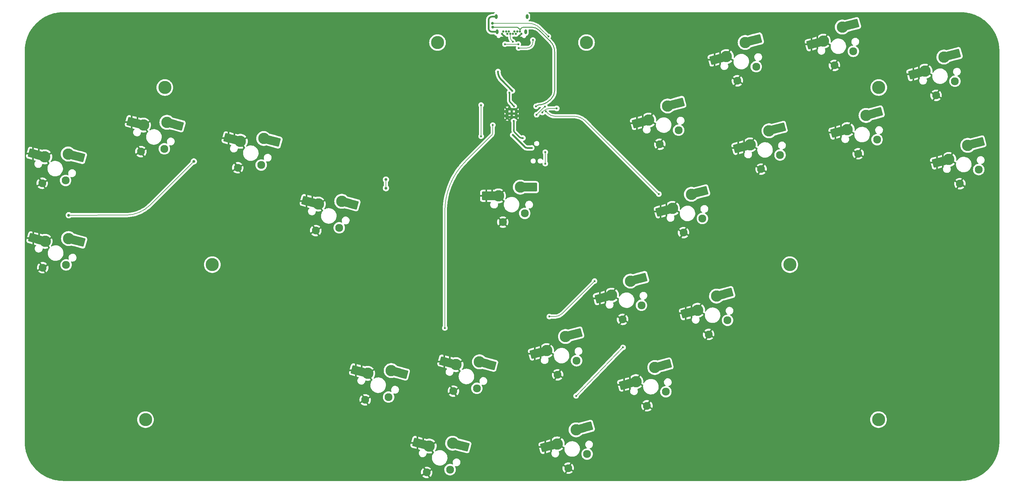
<source format=gbl>
G04 #@! TF.GenerationSoftware,KiCad,Pcbnew,(7.0.0)*
G04 #@! TF.CreationDate,2023-05-22T16:41:53-07:00*
G04 #@! TF.ProjectId,OpenRectangle,4f70656e-5265-4637-9461-6e676c652e6b,rev?*
G04 #@! TF.SameCoordinates,Original*
G04 #@! TF.FileFunction,Copper,L2,Bot*
G04 #@! TF.FilePolarity,Positive*
%FSLAX46Y46*%
G04 Gerber Fmt 4.6, Leading zero omitted, Abs format (unit mm)*
G04 Created by KiCad (PCBNEW (7.0.0)) date 2023-05-22 16:41:53*
%MOMM*%
%LPD*%
G01*
G04 APERTURE LIST*
G04 Aperture macros list*
%AMRoundRect*
0 Rectangle with rounded corners*
0 $1 Rounding radius*
0 $2 $3 $4 $5 $6 $7 $8 $9 X,Y pos of 4 corners*
0 Add a 4 corners polygon primitive as box body*
4,1,4,$2,$3,$4,$5,$6,$7,$8,$9,$2,$3,0*
0 Add four circle primitives for the rounded corners*
1,1,$1+$1,$2,$3*
1,1,$1+$1,$4,$5*
1,1,$1+$1,$6,$7*
1,1,$1+$1,$8,$9*
0 Add four rect primitives between the rounded corners*
20,1,$1+$1,$2,$3,$4,$5,0*
20,1,$1+$1,$4,$5,$6,$7,0*
20,1,$1+$1,$6,$7,$8,$9,0*
20,1,$1+$1,$8,$9,$2,$3,0*%
%AMRotRect*
0 Rectangle, with rotation*
0 The origin of the aperture is its center*
0 $1 length*
0 $2 width*
0 $3 Rotation angle, in degrees counterclockwise*
0 Add horizontal line*
21,1,$1,$2,0,0,$3*%
G04 Aperture macros list end*
G04 #@! TA.AperFunction,ComponentPad*
%ADD10C,3.800000*%
G04 #@! TD*
G04 #@! TA.AperFunction,ComponentPad*
%ADD11C,2.300000*%
G04 #@! TD*
G04 #@! TA.AperFunction,ComponentPad*
%ADD12C,0.600000*%
G04 #@! TD*
G04 #@! TA.AperFunction,ComponentPad*
%ADD13C,0.650000*%
G04 #@! TD*
G04 #@! TA.AperFunction,ComponentPad*
%ADD14O,0.800000X1.400000*%
G04 #@! TD*
G04 #@! TA.AperFunction,ComponentPad*
%ADD15C,3.300000*%
G04 #@! TD*
G04 #@! TA.AperFunction,SMDPad,CuDef*
%ADD16RotRect,1.650000X2.500000X345.000000*%
G04 #@! TD*
G04 #@! TA.AperFunction,SMDPad,CuDef*
%ADD17RoundRect,0.250000X1.248893X0.700636X-0.731255X1.231215X-1.248893X-0.700636X0.731255X-1.231215X0*%
G04 #@! TD*
G04 #@! TA.AperFunction,SMDPad,CuDef*
%ADD18RotRect,1.650000X2.500000X165.000000*%
G04 #@! TD*
G04 #@! TA.AperFunction,SMDPad,CuDef*
%ADD19RotRect,1.650000X2.500000X15.000000*%
G04 #@! TD*
G04 #@! TA.AperFunction,SMDPad,CuDef*
%ADD20RoundRect,0.250000X0.731255X1.231215X-1.248893X0.700636X-0.731255X-1.231215X1.248893X-0.700636X0*%
G04 #@! TD*
G04 #@! TA.AperFunction,SMDPad,CuDef*
%ADD21RotRect,1.650000X2.500000X195.000000*%
G04 #@! TD*
G04 #@! TA.AperFunction,SMDPad,CuDef*
%ADD22R,1.650000X2.500000*%
G04 #@! TD*
G04 #@! TA.AperFunction,SMDPad,CuDef*
%ADD23RoundRect,0.250000X1.025000X1.000000X-1.025000X1.000000X-1.025000X-1.000000X1.025000X-1.000000X0*%
G04 #@! TD*
G04 #@! TA.AperFunction,ViaPad*
%ADD24C,0.600000*%
G04 #@! TD*
G04 #@! TA.AperFunction,ViaPad*
%ADD25C,0.800000*%
G04 #@! TD*
G04 #@! TA.AperFunction,Conductor*
%ADD26C,0.635000*%
G04 #@! TD*
G04 #@! TA.AperFunction,Conductor*
%ADD27C,0.200000*%
G04 #@! TD*
G04 #@! TA.AperFunction,Conductor*
%ADD28C,0.250000*%
G04 #@! TD*
G04 #@! TA.AperFunction,Conductor*
%ADD29C,0.500000*%
G04 #@! TD*
G04 #@! TA.AperFunction,Conductor*
%ADD30C,0.381000*%
G04 #@! TD*
G04 APERTURE END LIST*
D10*
X279275000Y-98760000D03*
X305060000Y-47313383D03*
D11*
X327173146Y-45479258D03*
X321696917Y-49576211D03*
X253920545Y-85360724D03*
X248444316Y-89457677D03*
X304589245Y-62445896D03*
X299113016Y-66542849D03*
X261212701Y-114944898D03*
X255736472Y-119041851D03*
D10*
X111765000Y-98760000D03*
D11*
X125952219Y-69813090D03*
X119161190Y-70623041D03*
X180734080Y-158346938D03*
X173943051Y-159156889D03*
X69218754Y-74311674D03*
X62427725Y-75121625D03*
X297693251Y-36776684D03*
X292217022Y-40873637D03*
X276430431Y-66911080D03*
X270954202Y-71008033D03*
X217413760Y-126680789D03*
X211937531Y-130777742D03*
D10*
X92395000Y-143800000D03*
D11*
X188495874Y-134704751D03*
X181704845Y-135514702D03*
X202388500Y-83866866D03*
X196038500Y-86406866D03*
X69362103Y-98841704D03*
X62571074Y-99651655D03*
X247024810Y-59692478D03*
X241548581Y-63789431D03*
X236246143Y-110576311D03*
X230769914Y-114673264D03*
X162900472Y-137243168D03*
X156109443Y-138053119D03*
X148574312Y-88052615D03*
X141783283Y-88862566D03*
D10*
X98000000Y-47313383D03*
D11*
X269534437Y-41241868D03*
X264058208Y-45338821D03*
X97856886Y-65107131D03*
X91065857Y-65917082D03*
D10*
X304995000Y-143800000D03*
D11*
X220485032Y-153803186D03*
X215008803Y-157900139D03*
D12*
X197305000Y-53620000D03*
X197305000Y-54895000D03*
X197305000Y-56170000D03*
X198580000Y-53620000D03*
X198580000Y-54895000D03*
X198580000Y-56170000D03*
X199855000Y-53620000D03*
X199855000Y-54895000D03*
X199855000Y-56170000D03*
D11*
X243317415Y-135698708D03*
X237841186Y-139795661D03*
D10*
X220290000Y-34240000D03*
X177100000Y-34240000D03*
D11*
X334069140Y-71148470D03*
X328592911Y-75245423D03*
D13*
X195778500Y-31710000D03*
X196178500Y-31010000D03*
X196978500Y-31010000D03*
X197378500Y-31710000D03*
X197778500Y-31010000D03*
X198178500Y-31710000D03*
X198978500Y-31710000D03*
X199378500Y-31010000D03*
X199778500Y-31710000D03*
X200178500Y-31010000D03*
X200978500Y-31010000D03*
X201378500Y-31710000D03*
D14*
X203068499Y-26719999D03*
X202633499Y-31109999D03*
X194373499Y-31109999D03*
X194088499Y-26719999D03*
D15*
X63173200Y-67432570D03*
D16*
X61410384Y-66960224D03*
D17*
X59744163Y-66513762D03*
X73393266Y-67541427D03*
D18*
X71702895Y-67088492D03*
D15*
X69964229Y-66622619D03*
X238349654Y-56757776D03*
D19*
X236586839Y-57230120D03*
D20*
X234920618Y-57676584D03*
X247254920Y-51742016D03*
D21*
X245564548Y-52194948D03*
D15*
X243825883Y-52660823D03*
X245245389Y-82426022D03*
D19*
X243482574Y-82898366D03*
D20*
X241816353Y-83344830D03*
X254150655Y-77410262D03*
D21*
X252460283Y-77863194D03*
D15*
X250721618Y-78329069D03*
X194768500Y-78786866D03*
D22*
X192943499Y-78786865D03*
D23*
X191218500Y-78786866D03*
X204668500Y-76246866D03*
D22*
X202918499Y-76246865D03*
D15*
X201118500Y-76246866D03*
X208738604Y-123746087D03*
D19*
X206975789Y-124218431D03*
D20*
X205309568Y-124664895D03*
X217643870Y-118730327D03*
D21*
X215953498Y-119183259D03*
D15*
X214214833Y-119649134D03*
X91811332Y-58228027D03*
D16*
X90048516Y-57755681D03*
D17*
X88382295Y-57309219D03*
X102031398Y-58336884D03*
D18*
X100341027Y-57883949D03*
D15*
X98602361Y-57418076D03*
X252537545Y-112010196D03*
D19*
X250774730Y-112482540D03*
D20*
X249108509Y-112929004D03*
X261442811Y-106994436D03*
D21*
X259752439Y-107447368D03*
D15*
X258013774Y-107913243D03*
X142528758Y-81173511D03*
D16*
X140765942Y-80701165D03*
D17*
X139099721Y-80254703D03*
X152748824Y-81282368D03*
D18*
X151058453Y-80829433D03*
D15*
X149319787Y-80363560D03*
X63278971Y-91989951D03*
D16*
X61516155Y-91517605D03*
D17*
X59849934Y-91071143D03*
X73499037Y-92098808D03*
D18*
X71808666Y-91645873D03*
D15*
X70070000Y-91180000D03*
X260859281Y-38307166D03*
D19*
X259096466Y-38779510D03*
D20*
X257430245Y-39225974D03*
X269764547Y-33291406D03*
D21*
X268074175Y-33744338D03*
D15*
X266335510Y-34210213D03*
X119906665Y-62933986D03*
D16*
X118143849Y-62461640D03*
D17*
X116477628Y-62015178D03*
X130126731Y-63042843D03*
D18*
X128436360Y-62589908D03*
D15*
X126697694Y-62124035D03*
X211809876Y-150868484D03*
D19*
X210047061Y-151340828D03*
D20*
X208380840Y-151787292D03*
X220715142Y-145852724D03*
D21*
X219024770Y-146305656D03*
D15*
X217286105Y-146771531D03*
X174688526Y-151467834D03*
D16*
X172925710Y-150995488D03*
D17*
X171259489Y-150549026D03*
X184908592Y-151576691D03*
D18*
X183218221Y-151123756D03*
D15*
X181479555Y-150657883D03*
X156854918Y-130364064D03*
D16*
X155092102Y-129891718D03*
D17*
X153425881Y-129445256D03*
X167074984Y-130472921D03*
D18*
X165384613Y-130019986D03*
D15*
X163645947Y-129554113D03*
X295914089Y-59511194D03*
D19*
X294151274Y-59983538D03*
D20*
X292485053Y-60430002D03*
X304819355Y-54495434D03*
D21*
X303128983Y-54948366D03*
D15*
X301390318Y-55414241D03*
X318497990Y-42544556D03*
D19*
X316735175Y-43016900D03*
D20*
X315068954Y-43463364D03*
X327403256Y-37528796D03*
D21*
X325712884Y-37981728D03*
D15*
X323974219Y-38447603D03*
X234642259Y-132764006D03*
D19*
X232879444Y-133236350D03*
D20*
X231213223Y-133682814D03*
X243547525Y-127748246D03*
D21*
X241857153Y-128201178D03*
D15*
X240118488Y-128667053D03*
X267755275Y-63976378D03*
D19*
X265992460Y-64448722D03*
D20*
X264326239Y-64895186D03*
X276660541Y-58960618D03*
D21*
X274970169Y-59413550D03*
D15*
X273231504Y-59879425D03*
X325393984Y-68213768D03*
D19*
X323631169Y-68686112D03*
D20*
X321964948Y-69132576D03*
X334299250Y-63198008D03*
D21*
X332608878Y-63650940D03*
D15*
X330870213Y-64116815D03*
X289018095Y-33841982D03*
D19*
X287255280Y-34314326D03*
D20*
X285589059Y-34760790D03*
X297923361Y-28826222D03*
D21*
X296232989Y-29279154D03*
D15*
X294494324Y-29745029D03*
X182455874Y-127824752D03*
D16*
X180693058Y-127352406D03*
D17*
X179026837Y-126905944D03*
X192675940Y-127933609D03*
D18*
X190985569Y-127480674D03*
D15*
X189246903Y-127014801D03*
X227570987Y-107641609D03*
D19*
X225808172Y-108113953D03*
D20*
X224141951Y-108560417D03*
X236476253Y-102625849D03*
D21*
X234785881Y-103078781D03*
D15*
X233047216Y-103544656D03*
D24*
X191312750Y-58054018D03*
X197789750Y-45735018D03*
X187627500Y-45465000D03*
X196000000Y-37350000D03*
X200202750Y-63896018D03*
X192865000Y-64912018D03*
X199567750Y-67579018D03*
X204170000Y-38570000D03*
X204012739Y-67390000D03*
X196600000Y-41630000D03*
X202361750Y-47259018D03*
X205536750Y-49070000D03*
X207260000Y-45475000D03*
X204650000Y-46635000D03*
X193344750Y-49926018D03*
X200806000Y-45242893D03*
X206902000Y-58831893D03*
X198901000Y-45242893D03*
X189729504Y-61479605D03*
X189730000Y-52400000D03*
D25*
X162130000Y-76550000D03*
X162130000Y-74050000D03*
D24*
X222630000Y-103540000D03*
X209530000Y-113860000D03*
X217286105Y-136906105D03*
X230890000Y-122830000D03*
X241280000Y-78260000D03*
X208517500Y-54257500D03*
X205670000Y-52780000D03*
D25*
X193100000Y-29740000D03*
D24*
X194620000Y-42670000D03*
X198805750Y-48275018D03*
X204412739Y-64870000D03*
X198932750Y-61102018D03*
X201853750Y-61991018D03*
X199186750Y-56994500D03*
X199313750Y-52757250D03*
X197945000Y-48767250D03*
X207480000Y-54560000D03*
X211680000Y-53370000D03*
X200520000Y-34710000D03*
X196670000Y-34710000D03*
X198928000Y-34010000D03*
X208340500Y-66090000D03*
X208343911Y-69423911D03*
X204750000Y-33500500D03*
X200610000Y-35810000D03*
X205830000Y-55220000D03*
X208260000Y-52840000D03*
D25*
X193000000Y-28640000D03*
D24*
X209261589Y-32468411D03*
D25*
X70120000Y-84410000D03*
X106410000Y-68780000D03*
D24*
X193120000Y-58220000D03*
X179220000Y-117190000D03*
D26*
X198580000Y-53620000D02*
X198580000Y-56170000D01*
X199855000Y-56170000D02*
X199855000Y-53620000D01*
X197605000Y-55870000D02*
X199555000Y-55870000D01*
X199555000Y-55870000D02*
X199855000Y-56170000D01*
X197305000Y-56170000D02*
X197305000Y-53620000D01*
X199855000Y-53620000D02*
X197305000Y-53620000D01*
X197305000Y-56170000D02*
X197605000Y-55870000D01*
X199855000Y-54895000D02*
X197305000Y-54895000D01*
D27*
X189729504Y-52400496D02*
X189729504Y-61479605D01*
X189730000Y-52400000D02*
X189729504Y-52400496D01*
X162130000Y-74050000D02*
X162130000Y-76550000D01*
X209530000Y-113860000D02*
X211097359Y-113860000D01*
X222630000Y-103570000D02*
X222630000Y-103540000D01*
X222630000Y-103540000D02*
X222660000Y-103540000D01*
X213218680Y-112981320D02*
X222630000Y-103570000D01*
X222660000Y-103540000D02*
X222620000Y-103580000D01*
X211097359Y-113859971D02*
G75*
G03*
X213218680Y-112981320I41J2999971D01*
G01*
X217286105Y-136906105D02*
X230890000Y-122830000D01*
X241280000Y-78320000D02*
X241220000Y-78260000D01*
X220068932Y-57108932D02*
X241220000Y-78260000D01*
X241220000Y-78260000D02*
X241280000Y-78260000D01*
X241280000Y-78260000D02*
X241280000Y-78320000D01*
X211147107Y-55644466D02*
X216533398Y-55644466D01*
X208517500Y-54257500D02*
X209025787Y-54765787D01*
X209025791Y-54765783D02*
G75*
G03*
X211147107Y-55644466I2121309J2121283D01*
G01*
X220068940Y-57108924D02*
G75*
G03*
X216533398Y-55644466I-3535540J-3535576D01*
G01*
D28*
X200978500Y-30421500D02*
X201317107Y-30082893D01*
X200589893Y-30032893D02*
X200978500Y-30421500D01*
X206578679Y-30668679D02*
X209837486Y-33927486D01*
X210161321Y-50448679D02*
X209659599Y-50950401D01*
X211040000Y-36830612D02*
X211040000Y-48327359D01*
X193100000Y-29740000D02*
X199882786Y-29740000D01*
X206208241Y-52380000D02*
X205670000Y-52780000D01*
X202024214Y-29790000D02*
X204457359Y-29790000D01*
X200978500Y-31010000D02*
X200978500Y-30421500D01*
X200589900Y-30032886D02*
G75*
G03*
X199882786Y-29740000I-707100J-707114D01*
G01*
X206208241Y-52380016D02*
G75*
G03*
X209659599Y-50950401I-41J4881016D01*
G01*
X211040003Y-36830612D02*
G75*
G03*
X209837486Y-33927486I-4105603J12D01*
G01*
X210161341Y-50448699D02*
G75*
G03*
X211040000Y-48327359I-2121341J2121299D01*
G01*
X206578699Y-30668659D02*
G75*
G03*
X204457359Y-29790000I-2121299J-2121341D01*
G01*
X202024214Y-29790010D02*
G75*
G03*
X201317107Y-30082893I-14J-999990D01*
G01*
D29*
X203114946Y-64870000D02*
X204412739Y-64870000D01*
X198932750Y-61102018D02*
X202407839Y-64577107D01*
X195623570Y-45092838D02*
X198805750Y-48275018D01*
X202407816Y-64577130D02*
G75*
G03*
X203114946Y-64870000I707084J707130D01*
G01*
X194619996Y-42670000D02*
G75*
G03*
X195623570Y-45092838I3426404J0D01*
G01*
D30*
X199479643Y-60334893D02*
X200842875Y-61698125D01*
X199186750Y-56994500D02*
X199186750Y-59627786D01*
X201549982Y-61991018D02*
X201853750Y-61991018D01*
X197945000Y-50974286D02*
X197945000Y-48767250D01*
X199313750Y-52757250D02*
X198237893Y-51681393D01*
X199186745Y-59627786D02*
G75*
G03*
X199479643Y-60334893I999955J-14D01*
G01*
X197945010Y-50974286D02*
G75*
G03*
X198237893Y-51681393I999990J-14D01*
G01*
X200842880Y-61698120D02*
G75*
G03*
X201549982Y-61991018I707120J707120D01*
G01*
D27*
X211660000Y-53360000D02*
X211650000Y-53360000D01*
X209809112Y-53360000D02*
X211640000Y-53360000D01*
X207480000Y-54446471D02*
X207687792Y-54238679D01*
X207480000Y-54560000D02*
X207480000Y-54446471D01*
X211640000Y-53360000D02*
X211680000Y-53370000D01*
X211680000Y-53370000D02*
X211660000Y-53360000D01*
X209809112Y-53360009D02*
G75*
G03*
X207687793Y-54238680I-12J-2999991D01*
G01*
X196670000Y-34710000D02*
X200520000Y-34710000D01*
D29*
X192900000Y-26720000D02*
X194088500Y-26720000D01*
X194373500Y-31110000D02*
X192900000Y-31110000D01*
X191900000Y-30110000D02*
X191900000Y-27720000D01*
X192900000Y-26720000D02*
G75*
G03*
X191900000Y-27720000I0J-1000000D01*
G01*
X191900000Y-30110000D02*
G75*
G03*
X192900000Y-31110000I1000000J0D01*
G01*
D27*
X198178500Y-32567542D02*
X198178500Y-31710000D01*
X198928000Y-34010000D02*
X198668495Y-33750495D01*
X198178486Y-32567542D02*
G75*
G03*
X198668495Y-33750495I1673014J42D01*
G01*
X208340500Y-69420500D02*
X208343911Y-69423911D01*
X208340500Y-66090000D02*
X208340500Y-69420500D01*
X200610000Y-35810000D02*
X203024430Y-35810000D01*
X204750000Y-34084430D02*
X204750000Y-33500500D01*
X203024430Y-35810000D02*
G75*
G03*
X204750000Y-34084430I-30J1725600D01*
G01*
X208260000Y-52840000D02*
X208250000Y-52810000D01*
X205830000Y-55220000D02*
X208240000Y-52810000D01*
X208240000Y-52810000D02*
X208260000Y-52840000D01*
X193000000Y-28640000D02*
X203443334Y-28640000D01*
X206840210Y-30047032D02*
X209261589Y-32468411D01*
X206840191Y-30047051D02*
G75*
G03*
X203443334Y-28640000I-3396891J-3396849D01*
G01*
X70120000Y-84410000D02*
X70100000Y-84390000D01*
X106410000Y-68780000D02*
X93724927Y-81465073D01*
X86663530Y-84394000D02*
X70120000Y-84410000D01*
X86663530Y-84393969D02*
G75*
G03*
X93724926Y-81465072I-9630J9999969D01*
G01*
X192827107Y-61142893D02*
X192820000Y-61150000D01*
X193120000Y-58220000D02*
X193120000Y-60435786D01*
X192770000Y-61200000D02*
X185240119Y-68729881D01*
X179220000Y-117190000D02*
X179210000Y-117170000D01*
X179212010Y-83287876D02*
X179220000Y-117190000D01*
X185240099Y-68729861D02*
G75*
G03*
X179212011Y-83287876I14553201J-14553139D01*
G01*
X192827114Y-61142900D02*
G75*
G03*
X193120000Y-60435786I-707114J707100D01*
G01*
G04 #@! TA.AperFunction,Conductor*
G36*
X193621453Y-25417377D02*
G01*
X193667571Y-25463488D01*
X193684459Y-25526479D01*
X193667592Y-25589476D01*
X193630256Y-25626829D01*
X193631748Y-25628882D01*
X193482591Y-25737250D01*
X193482583Y-25737256D01*
X193477247Y-25741134D01*
X193472830Y-25746039D01*
X193472825Y-25746044D01*
X193358427Y-25873097D01*
X193349460Y-25883056D01*
X193346161Y-25888769D01*
X193346158Y-25888774D01*
X193340542Y-25898502D01*
X193294423Y-25944620D01*
X193231424Y-25961500D01*
X192979722Y-25961500D01*
X192900000Y-25961500D01*
X192774230Y-25961500D01*
X192769787Y-25962138D01*
X192769784Y-25962139D01*
X192529691Y-25996659D01*
X192529686Y-25996659D01*
X192525249Y-25997298D01*
X192520938Y-25998563D01*
X192520937Y-25998564D01*
X192288216Y-26066896D01*
X192288205Y-26066899D01*
X192283897Y-26068165D01*
X192279818Y-26070027D01*
X192279804Y-26070033D01*
X192059181Y-26170789D01*
X192059172Y-26170793D01*
X192055088Y-26172659D01*
X192051308Y-26175087D01*
X192051301Y-26175092D01*
X191847259Y-26306221D01*
X191847248Y-26306228D01*
X191843478Y-26308652D01*
X191840091Y-26311586D01*
X191840080Y-26311595D01*
X191656769Y-26470435D01*
X191656761Y-26470442D01*
X191653376Y-26473376D01*
X191650442Y-26476761D01*
X191650435Y-26476769D01*
X191491595Y-26660080D01*
X191491586Y-26660091D01*
X191488652Y-26663478D01*
X191486228Y-26667248D01*
X191486221Y-26667259D01*
X191355092Y-26871301D01*
X191355087Y-26871308D01*
X191352659Y-26875088D01*
X191350793Y-26879172D01*
X191350789Y-26879181D01*
X191250033Y-27099804D01*
X191250027Y-27099818D01*
X191248165Y-27103897D01*
X191246899Y-27108205D01*
X191246896Y-27108216D01*
X191204919Y-27251180D01*
X191177298Y-27345249D01*
X191176659Y-27349686D01*
X191176659Y-27349691D01*
X191147683Y-27551225D01*
X191141500Y-27594230D01*
X191141500Y-27631344D01*
X191141500Y-30030278D01*
X191141500Y-30110000D01*
X191141500Y-30235770D01*
X191142138Y-30240213D01*
X191142139Y-30240215D01*
X191174932Y-30468299D01*
X191177298Y-30484751D01*
X191178564Y-30489062D01*
X191246896Y-30721783D01*
X191246898Y-30721789D01*
X191248165Y-30726103D01*
X191250029Y-30730185D01*
X191250033Y-30730195D01*
X191345748Y-30939780D01*
X191352659Y-30954912D01*
X191355091Y-30958696D01*
X191355092Y-30958698D01*
X191456591Y-31116635D01*
X191488652Y-31166522D01*
X191491591Y-31169914D01*
X191491595Y-31169919D01*
X191650435Y-31353230D01*
X191653376Y-31356624D01*
X191656769Y-31359564D01*
X191830225Y-31509865D01*
X191843478Y-31521348D01*
X192055088Y-31657341D01*
X192114707Y-31684568D01*
X192277592Y-31758956D01*
X192283897Y-31761835D01*
X192525249Y-31832702D01*
X192774230Y-31868500D01*
X192811344Y-31868500D01*
X192900000Y-31868500D01*
X192979722Y-31868500D01*
X193516424Y-31868500D01*
X193579423Y-31885380D01*
X193625542Y-31931498D01*
X193634460Y-31946944D01*
X193762247Y-32088866D01*
X193916748Y-32201118D01*
X194091212Y-32278794D01*
X194154448Y-32292235D01*
X194201418Y-32312902D01*
X194236254Y-32350586D01*
X194253173Y-32399035D01*
X194266734Y-32502047D01*
X194266735Y-32502053D01*
X194267813Y-32510236D01*
X194270972Y-32517864D01*
X194270973Y-32517865D01*
X194322641Y-32642603D01*
X194322642Y-32642605D01*
X194325802Y-32650233D01*
X194330828Y-32656783D01*
X194330830Y-32656786D01*
X194375175Y-32714577D01*
X194418049Y-32770451D01*
X194538267Y-32862698D01*
X194678264Y-32920687D01*
X194790780Y-32935500D01*
X194862098Y-32935500D01*
X194866220Y-32935500D01*
X194978736Y-32920687D01*
X195118733Y-32862698D01*
X195238951Y-32770451D01*
X195331198Y-32650233D01*
X195361688Y-32576623D01*
X195398804Y-32526921D01*
X195455141Y-32500952D01*
X195517042Y-32505013D01*
X195526131Y-32507967D01*
X195684491Y-32541627D01*
X195697551Y-32543000D01*
X195859449Y-32543000D01*
X195872508Y-32541627D01*
X196030870Y-32507966D01*
X196043363Y-32503907D01*
X196146870Y-32457821D01*
X196156039Y-32450690D01*
X196150033Y-32440743D01*
X195673528Y-31964238D01*
X195639952Y-31903915D01*
X195643204Y-31834954D01*
X195682308Y-31778058D01*
X195745523Y-31750309D01*
X195813870Y-31760035D01*
X195919516Y-31807072D01*
X196090896Y-31843500D01*
X196097499Y-31843500D01*
X196219020Y-31843500D01*
X196267238Y-31853091D01*
X196308115Y-31880405D01*
X196509525Y-32081815D01*
X196520866Y-32088867D01*
X196525212Y-32089296D01*
X196572165Y-32083375D01*
X196627302Y-32103104D01*
X196667565Y-32145625D01*
X196700470Y-32202618D01*
X196704886Y-32207523D01*
X196704888Y-32207525D01*
X196780470Y-32291467D01*
X196817708Y-32332823D01*
X196959454Y-32435808D01*
X197119516Y-32507072D01*
X197290896Y-32543500D01*
X197297499Y-32543500D01*
X197443988Y-32543500D01*
X197506987Y-32560380D01*
X197553106Y-32606497D01*
X197569988Y-32669495D01*
X197569988Y-32692148D01*
X197569988Y-32692164D01*
X197569989Y-32695680D01*
X197570383Y-32699178D01*
X197570384Y-32699192D01*
X197591250Y-32884344D01*
X197598684Y-32950312D01*
X197599469Y-32953753D01*
X197599470Y-32953756D01*
X197654919Y-33196678D01*
X197654922Y-33196691D01*
X197655708Y-33200131D01*
X197656871Y-33203456D01*
X197656875Y-33203468D01*
X197739178Y-33438664D01*
X197740344Y-33441995D01*
X197741872Y-33445168D01*
X197741875Y-33445175D01*
X197849994Y-33669683D01*
X197849998Y-33669690D01*
X197851526Y-33672863D01*
X197853402Y-33675848D01*
X197853405Y-33675854D01*
X197969379Y-33860425D01*
X197987857Y-33889831D01*
X197990063Y-33892597D01*
X197990065Y-33892600D01*
X197993527Y-33896942D01*
X198020223Y-33961394D01*
X198008537Y-34030171D01*
X197962050Y-34082188D01*
X197895015Y-34101500D01*
X197254722Y-34101500D01*
X197213106Y-34094429D01*
X197178933Y-34075541D01*
X197177281Y-34073889D01*
X197171291Y-34070125D01*
X197029006Y-33980721D01*
X197029003Y-33980719D01*
X197023015Y-33976957D01*
X197016339Y-33974621D01*
X197016335Y-33974619D01*
X196857724Y-33919119D01*
X196857720Y-33919118D01*
X196851047Y-33916783D01*
X196840636Y-33915610D01*
X196677029Y-33897176D01*
X196670000Y-33896384D01*
X196662971Y-33897176D01*
X196495981Y-33915991D01*
X196495979Y-33915991D01*
X196488953Y-33916783D01*
X196482280Y-33919117D01*
X196482275Y-33919119D01*
X196323664Y-33974619D01*
X196323656Y-33974622D01*
X196316985Y-33976957D01*
X196311000Y-33980717D01*
X196310993Y-33980721D01*
X196168714Y-34070121D01*
X196168709Y-34070125D01*
X196162719Y-34073889D01*
X196157714Y-34078893D01*
X196157710Y-34078897D01*
X196038897Y-34197710D01*
X196038893Y-34197714D01*
X196033889Y-34202719D01*
X196030126Y-34208707D01*
X196030121Y-34208714D01*
X195940721Y-34350993D01*
X195940717Y-34351000D01*
X195936957Y-34356985D01*
X195934622Y-34363656D01*
X195934619Y-34363664D01*
X195879119Y-34522275D01*
X195879117Y-34522280D01*
X195876783Y-34528953D01*
X195875991Y-34535979D01*
X195875991Y-34535981D01*
X195870910Y-34581074D01*
X195856384Y-34710000D01*
X195863866Y-34776402D01*
X195875905Y-34883259D01*
X195876783Y-34891047D01*
X195879118Y-34897720D01*
X195879119Y-34897724D01*
X195934619Y-35056335D01*
X195934621Y-35056339D01*
X195936957Y-35063015D01*
X195940719Y-35069003D01*
X195940721Y-35069006D01*
X196025251Y-35203535D01*
X196033889Y-35217281D01*
X196162719Y-35346111D01*
X196168713Y-35349877D01*
X196168714Y-35349878D01*
X196223810Y-35384497D01*
X196316985Y-35443043D01*
X196488953Y-35503217D01*
X196670000Y-35523616D01*
X196851047Y-35503217D01*
X197023015Y-35443043D01*
X197177281Y-35346111D01*
X197178933Y-35344458D01*
X197213106Y-35325571D01*
X197254722Y-35318500D01*
X199747835Y-35318500D01*
X199805667Y-35332556D01*
X199850596Y-35371587D01*
X199872598Y-35426886D01*
X199866764Y-35486115D01*
X199819119Y-35622275D01*
X199819117Y-35622280D01*
X199816783Y-35628953D01*
X199815991Y-35635979D01*
X199815991Y-35635981D01*
X199809897Y-35690067D01*
X199796384Y-35810000D01*
X199816783Y-35991047D01*
X199819118Y-35997720D01*
X199819119Y-35997724D01*
X199874619Y-36156335D01*
X199874621Y-36156339D01*
X199876957Y-36163015D01*
X199880719Y-36169003D01*
X199880721Y-36169006D01*
X199956551Y-36289689D01*
X199973889Y-36317281D01*
X200102719Y-36446111D01*
X200108713Y-36449877D01*
X200108714Y-36449878D01*
X200250993Y-36539278D01*
X200256985Y-36543043D01*
X200428953Y-36603217D01*
X200610000Y-36623616D01*
X200791047Y-36603217D01*
X200963015Y-36543043D01*
X201117281Y-36446111D01*
X201118933Y-36444458D01*
X201153106Y-36425571D01*
X201194722Y-36418500D01*
X202950551Y-36418500D01*
X202950555Y-36418501D01*
X203024441Y-36418500D01*
X203064315Y-36418500D01*
X203064319Y-36418499D01*
X203165624Y-36418498D01*
X203445933Y-36384458D01*
X203720095Y-36316879D01*
X203984112Y-36216748D01*
X204234136Y-36085523D01*
X204466519Y-35925119D01*
X204677874Y-35737874D01*
X204865119Y-35526519D01*
X205025523Y-35294136D01*
X205156748Y-35044112D01*
X205256879Y-34780095D01*
X205324458Y-34505933D01*
X205358498Y-34225624D01*
X205358499Y-34124319D01*
X205358500Y-34124315D01*
X205358500Y-34085222D01*
X205365571Y-34043606D01*
X205384458Y-34009433D01*
X205386111Y-34007781D01*
X205483043Y-33853515D01*
X205543217Y-33681547D01*
X205563616Y-33500500D01*
X205543217Y-33319453D01*
X205483043Y-33147485D01*
X205464544Y-33118044D01*
X205389878Y-32999214D01*
X205389877Y-32999213D01*
X205386111Y-32993219D01*
X205257281Y-32864389D01*
X205251287Y-32860623D01*
X205251285Y-32860621D01*
X205109006Y-32771221D01*
X205109003Y-32771219D01*
X205103015Y-32767457D01*
X205096339Y-32765121D01*
X205096335Y-32765119D01*
X204937724Y-32709619D01*
X204937720Y-32709618D01*
X204931047Y-32707283D01*
X204750000Y-32686884D01*
X204742971Y-32687676D01*
X204575981Y-32706491D01*
X204575979Y-32706491D01*
X204568953Y-32707283D01*
X204562280Y-32709617D01*
X204562275Y-32709619D01*
X204403664Y-32765119D01*
X204403656Y-32765122D01*
X204396985Y-32767457D01*
X204391000Y-32771217D01*
X204390993Y-32771221D01*
X204248714Y-32860621D01*
X204248707Y-32860626D01*
X204242719Y-32864389D01*
X204237714Y-32869393D01*
X204237710Y-32869397D01*
X204118897Y-32988210D01*
X204118893Y-32988214D01*
X204113889Y-32993219D01*
X204110126Y-32999207D01*
X204110121Y-32999214D01*
X204020721Y-33141493D01*
X204020717Y-33141500D01*
X204016957Y-33147485D01*
X204014622Y-33154156D01*
X204014619Y-33154164D01*
X203959119Y-33312775D01*
X203959117Y-33312780D01*
X203956783Y-33319453D01*
X203955991Y-33326479D01*
X203955991Y-33326481D01*
X203950645Y-33373926D01*
X203936384Y-33500500D01*
X203956783Y-33681547D01*
X203959118Y-33688220D01*
X203959119Y-33688224D01*
X204014619Y-33846835D01*
X204014621Y-33846839D01*
X204016957Y-33853515D01*
X204020719Y-33859503D01*
X204020721Y-33859506D01*
X204080414Y-33954506D01*
X204113889Y-34007781D01*
X204115018Y-34008910D01*
X204135634Y-34048208D01*
X204140523Y-34095582D01*
X204125486Y-34267416D01*
X204121672Y-34289044D01*
X204076980Y-34455832D01*
X204069468Y-34476471D01*
X203996493Y-34632964D01*
X203985512Y-34651984D01*
X203886467Y-34793433D01*
X203872349Y-34810257D01*
X203750257Y-34932349D01*
X203733433Y-34946467D01*
X203591984Y-35045512D01*
X203572964Y-35056493D01*
X203416471Y-35129468D01*
X203395832Y-35136980D01*
X203229044Y-35181672D01*
X203207416Y-35185486D01*
X203029904Y-35201020D01*
X203018920Y-35201500D01*
X201382165Y-35201500D01*
X201324333Y-35187444D01*
X201279404Y-35148413D01*
X201257402Y-35093114D01*
X201263236Y-35033885D01*
X201265018Y-35028791D01*
X201313217Y-34891047D01*
X201333616Y-34710000D01*
X201313217Y-34528953D01*
X201253043Y-34356985D01*
X201168110Y-34221815D01*
X201159878Y-34208714D01*
X201159877Y-34208713D01*
X201156111Y-34202719D01*
X201027281Y-34073889D01*
X201021287Y-34070123D01*
X201021285Y-34070121D01*
X200879006Y-33980721D01*
X200879003Y-33980719D01*
X200873015Y-33976957D01*
X200866339Y-33974621D01*
X200866335Y-33974619D01*
X200707724Y-33919119D01*
X200707720Y-33919118D01*
X200701047Y-33916783D01*
X200690636Y-33915610D01*
X200527029Y-33897176D01*
X200520000Y-33896384D01*
X200512971Y-33897176D01*
X200345981Y-33915991D01*
X200345979Y-33915991D01*
X200338953Y-33916783D01*
X200332280Y-33919117D01*
X200332275Y-33919119D01*
X200173664Y-33974619D01*
X200173656Y-33974622D01*
X200166985Y-33976957D01*
X200161000Y-33980717D01*
X200160993Y-33980721D01*
X200018708Y-34070125D01*
X200018702Y-34070129D01*
X200012719Y-34073889D01*
X200011066Y-34075541D01*
X199976894Y-34094429D01*
X199935278Y-34101500D01*
X199864526Y-34101500D01*
X199805650Y-34086898D01*
X199760420Y-34046478D01*
X199739318Y-33989607D01*
X199737675Y-33975021D01*
X199721217Y-33828953D01*
X199661043Y-33656985D01*
X199591815Y-33546810D01*
X199567878Y-33508714D01*
X199567877Y-33508713D01*
X199564111Y-33502719D01*
X199435281Y-33373889D01*
X199429287Y-33370123D01*
X199429285Y-33370121D01*
X199287006Y-33280721D01*
X199287003Y-33280719D01*
X199281015Y-33276957D01*
X199274339Y-33274621D01*
X199274335Y-33274619D01*
X199115724Y-33219119D01*
X199115720Y-33219118D01*
X199109047Y-33216783D01*
X199102020Y-33215991D01*
X199102019Y-33215991D01*
X199058166Y-33211050D01*
X199004640Y-33192151D01*
X198964841Y-33151677D01*
X198958600Y-33141493D01*
X198908194Y-33059237D01*
X198899219Y-33041622D01*
X198888125Y-33014841D01*
X198842882Y-32905618D01*
X198836777Y-32886831D01*
X198802407Y-32743680D01*
X198799317Y-32724164D01*
X198795791Y-32679387D01*
X198809136Y-32612298D01*
X198855568Y-32562068D01*
X198921403Y-32543500D01*
X199059501Y-32543500D01*
X199066104Y-32543500D01*
X199237484Y-32507072D01*
X199327250Y-32467104D01*
X199378500Y-32456211D01*
X199429749Y-32467104D01*
X199519516Y-32507072D01*
X199690896Y-32543500D01*
X199859501Y-32543500D01*
X199866104Y-32543500D01*
X200037484Y-32507072D01*
X200197546Y-32435808D01*
X200339292Y-32332823D01*
X200456530Y-32202618D01*
X200489434Y-32145625D01*
X200529696Y-32103104D01*
X200584835Y-32083375D01*
X200631786Y-32089295D01*
X200636133Y-32088867D01*
X200647471Y-32081817D01*
X200848884Y-31880405D01*
X200889761Y-31853091D01*
X200937979Y-31843500D01*
X201059501Y-31843500D01*
X201066104Y-31843500D01*
X201237484Y-31807072D01*
X201343125Y-31760037D01*
X201411472Y-31750310D01*
X201474688Y-31778059D01*
X201513792Y-31834955D01*
X201517044Y-31903916D01*
X201483469Y-31964239D01*
X201006964Y-32440744D01*
X201000959Y-32450689D01*
X201010128Y-32457821D01*
X201113636Y-32503907D01*
X201126129Y-32507966D01*
X201284491Y-32541627D01*
X201297551Y-32543000D01*
X201459449Y-32543000D01*
X201472512Y-32541627D01*
X201515500Y-32532489D01*
X201573245Y-32533748D01*
X201624362Y-32560641D01*
X201658108Y-32607517D01*
X201672641Y-32642603D01*
X201675802Y-32650233D01*
X201680827Y-32656782D01*
X201680828Y-32656783D01*
X201718970Y-32706491D01*
X201768049Y-32770451D01*
X201888267Y-32862698D01*
X202028264Y-32920687D01*
X202140780Y-32935500D01*
X202212098Y-32935500D01*
X202216220Y-32935500D01*
X202328736Y-32920687D01*
X202468733Y-32862698D01*
X202588951Y-32770451D01*
X202681198Y-32650233D01*
X202739187Y-32510236D01*
X202753827Y-32399032D01*
X202770745Y-32350586D01*
X202805580Y-32312902D01*
X202852549Y-32292235D01*
X202915788Y-32278794D01*
X203090252Y-32201118D01*
X203244753Y-32088866D01*
X203372540Y-31946944D01*
X203468027Y-31781556D01*
X203527042Y-31599928D01*
X203542000Y-31457610D01*
X203542000Y-30762390D01*
X203527042Y-30620072D01*
X203524030Y-30610801D01*
X203516763Y-30588436D01*
X203512147Y-30529789D01*
X203534660Y-30475439D01*
X203579393Y-30437233D01*
X203636596Y-30423500D01*
X204380443Y-30423500D01*
X204380447Y-30423501D01*
X204453831Y-30423500D01*
X204460893Y-30423697D01*
X204715275Y-30437980D01*
X204729304Y-30439561D01*
X204976997Y-30481641D01*
X204990758Y-30484782D01*
X205232183Y-30554333D01*
X205245506Y-30558995D01*
X205477637Y-30655142D01*
X205490338Y-30661259D01*
X205710243Y-30782792D01*
X205722202Y-30790307D01*
X205927099Y-30935686D01*
X205938140Y-30944490D01*
X206121500Y-31108347D01*
X206127724Y-31113909D01*
X206132859Y-31118764D01*
X206157250Y-31143154D01*
X209387332Y-34373237D01*
X209391597Y-34377715D01*
X209614206Y-34623325D01*
X209622050Y-34632883D01*
X209817656Y-34896624D01*
X209824526Y-34906906D01*
X209889190Y-35014790D01*
X209980974Y-35167923D01*
X209993335Y-35188545D01*
X209999162Y-35199446D01*
X210042353Y-35290766D01*
X210139557Y-35496285D01*
X210144289Y-35507709D01*
X210254910Y-35816875D01*
X210258499Y-35828708D01*
X210338284Y-36147230D01*
X210340696Y-36159357D01*
X210388876Y-36484157D01*
X210390088Y-36496463D01*
X210406348Y-36827455D01*
X210406500Y-36833637D01*
X210406500Y-48250443D01*
X210406499Y-48250447D01*
X210406499Y-48250454D01*
X210406499Y-48250455D01*
X210406499Y-48323832D01*
X210406301Y-48330895D01*
X210392019Y-48585269D01*
X210390437Y-48599310D01*
X210348359Y-48846989D01*
X210345215Y-48860765D01*
X210275668Y-49102176D01*
X210271002Y-49115512D01*
X210174862Y-49347625D01*
X210168731Y-49360357D01*
X210047209Y-49580239D01*
X210039692Y-49592202D01*
X209894317Y-49797094D01*
X209885507Y-49808142D01*
X209716081Y-49997733D01*
X209711230Y-50002864D01*
X209694172Y-50019924D01*
X209694166Y-50019930D01*
X209213596Y-50500497D01*
X209209626Y-50504298D01*
X208942502Y-50749073D01*
X208934081Y-50756138D01*
X208648847Y-50975006D01*
X208639843Y-50981311D01*
X208336608Y-51174494D01*
X208327089Y-51179990D01*
X208008177Y-51346006D01*
X207998215Y-51350651D01*
X207666028Y-51488250D01*
X207655698Y-51492010D01*
X207312808Y-51600124D01*
X207302191Y-51602969D01*
X206951172Y-51680790D01*
X206940347Y-51682699D01*
X206583880Y-51729632D01*
X206572930Y-51730590D01*
X206244764Y-51744920D01*
X206224828Y-51744210D01*
X206209228Y-51742410D01*
X206209221Y-51742410D01*
X206201350Y-51741502D01*
X206193498Y-51742579D01*
X206193492Y-51742580D01*
X206173472Y-51745329D01*
X206156340Y-51746500D01*
X206138935Y-51746500D01*
X206138928Y-51746500D01*
X206131315Y-51746501D01*
X206095444Y-51755341D01*
X206082446Y-51757828D01*
X206050633Y-51762197D01*
X206050631Y-51762197D01*
X206042778Y-51763276D01*
X206035441Y-51766272D01*
X206035440Y-51766273D01*
X206020146Y-51772520D01*
X206002659Y-51778212D01*
X205989347Y-51781493D01*
X205989345Y-51781493D01*
X205981944Y-51783318D01*
X205975194Y-51786860D01*
X205975193Y-51786861D01*
X205945979Y-51802194D01*
X205935072Y-51807270D01*
X205901938Y-51820804D01*
X205901936Y-51820804D01*
X205894604Y-51823800D01*
X205888248Y-51828523D01*
X205888236Y-51828530D01*
X205877946Y-51836177D01*
X205861362Y-51846603D01*
X205852476Y-51851267D01*
X205852463Y-51851275D01*
X205845724Y-51854813D01*
X205840028Y-51859859D01*
X205840021Y-51859864D01*
X205812558Y-51884194D01*
X205804165Y-51891009D01*
X205735141Y-51942306D01*
X205699566Y-51960797D01*
X205669909Y-51965576D01*
X205670000Y-51966384D01*
X205495981Y-51985991D01*
X205495979Y-51985991D01*
X205488953Y-51986783D01*
X205482280Y-51989117D01*
X205482275Y-51989119D01*
X205323664Y-52044619D01*
X205323656Y-52044622D01*
X205316985Y-52046957D01*
X205311000Y-52050717D01*
X205310993Y-52050721D01*
X205168714Y-52140121D01*
X205168707Y-52140126D01*
X205162719Y-52143889D01*
X205157714Y-52148893D01*
X205157710Y-52148897D01*
X205038897Y-52267710D01*
X205038893Y-52267714D01*
X205033889Y-52272719D01*
X205030126Y-52278707D01*
X205030121Y-52278714D01*
X204940721Y-52420993D01*
X204940717Y-52421000D01*
X204936957Y-52426985D01*
X204934622Y-52433656D01*
X204934619Y-52433664D01*
X204879119Y-52592275D01*
X204879117Y-52592280D01*
X204876783Y-52598953D01*
X204856384Y-52780000D01*
X204876783Y-52961047D01*
X204879118Y-52967720D01*
X204879119Y-52967724D01*
X204934619Y-53126335D01*
X204934621Y-53126339D01*
X204936957Y-53133015D01*
X204940719Y-53139003D01*
X204940721Y-53139006D01*
X205025467Y-53273879D01*
X205033889Y-53287281D01*
X205162719Y-53416111D01*
X205168713Y-53419877D01*
X205168714Y-53419878D01*
X205274787Y-53486528D01*
X205316985Y-53513043D01*
X205488953Y-53573217D01*
X205670000Y-53593616D01*
X205851047Y-53573217D01*
X206023015Y-53513043D01*
X206177281Y-53416111D01*
X206306111Y-53287281D01*
X206403043Y-53133015D01*
X206418286Y-53089451D01*
X206442639Y-53047812D01*
X206480854Y-53018374D01*
X206527327Y-53005453D01*
X206856901Y-52979513D01*
X206859342Y-52979126D01*
X206859345Y-52979126D01*
X206893360Y-52973739D01*
X206955752Y-52979636D01*
X207007585Y-53014861D01*
X207036037Y-53070700D01*
X207034069Y-53133340D01*
X207002167Y-53187282D01*
X205808283Y-54381166D01*
X205773858Y-54405593D01*
X205733297Y-54417279D01*
X205655981Y-54425991D01*
X205655980Y-54425991D01*
X205648953Y-54426783D01*
X205642276Y-54429119D01*
X205642273Y-54429120D01*
X205483664Y-54484619D01*
X205483656Y-54484622D01*
X205476985Y-54486957D01*
X205471000Y-54490717D01*
X205470993Y-54490721D01*
X205328714Y-54580121D01*
X205328707Y-54580126D01*
X205322719Y-54583889D01*
X205317714Y-54588893D01*
X205317710Y-54588897D01*
X205198897Y-54707710D01*
X205198893Y-54707714D01*
X205193889Y-54712719D01*
X205190126Y-54718707D01*
X205190121Y-54718714D01*
X205100721Y-54860993D01*
X205100717Y-54861000D01*
X205096957Y-54866985D01*
X205094622Y-54873656D01*
X205094619Y-54873664D01*
X205039119Y-55032275D01*
X205039117Y-55032280D01*
X205036783Y-55038953D01*
X205035991Y-55045979D01*
X205035991Y-55045981D01*
X205021541Y-55174231D01*
X205016384Y-55220000D01*
X205017176Y-55227029D01*
X205035488Y-55389558D01*
X205036783Y-55401047D01*
X205039118Y-55407720D01*
X205039119Y-55407724D01*
X205094619Y-55566335D01*
X205094621Y-55566339D01*
X205096957Y-55573015D01*
X205100719Y-55579003D01*
X205100721Y-55579006D01*
X205179606Y-55704551D01*
X205193889Y-55727281D01*
X205322719Y-55856111D01*
X205328713Y-55859877D01*
X205328714Y-55859878D01*
X205362972Y-55881404D01*
X205476985Y-55953043D01*
X205648953Y-56013217D01*
X205830000Y-56033616D01*
X206011047Y-56013217D01*
X206183015Y-55953043D01*
X206337281Y-55856111D01*
X206466111Y-55727281D01*
X206563043Y-55573015D01*
X206623217Y-55401047D01*
X206632720Y-55316699D01*
X206644405Y-55276141D01*
X206668827Y-55241720D01*
X206754485Y-55156062D01*
X206810967Y-55123453D01*
X206876189Y-55123453D01*
X206932673Y-55156064D01*
X206972719Y-55196111D01*
X206978713Y-55199877D01*
X206978714Y-55199878D01*
X207046338Y-55242369D01*
X207126985Y-55293043D01*
X207298953Y-55353217D01*
X207480000Y-55373616D01*
X207661047Y-55353217D01*
X207833015Y-55293043D01*
X207987281Y-55196111D01*
X208116111Y-55067281D01*
X208118817Y-55062973D01*
X208157611Y-55030832D01*
X208207071Y-55016582D01*
X208258102Y-55023301D01*
X208336453Y-55050717D01*
X208420797Y-55060220D01*
X208461357Y-55071905D01*
X208495783Y-55096332D01*
X208623715Y-55224264D01*
X208623738Y-55224281D01*
X208623767Y-55224308D01*
X208720865Y-55321408D01*
X208994934Y-55546333D01*
X209289730Y-55743311D01*
X209602413Y-55910445D01*
X209929974Y-56046126D01*
X210269256Y-56149046D01*
X210574408Y-56209744D01*
X210613271Y-56217475D01*
X210616992Y-56218215D01*
X210969834Y-56252967D01*
X211147108Y-56252966D01*
X211220994Y-56252966D01*
X216459513Y-56252966D01*
X216530650Y-56252966D01*
X216536146Y-56253086D01*
X216910647Y-56269437D01*
X216921596Y-56270394D01*
X217290529Y-56318964D01*
X217301345Y-56320872D01*
X217664650Y-56401415D01*
X217675232Y-56404250D01*
X218030138Y-56516150D01*
X218040455Y-56519905D01*
X218384251Y-56662308D01*
X218394202Y-56666948D01*
X218723885Y-56838569D01*
X218724279Y-56838774D01*
X218733796Y-56844269D01*
X218842852Y-56913745D01*
X219047621Y-57044197D01*
X219056624Y-57050501D01*
X219351848Y-57277032D01*
X219360266Y-57284096D01*
X219579102Y-57484619D01*
X219636456Y-57537174D01*
X219640427Y-57540976D01*
X240448785Y-78349334D01*
X240473211Y-78383758D01*
X240484897Y-78424318D01*
X240485989Y-78434011D01*
X240485991Y-78434018D01*
X240486783Y-78441047D01*
X240489119Y-78447725D01*
X240489120Y-78447726D01*
X240544619Y-78606335D01*
X240544621Y-78606339D01*
X240546957Y-78613015D01*
X240550719Y-78619003D01*
X240550721Y-78619006D01*
X240600212Y-78697771D01*
X240643889Y-78767281D01*
X240772719Y-78896111D01*
X240926985Y-78993043D01*
X241098953Y-79053217D01*
X241280000Y-79073616D01*
X241461047Y-79053217D01*
X241633015Y-78993043D01*
X241787281Y-78896111D01*
X241916111Y-78767281D01*
X242013043Y-78613015D01*
X242073217Y-78441047D01*
X242085834Y-78329069D01*
X248558074Y-78329069D01*
X248558368Y-78333367D01*
X248577905Y-78619006D01*
X248578225Y-78623672D01*
X248638304Y-78912786D01*
X248639741Y-78916829D01*
X248639744Y-78916840D01*
X248735751Y-79186977D01*
X248735754Y-79186984D01*
X248737191Y-79191027D01*
X248739165Y-79194838D01*
X248739167Y-79194841D01*
X248871061Y-79449386D01*
X248871064Y-79449391D01*
X248873044Y-79453212D01*
X249043332Y-79694456D01*
X249244884Y-79910265D01*
X249473945Y-80096619D01*
X249726247Y-80250048D01*
X249997091Y-80367692D01*
X250281432Y-80447361D01*
X250573973Y-80487569D01*
X250864958Y-80487569D01*
X250869263Y-80487569D01*
X251161804Y-80447361D01*
X251446145Y-80367692D01*
X251716989Y-80250048D01*
X251969291Y-80096619D01*
X252198352Y-79910265D01*
X252368488Y-79728092D01*
X252427960Y-79692388D01*
X253566884Y-79387215D01*
X253566892Y-79387214D01*
X255644684Y-78830470D01*
X255742279Y-78793333D01*
X255890422Y-78695899D01*
X256012101Y-78566927D01*
X256100757Y-78413371D01*
X256151611Y-78243507D01*
X256161920Y-78066495D01*
X256145285Y-77963407D01*
X255830818Y-76789804D01*
X327999098Y-76789804D01*
X328010067Y-76798607D01*
X328074405Y-76825257D01*
X328083781Y-76828304D01*
X328327928Y-76886918D01*
X328337674Y-76888462D01*
X328587981Y-76908162D01*
X328597841Y-76908162D01*
X328848147Y-76888462D01*
X328857893Y-76886918D01*
X329102034Y-76828306D01*
X329111419Y-76825256D01*
X329343380Y-76729174D01*
X329352175Y-76724693D01*
X329566258Y-76593503D01*
X329574231Y-76587710D01*
X329765154Y-76424645D01*
X329772136Y-76417663D01*
X329876458Y-76295518D01*
X329881708Y-76285618D01*
X329873455Y-76278039D01*
X328700249Y-75600687D01*
X328687163Y-75597180D01*
X328677587Y-75606756D01*
X328002441Y-76776143D01*
X327999098Y-76789804D01*
X255830818Y-76789804D01*
X255601482Y-75933911D01*
X255564345Y-75836315D01*
X255559050Y-75828265D01*
X255531067Y-75785718D01*
X255466911Y-75688173D01*
X255380613Y-75606756D01*
X255343279Y-75571533D01*
X255337938Y-75566494D01*
X255331582Y-75562824D01*
X255331579Y-75562822D01*
X255190742Y-75481510D01*
X255184382Y-75477838D01*
X255131840Y-75462108D01*
X255021547Y-75429088D01*
X255021544Y-75429087D01*
X255014518Y-75426984D01*
X255007194Y-75426557D01*
X255007192Y-75426557D01*
X254844375Y-75417075D01*
X254837507Y-75416675D01*
X254830715Y-75417770D01*
X254830714Y-75417771D01*
X254737582Y-75432799D01*
X254737573Y-75432800D01*
X254734418Y-75433310D01*
X254731343Y-75434133D01*
X254731324Y-75434138D01*
X252849055Y-75938492D01*
X252849026Y-75938498D01*
X252849020Y-75938500D01*
X252849000Y-75938505D01*
X252848985Y-75938509D01*
X251521938Y-76294090D01*
X251484309Y-76298283D01*
X251448097Y-76291294D01*
X251446145Y-76290446D01*
X251442020Y-76289290D01*
X251442011Y-76289287D01*
X251165945Y-76211937D01*
X251165941Y-76211936D01*
X251161804Y-76210777D01*
X251157541Y-76210191D01*
X251157536Y-76210190D01*
X250873531Y-76171155D01*
X250873522Y-76171154D01*
X250869263Y-76170569D01*
X250573973Y-76170569D01*
X250569714Y-76171154D01*
X250569704Y-76171155D01*
X250285699Y-76210190D01*
X250285691Y-76210191D01*
X250281432Y-76210777D01*
X250277297Y-76211935D01*
X250277290Y-76211937D01*
X250001232Y-76289285D01*
X250001222Y-76289288D01*
X249997091Y-76290446D01*
X249993153Y-76292156D01*
X249993143Y-76292160D01*
X249730191Y-76406376D01*
X249730180Y-76406381D01*
X249726247Y-76408090D01*
X249722580Y-76410319D01*
X249722574Y-76410323D01*
X249477618Y-76559285D01*
X249477614Y-76559287D01*
X249473945Y-76561519D01*
X249470618Y-76564225D01*
X249470609Y-76564232D01*
X249248219Y-76745159D01*
X249248212Y-76745165D01*
X249244884Y-76747873D01*
X249241952Y-76751011D01*
X249241947Y-76751017D01*
X249046271Y-76960534D01*
X249046264Y-76960542D01*
X249043332Y-76963682D01*
X249040852Y-76967194D01*
X249040849Y-76967199D01*
X248875530Y-77201403D01*
X248875525Y-77201411D01*
X248873044Y-77204926D01*
X248871068Y-77208739D01*
X248871061Y-77208751D01*
X248739167Y-77463296D01*
X248739163Y-77463305D01*
X248737191Y-77467111D01*
X248735756Y-77471147D01*
X248735751Y-77471160D01*
X248639744Y-77741297D01*
X248639739Y-77741312D01*
X248638304Y-77745352D01*
X248637429Y-77749559D01*
X248637429Y-77749562D01*
X248586478Y-77994753D01*
X248578225Y-78034466D01*
X248577931Y-78038751D01*
X248577931Y-78038758D01*
X248561494Y-78279073D01*
X248558074Y-78329069D01*
X242085834Y-78329069D01*
X242093616Y-78260000D01*
X242073217Y-78078953D01*
X242013043Y-77906985D01*
X241916111Y-77752719D01*
X241787281Y-77623889D01*
X241781287Y-77620123D01*
X241781285Y-77620121D01*
X241639006Y-77530721D01*
X241639003Y-77530719D01*
X241633015Y-77526957D01*
X241626339Y-77524621D01*
X241626335Y-77524619D01*
X241467724Y-77469119D01*
X241467720Y-77469118D01*
X241461047Y-77466783D01*
X241454020Y-77465991D01*
X241454019Y-77465991D01*
X241309084Y-77449661D01*
X241268523Y-77437975D01*
X241234097Y-77413548D01*
X239070902Y-75250353D01*
X326930172Y-75250353D01*
X326949871Y-75500659D01*
X326951415Y-75510405D01*
X327010027Y-75754546D01*
X327013077Y-75763931D01*
X327109159Y-75995892D01*
X327113640Y-76004687D01*
X327244830Y-76218770D01*
X327250623Y-76226743D01*
X327413695Y-76417675D01*
X327420658Y-76424638D01*
X327542814Y-76528970D01*
X327552714Y-76534220D01*
X327560293Y-76525967D01*
X328237645Y-75352761D01*
X328241152Y-75339675D01*
X328231576Y-75330099D01*
X327921660Y-75151169D01*
X328944668Y-75151169D01*
X328954244Y-75160745D01*
X330123631Y-75835891D01*
X330137292Y-75839234D01*
X330146095Y-75828265D01*
X330172745Y-75763928D01*
X330175792Y-75754552D01*
X330234406Y-75510405D01*
X330235950Y-75500659D01*
X330255650Y-75250353D01*
X330255650Y-75240493D01*
X330235950Y-74990186D01*
X330234406Y-74980440D01*
X330175794Y-74736299D01*
X330172744Y-74726914D01*
X330076662Y-74494953D01*
X330072181Y-74486158D01*
X329940991Y-74272075D01*
X329935198Y-74264102D01*
X329772126Y-74073170D01*
X329765163Y-74066207D01*
X329643006Y-73961874D01*
X329633106Y-73956624D01*
X329625527Y-73964877D01*
X328948175Y-75138083D01*
X328944668Y-75151169D01*
X327921660Y-75151169D01*
X327062189Y-74654953D01*
X327048528Y-74651610D01*
X327039726Y-74662578D01*
X327013077Y-74726914D01*
X327010027Y-74736299D01*
X326951415Y-74980440D01*
X326949871Y-74990186D01*
X326930172Y-75240493D01*
X326930172Y-75250353D01*
X239070902Y-75250353D01*
X238025775Y-74205226D01*
X327304112Y-74205226D01*
X327312365Y-74212805D01*
X328485571Y-74890157D01*
X328498657Y-74893664D01*
X328508233Y-74884088D01*
X329183379Y-73714701D01*
X329186722Y-73701040D01*
X329175754Y-73692237D01*
X329111419Y-73665589D01*
X329102034Y-73662539D01*
X328857893Y-73603927D01*
X328848147Y-73602383D01*
X328597841Y-73582684D01*
X328587981Y-73582684D01*
X328337674Y-73602383D01*
X328327928Y-73603927D01*
X328083787Y-73662539D01*
X328074402Y-73665589D01*
X327842441Y-73761671D01*
X327833646Y-73766152D01*
X327619563Y-73897342D01*
X327611590Y-73903135D01*
X327420658Y-74066207D01*
X327413695Y-74073170D01*
X327309362Y-74195326D01*
X327304112Y-74205226D01*
X238025775Y-74205226D01*
X236372963Y-72552414D01*
X270360389Y-72552414D01*
X270371358Y-72561217D01*
X270435696Y-72587867D01*
X270445072Y-72590914D01*
X270689219Y-72649528D01*
X270698965Y-72651072D01*
X270949272Y-72670772D01*
X270959132Y-72670772D01*
X271209438Y-72651072D01*
X271219184Y-72649528D01*
X271463325Y-72590916D01*
X271472710Y-72587866D01*
X271704671Y-72491784D01*
X271713466Y-72487303D01*
X271927549Y-72356113D01*
X271935522Y-72350320D01*
X272126445Y-72187255D01*
X272133427Y-72180273D01*
X272237749Y-72058128D01*
X272242999Y-72048228D01*
X272234746Y-72040649D01*
X271061540Y-71363297D01*
X271048454Y-71359790D01*
X271038878Y-71369366D01*
X270363732Y-72538753D01*
X270360389Y-72552414D01*
X236372963Y-72552414D01*
X234833512Y-71012963D01*
X269291463Y-71012963D01*
X269311162Y-71263269D01*
X269312706Y-71273015D01*
X269371318Y-71517156D01*
X269374368Y-71526541D01*
X269470450Y-71758502D01*
X269474931Y-71767297D01*
X269606121Y-71981380D01*
X269611914Y-71989353D01*
X269774986Y-72180285D01*
X269781949Y-72187248D01*
X269904105Y-72291580D01*
X269914005Y-72296830D01*
X269921584Y-72288577D01*
X270598936Y-71115371D01*
X270602443Y-71102285D01*
X270592867Y-71092709D01*
X270282951Y-70913779D01*
X271305959Y-70913779D01*
X271315535Y-70923355D01*
X272484922Y-71598501D01*
X272498583Y-71601844D01*
X272507386Y-71590875D01*
X272534036Y-71526538D01*
X272537083Y-71517162D01*
X272595697Y-71273015D01*
X272597241Y-71263269D01*
X272616941Y-71012963D01*
X272616941Y-71003103D01*
X272597241Y-70752796D01*
X272595697Y-70743050D01*
X272537085Y-70498909D01*
X272534035Y-70489524D01*
X272437953Y-70257563D01*
X272433472Y-70248768D01*
X272302282Y-70034685D01*
X272296489Y-70026712D01*
X272133417Y-69835780D01*
X272126454Y-69828817D01*
X272004297Y-69724484D01*
X271994397Y-69719234D01*
X271986818Y-69727487D01*
X271309466Y-70900693D01*
X271305959Y-70913779D01*
X270282951Y-70913779D01*
X269423480Y-70417563D01*
X269409819Y-70414220D01*
X269401017Y-70425188D01*
X269374368Y-70489524D01*
X269371318Y-70498909D01*
X269312706Y-70743050D01*
X269311162Y-70752796D01*
X269291463Y-71003103D01*
X269291463Y-71012963D01*
X234833512Y-71012963D01*
X233788385Y-69967836D01*
X269665403Y-69967836D01*
X269673656Y-69975415D01*
X270846862Y-70652767D01*
X270859948Y-70656274D01*
X270869524Y-70646698D01*
X271544670Y-69477311D01*
X271548013Y-69463650D01*
X271537045Y-69454847D01*
X271472710Y-69428199D01*
X271463325Y-69425149D01*
X271313446Y-69389167D01*
X320190488Y-69389167D01*
X320190861Y-69400577D01*
X320513764Y-70605666D01*
X320515736Y-70611765D01*
X320549261Y-70699868D01*
X320555488Y-70712044D01*
X320645042Y-70848205D01*
X320654417Y-70859378D01*
X320772624Y-70970901D01*
X320784325Y-70979612D01*
X320925065Y-71060868D01*
X320938450Y-71066642D01*
X321094140Y-71113251D01*
X321108498Y-71115783D01*
X321271199Y-71125260D01*
X321284858Y-71124565D01*
X321377920Y-71109547D01*
X321384191Y-71108205D01*
X321697622Y-71024221D01*
X321708333Y-71018645D01*
X321710948Y-71006854D01*
X321710948Y-70942123D01*
X323695320Y-70942123D01*
X323695605Y-70948110D01*
X323695605Y-70948114D01*
X323704372Y-71132164D01*
X323705547Y-71156824D01*
X323706962Y-71162657D01*
X323706963Y-71162663D01*
X323738536Y-71292806D01*
X323756222Y-71365710D01*
X323758716Y-71371171D01*
X323843019Y-71555770D01*
X323843021Y-71555774D01*
X323845513Y-71561230D01*
X323970193Y-71736319D01*
X323974535Y-71740459D01*
X324061069Y-71822969D01*
X324125756Y-71884647D01*
X324306579Y-72000855D01*
X324506127Y-72080742D01*
X324717187Y-72121420D01*
X324875276Y-72121420D01*
X324878277Y-72121420D01*
X325038630Y-72106108D01*
X325244868Y-72045551D01*
X325435918Y-71947058D01*
X325604876Y-71814188D01*
X325745635Y-71651744D01*
X325853107Y-71465597D01*
X325923409Y-71262474D01*
X325953998Y-71049717D01*
X325943771Y-70835016D01*
X325893096Y-70626130D01*
X325828308Y-70484264D01*
X325816923Y-70431531D01*
X325828636Y-70378869D01*
X325861300Y-70335933D01*
X325908928Y-70310594D01*
X326114210Y-70253076D01*
X326122278Y-70250209D01*
X326385177Y-70136016D01*
X326392801Y-70132065D01*
X326637694Y-69983142D01*
X326644703Y-69978195D01*
X326867040Y-69797312D01*
X326873312Y-69791453D01*
X327068941Y-69581984D01*
X327074362Y-69575321D01*
X327113429Y-69519975D01*
X327118041Y-69506841D01*
X327108347Y-69496849D01*
X325486957Y-68560739D01*
X325486950Y-68560736D01*
X325156132Y-68369737D01*
X325110013Y-68323618D01*
X325093132Y-68260618D01*
X325110013Y-68197618D01*
X325155106Y-68119514D01*
X325745741Y-68119514D01*
X325755317Y-68129090D01*
X327368781Y-69060624D01*
X327381045Y-69064478D01*
X327394121Y-69062719D01*
X327452248Y-69068564D01*
X327501492Y-69099997D01*
X327531265Y-69150261D01*
X327535168Y-69208551D01*
X327494249Y-69451140D01*
X327493436Y-69455961D01*
X327493295Y-69460161D01*
X327493295Y-69460167D01*
X327484358Y-69727487D01*
X327483395Y-69756283D01*
X327483815Y-69760467D01*
X327483816Y-69760468D01*
X327513050Y-70051065D01*
X327513051Y-70051073D01*
X327513473Y-70055264D01*
X327583132Y-70347568D01*
X327691131Y-70627979D01*
X327693151Y-70631665D01*
X327831109Y-70883408D01*
X327835541Y-70891494D01*
X327838034Y-70894878D01*
X327838035Y-70894879D01*
X328007780Y-71125260D01*
X328013785Y-71133409D01*
X328222683Y-71349408D01*
X328458508Y-71535637D01*
X328462125Y-71537779D01*
X328462126Y-71537780D01*
X328470085Y-71542494D01*
X328717049Y-71688771D01*
X328993695Y-71806079D01*
X329283508Y-71885467D01*
X329581317Y-71925519D01*
X329804487Y-71925519D01*
X329806595Y-71925519D01*
X330031381Y-71910471D01*
X330325849Y-71850618D01*
X330609713Y-71752050D01*
X330877905Y-71616526D01*
X331125642Y-71446465D01*
X331348501Y-71244901D01*
X331430028Y-71148470D01*
X332405512Y-71148470D01*
X332405900Y-71153400D01*
X332425605Y-71403785D01*
X332425606Y-71403793D01*
X332425994Y-71408719D01*
X332427148Y-71413527D01*
X332427149Y-71413531D01*
X332485278Y-71655657D01*
X332486936Y-71662559D01*
X332488829Y-71667129D01*
X332488830Y-71667132D01*
X332497793Y-71688771D01*
X332586837Y-71903741D01*
X332589422Y-71907960D01*
X332589423Y-71907961D01*
X332720230Y-72121420D01*
X332723237Y-72126326D01*
X332892777Y-72324833D01*
X333091284Y-72494373D01*
X333313869Y-72630773D01*
X333555051Y-72730674D01*
X333808891Y-72791616D01*
X334069140Y-72812098D01*
X334329389Y-72791616D01*
X334583229Y-72730674D01*
X334824411Y-72630773D01*
X335046996Y-72494373D01*
X335245503Y-72324833D01*
X335415043Y-72126326D01*
X335551443Y-71903741D01*
X335651344Y-71662559D01*
X335712286Y-71408719D01*
X335732768Y-71148470D01*
X335712286Y-70888221D01*
X335651344Y-70634381D01*
X335551443Y-70393199D01*
X335415043Y-70170614D01*
X335245503Y-69972107D01*
X335046996Y-69802567D01*
X335028860Y-69791453D01*
X334866321Y-69691849D01*
X334825387Y-69651321D01*
X334806767Y-69596811D01*
X334814354Y-69539709D01*
X334846562Y-69491952D01*
X334896655Y-69463521D01*
X335058674Y-69415949D01*
X335249724Y-69317456D01*
X335418682Y-69184586D01*
X335559441Y-69022142D01*
X335666913Y-68835995D01*
X335737215Y-68632872D01*
X335767804Y-68420115D01*
X335757577Y-68205414D01*
X335706902Y-67996528D01*
X335617611Y-67801008D01*
X335492931Y-67625919D01*
X335445007Y-67580224D01*
X335341706Y-67481727D01*
X335341704Y-67481725D01*
X335337368Y-67477591D01*
X335332326Y-67474351D01*
X335332324Y-67474349D01*
X335161593Y-67364627D01*
X335161591Y-67364626D01*
X335156545Y-67361383D01*
X335150970Y-67359151D01*
X334962576Y-67283729D01*
X334962571Y-67283727D01*
X334956997Y-67281496D01*
X334951102Y-67280360D01*
X334951096Y-67280358D01*
X334751826Y-67241953D01*
X334745937Y-67240818D01*
X334584847Y-67240818D01*
X334581869Y-67241102D01*
X334581855Y-67241103D01*
X334430469Y-67255559D01*
X334430464Y-67255559D01*
X334424494Y-67256130D01*
X334418744Y-67257818D01*
X334418735Y-67257820D01*
X334224020Y-67314994D01*
X334224014Y-67314996D01*
X334218256Y-67316687D01*
X334212919Y-67319438D01*
X334212915Y-67319440D01*
X334032541Y-67412429D01*
X334032536Y-67412432D01*
X334027206Y-67415180D01*
X334022494Y-67418884D01*
X334022490Y-67418888D01*
X333862961Y-67544342D01*
X333862951Y-67544351D01*
X333858248Y-67548050D01*
X333854325Y-67552576D01*
X333854320Y-67552582D01*
X333721421Y-67705955D01*
X333721416Y-67705961D01*
X333717489Y-67710494D01*
X333714491Y-67715686D01*
X333714485Y-67715695D01*
X333613019Y-67891440D01*
X333613015Y-67891446D01*
X333610017Y-67896641D01*
X333608055Y-67902309D01*
X333608053Y-67902314D01*
X333556145Y-68052292D01*
X333539715Y-68099764D01*
X333538861Y-68105701D01*
X333538861Y-68105703D01*
X333510537Y-68302710D01*
X333509126Y-68312521D01*
X333509411Y-68318508D01*
X333509411Y-68318512D01*
X333517985Y-68498498D01*
X333519353Y-68527222D01*
X333520768Y-68533055D01*
X333520769Y-68533061D01*
X333551866Y-68661242D01*
X333570028Y-68736108D01*
X333572522Y-68741569D01*
X333656825Y-68926168D01*
X333656827Y-68926172D01*
X333659319Y-68931628D01*
X333783999Y-69106717D01*
X333788341Y-69110857D01*
X333934157Y-69249892D01*
X333939562Y-69255045D01*
X333944605Y-69258286D01*
X333944609Y-69258289D01*
X333957538Y-69266598D01*
X333999919Y-69312052D01*
X334015417Y-69372236D01*
X334000263Y-69432507D01*
X333958144Y-69478203D01*
X333899304Y-69498208D01*
X333813825Y-69504935D01*
X333813816Y-69504936D01*
X333808891Y-69505324D01*
X333804084Y-69506478D01*
X333804078Y-69506479D01*
X333559863Y-69565110D01*
X333559854Y-69565112D01*
X333555051Y-69566266D01*
X333550483Y-69568157D01*
X333550477Y-69568160D01*
X333318443Y-69664272D01*
X333318438Y-69664274D01*
X333313869Y-69666167D01*
X333309654Y-69668749D01*
X333309648Y-69668753D01*
X333095501Y-69799982D01*
X333095493Y-69799987D01*
X333091284Y-69802567D01*
X333087523Y-69805778D01*
X333087519Y-69805782D01*
X332896539Y-69968893D01*
X332896532Y-69968899D01*
X332892777Y-69972107D01*
X332889569Y-69975862D01*
X332889563Y-69975869D01*
X332726452Y-70166849D01*
X332726448Y-70166853D01*
X332723237Y-70170614D01*
X332720657Y-70174823D01*
X332720652Y-70174831D01*
X332589423Y-70388978D01*
X332589419Y-70388984D01*
X332586837Y-70393199D01*
X332584944Y-70397768D01*
X332584942Y-70397773D01*
X332488830Y-70629807D01*
X332488827Y-70629813D01*
X332486936Y-70634381D01*
X332465494Y-70723694D01*
X332427149Y-70883408D01*
X332427148Y-70883414D01*
X332425994Y-70888221D01*
X332425606Y-70893144D01*
X332425605Y-70893154D01*
X332407393Y-71124565D01*
X332405512Y-71148470D01*
X331430028Y-71148470D01*
X331542505Y-71015431D01*
X331704193Y-70762151D01*
X331830680Y-70489579D01*
X331919708Y-70202581D01*
X331969688Y-69906277D01*
X331979729Y-69605955D01*
X331949651Y-69306974D01*
X331879992Y-69014670D01*
X331771993Y-68734259D01*
X331627583Y-68470744D01*
X331468271Y-68254524D01*
X331451831Y-68232211D01*
X331451830Y-68232209D01*
X331449339Y-68228829D01*
X331240441Y-68012830D01*
X331004616Y-67826601D01*
X331001001Y-67824460D01*
X331000997Y-67824457D01*
X330749700Y-67675614D01*
X330749698Y-67675613D01*
X330746075Y-67673467D01*
X330469429Y-67556159D01*
X330465376Y-67555048D01*
X330465371Y-67555047D01*
X330183680Y-67477884D01*
X330183676Y-67477883D01*
X330179616Y-67476771D01*
X330175445Y-67476210D01*
X330175440Y-67476209D01*
X329885983Y-67437280D01*
X329885973Y-67437279D01*
X329881807Y-67436719D01*
X329656529Y-67436719D01*
X329654445Y-67436858D01*
X329654430Y-67436859D01*
X329435941Y-67451485D01*
X329435926Y-67451486D01*
X329431743Y-67451767D01*
X329427615Y-67452605D01*
X329427615Y-67452606D01*
X329141407Y-67510780D01*
X329141405Y-67510780D01*
X329137275Y-67511620D01*
X329133296Y-67513001D01*
X329133291Y-67513003D01*
X328857402Y-67608802D01*
X328857399Y-67608802D01*
X328853411Y-67610188D01*
X328849652Y-67612087D01*
X328849639Y-67612093D01*
X328588985Y-67743808D01*
X328588974Y-67743814D01*
X328585219Y-67745712D01*
X328581754Y-67748089D01*
X328581743Y-67748097D01*
X328340951Y-67913391D01*
X328340944Y-67913396D01*
X328337482Y-67915773D01*
X328334365Y-67918591D01*
X328334360Y-67918596D01*
X328117748Y-68114510D01*
X328117743Y-68114514D01*
X328114623Y-68117337D01*
X328111911Y-68120543D01*
X328111901Y-68120555D01*
X327923335Y-68343593D01*
X327923326Y-68343604D01*
X327920619Y-68346807D01*
X327770198Y-68582438D01*
X327768794Y-68584637D01*
X327720135Y-68628930D01*
X327655782Y-68642654D01*
X327593286Y-68622066D01*
X327549690Y-68572781D01*
X327536884Y-68508239D01*
X327556733Y-68218066D01*
X327556733Y-68209470D01*
X327537173Y-67923527D01*
X327536005Y-67915025D01*
X327477689Y-67634396D01*
X327475374Y-67626131D01*
X327379390Y-67356057D01*
X327375974Y-67348194D01*
X327244112Y-67093711D01*
X327239643Y-67086363D01*
X327074364Y-66852215D01*
X327068941Y-66845550D01*
X326873312Y-66636082D01*
X326867040Y-66630223D01*
X326696998Y-66491885D01*
X326687056Y-66486876D01*
X326679548Y-66495102D01*
X325749248Y-68106428D01*
X325745741Y-68119514D01*
X325155106Y-68119514D01*
X326236620Y-66246278D01*
X326239987Y-66232685D01*
X326229191Y-66223765D01*
X326122290Y-66177331D01*
X326114199Y-66174456D01*
X325838214Y-66097128D01*
X325829796Y-66095379D01*
X325545863Y-66056354D01*
X325537290Y-66055768D01*
X325250678Y-66055768D01*
X325242104Y-66056354D01*
X324958171Y-66095379D01*
X324949753Y-66097128D01*
X324673758Y-66174458D01*
X324665689Y-66177326D01*
X324402790Y-66291519D01*
X324395166Y-66295470D01*
X324150273Y-66444393D01*
X324143264Y-66449340D01*
X323920927Y-66630223D01*
X323914655Y-66636082D01*
X323848943Y-66706442D01*
X323842762Y-66717261D01*
X323873324Y-66756998D01*
X323885170Y-66810335D01*
X323885170Y-70338400D01*
X323868289Y-70401400D01*
X323799213Y-70521042D01*
X323799209Y-70521048D01*
X323796211Y-70526243D01*
X323794249Y-70531911D01*
X323794247Y-70531916D01*
X323727872Y-70723694D01*
X323725909Y-70729366D01*
X323725055Y-70735303D01*
X323725055Y-70735305D01*
X323701277Y-70900693D01*
X323695320Y-70942123D01*
X321710948Y-70942123D01*
X321710948Y-70870040D01*
X322218948Y-70870040D01*
X322221539Y-70881154D01*
X322232949Y-70880781D01*
X323363844Y-70577758D01*
X323374555Y-70572182D01*
X323377170Y-70560391D01*
X323377170Y-66948649D01*
X323374578Y-66937534D01*
X323363168Y-66937907D01*
X322548807Y-67156115D01*
X322548802Y-67156115D01*
X322548803Y-67156116D01*
X322232273Y-67240930D01*
X322221562Y-67246506D01*
X322218948Y-67258298D01*
X322218948Y-70870040D01*
X321710948Y-70870040D01*
X321710948Y-69403166D01*
X321707441Y-69390082D01*
X321694358Y-69386576D01*
X320201603Y-69386576D01*
X320190488Y-69389167D01*
X271313446Y-69389167D01*
X271219184Y-69366537D01*
X271209438Y-69364993D01*
X270959132Y-69345294D01*
X270949272Y-69345294D01*
X270698965Y-69364993D01*
X270689219Y-69366537D01*
X270445078Y-69425149D01*
X270435693Y-69428199D01*
X270203732Y-69524281D01*
X270194937Y-69528762D01*
X269980854Y-69659952D01*
X269972881Y-69665745D01*
X269781949Y-69828817D01*
X269774986Y-69835780D01*
X269670653Y-69957936D01*
X269665403Y-69967836D01*
X233788385Y-69967836D01*
X229154361Y-65333812D01*
X240954768Y-65333812D01*
X240965737Y-65342615D01*
X241030075Y-65369265D01*
X241039451Y-65372312D01*
X241283598Y-65430926D01*
X241293344Y-65432470D01*
X241543651Y-65452170D01*
X241553511Y-65452170D01*
X241803817Y-65432470D01*
X241813563Y-65430926D01*
X242057704Y-65372314D01*
X242067089Y-65369264D01*
X242299050Y-65273182D01*
X242307845Y-65268701D01*
X242498648Y-65151777D01*
X262551779Y-65151777D01*
X262552152Y-65163187D01*
X262875055Y-66368276D01*
X262877027Y-66374375D01*
X262910552Y-66462478D01*
X262916779Y-66474654D01*
X263006333Y-66610815D01*
X263015708Y-66621988D01*
X263133915Y-66733511D01*
X263145616Y-66742222D01*
X263286356Y-66823478D01*
X263299741Y-66829252D01*
X263455431Y-66875861D01*
X263469789Y-66878393D01*
X263632490Y-66887870D01*
X263646149Y-66887175D01*
X263739211Y-66872157D01*
X263745482Y-66870815D01*
X264058913Y-66786831D01*
X264069624Y-66781255D01*
X264072239Y-66769464D01*
X264072239Y-66704733D01*
X266056611Y-66704733D01*
X266056896Y-66710720D01*
X266056896Y-66710724D01*
X266065655Y-66894606D01*
X266066838Y-66919434D01*
X266068253Y-66925267D01*
X266068254Y-66925273D01*
X266091027Y-67019144D01*
X266117513Y-67128320D01*
X266120007Y-67133781D01*
X266204310Y-67318380D01*
X266204312Y-67318384D01*
X266206804Y-67323840D01*
X266331484Y-67498929D01*
X266347982Y-67514660D01*
X266473558Y-67634396D01*
X266487047Y-67647257D01*
X266667870Y-67763465D01*
X266867418Y-67843352D01*
X267078478Y-67884030D01*
X267236567Y-67884030D01*
X267239568Y-67884030D01*
X267399921Y-67868718D01*
X267606159Y-67808161D01*
X267797209Y-67709668D01*
X267966167Y-67576798D01*
X268106926Y-67414354D01*
X268214398Y-67228207D01*
X268284700Y-67025084D01*
X268315289Y-66812327D01*
X268305062Y-66597626D01*
X268254387Y-66388740D01*
X268189599Y-66246874D01*
X268178214Y-66194141D01*
X268189927Y-66141479D01*
X268222591Y-66098543D01*
X268270219Y-66073204D01*
X268475501Y-66015686D01*
X268483569Y-66012819D01*
X268746468Y-65898626D01*
X268754092Y-65894675D01*
X268998985Y-65745752D01*
X269005994Y-65740805D01*
X269228331Y-65559922D01*
X269234603Y-65554063D01*
X269430232Y-65344594D01*
X269435653Y-65337931D01*
X269474720Y-65282585D01*
X269479332Y-65269451D01*
X269469638Y-65259459D01*
X267848248Y-64323349D01*
X267848241Y-64323346D01*
X267517423Y-64132347D01*
X267471304Y-64086228D01*
X267454423Y-64023228D01*
X267471304Y-63960228D01*
X267516397Y-63882124D01*
X268107032Y-63882124D01*
X268116608Y-63891700D01*
X269730072Y-64823234D01*
X269742336Y-64827088D01*
X269755412Y-64825329D01*
X269813539Y-64831174D01*
X269862783Y-64862607D01*
X269892556Y-64912871D01*
X269896459Y-64971161D01*
X269859197Y-65192071D01*
X269854727Y-65218571D01*
X269854586Y-65222771D01*
X269854586Y-65222777D01*
X269844973Y-65510321D01*
X269844686Y-65518893D01*
X269845106Y-65523077D01*
X269845107Y-65523078D01*
X269874341Y-65813675D01*
X269874342Y-65813683D01*
X269874764Y-65817874D01*
X269875740Y-65821972D01*
X269875741Y-65821974D01*
X269889739Y-65880712D01*
X269944423Y-66110178D01*
X270052422Y-66390589D01*
X270054442Y-66394275D01*
X270192400Y-66646018D01*
X270196832Y-66654104D01*
X270199325Y-66657488D01*
X270199326Y-66657489D01*
X270371263Y-66890845D01*
X270375076Y-66896019D01*
X270583974Y-67112018D01*
X270819799Y-67298247D01*
X270823416Y-67300389D01*
X270823417Y-67300390D01*
X270855580Y-67319440D01*
X271078340Y-67451381D01*
X271354986Y-67568689D01*
X271644799Y-67648077D01*
X271942608Y-67688129D01*
X272165778Y-67688129D01*
X272167886Y-67688129D01*
X272392672Y-67673081D01*
X272687140Y-67613228D01*
X272971004Y-67514660D01*
X273239196Y-67379136D01*
X273486933Y-67209075D01*
X273709792Y-67007511D01*
X273791319Y-66911080D01*
X274766803Y-66911080D01*
X274767191Y-66916010D01*
X274786896Y-67166395D01*
X274786897Y-67166403D01*
X274787285Y-67171329D01*
X274788439Y-67176137D01*
X274788440Y-67176141D01*
X274846052Y-67416113D01*
X274848227Y-67425169D01*
X274850120Y-67429739D01*
X274850121Y-67429742D01*
X274897590Y-67544342D01*
X274948128Y-67666351D01*
X274950713Y-67670570D01*
X274950714Y-67670571D01*
X275081521Y-67884030D01*
X275084528Y-67888936D01*
X275169983Y-67988992D01*
X275242218Y-68073569D01*
X275254068Y-68087443D01*
X275452575Y-68256983D01*
X275675160Y-68393383D01*
X275916342Y-68493284D01*
X276170182Y-68554226D01*
X276430431Y-68574708D01*
X276690680Y-68554226D01*
X276944520Y-68493284D01*
X277002070Y-68469446D01*
X319954585Y-68469446D01*
X319955281Y-68483105D01*
X319970299Y-68576167D01*
X319971641Y-68582438D01*
X320047421Y-68865249D01*
X320052997Y-68875961D01*
X320064789Y-68878576D01*
X321694358Y-68878576D01*
X321707441Y-68875069D01*
X321710948Y-68861986D01*
X321710948Y-67395112D01*
X321708356Y-67383997D01*
X321696946Y-67384370D01*
X320474178Y-67712010D01*
X320468089Y-67713979D01*
X320379971Y-67747511D01*
X320367809Y-67753730D01*
X320231634Y-67843293D01*
X320220470Y-67852661D01*
X320108944Y-67970871D01*
X320100233Y-67982572D01*
X320018981Y-68123306D01*
X320013203Y-68136700D01*
X319966593Y-68292389D01*
X319964062Y-68306744D01*
X319954585Y-68469446D01*
X277002070Y-68469446D01*
X277185702Y-68393383D01*
X277408287Y-68256983D01*
X277606794Y-68087443D01*
X277606976Y-68087230D01*
X298519203Y-68087230D01*
X298530172Y-68096033D01*
X298594510Y-68122683D01*
X298603886Y-68125730D01*
X298848033Y-68184344D01*
X298857779Y-68185888D01*
X299108086Y-68205588D01*
X299117946Y-68205588D01*
X299368252Y-68185888D01*
X299377998Y-68184344D01*
X299622139Y-68125732D01*
X299631524Y-68122682D01*
X299863485Y-68026600D01*
X299872280Y-68022119D01*
X300086363Y-67890929D01*
X300094336Y-67885136D01*
X300285259Y-67722071D01*
X300292241Y-67715089D01*
X300396563Y-67592944D01*
X300401813Y-67583044D01*
X300393560Y-67575465D01*
X299220354Y-66898113D01*
X299207268Y-66894606D01*
X299197692Y-66904182D01*
X298522546Y-68073569D01*
X298519203Y-68087230D01*
X277606976Y-68087230D01*
X277776334Y-67888936D01*
X277912734Y-67666351D01*
X278012635Y-67425169D01*
X278073577Y-67171329D01*
X278094059Y-66911080D01*
X278073577Y-66650831D01*
X278048836Y-66547779D01*
X297450277Y-66547779D01*
X297469976Y-66798085D01*
X297471520Y-66807831D01*
X297530132Y-67051972D01*
X297533182Y-67061357D01*
X297629264Y-67293318D01*
X297633745Y-67302113D01*
X297764935Y-67516196D01*
X297770728Y-67524169D01*
X297933800Y-67715101D01*
X297940763Y-67722064D01*
X298062919Y-67826396D01*
X298072819Y-67831646D01*
X298080398Y-67823393D01*
X298757750Y-66650187D01*
X298761257Y-66637101D01*
X298751681Y-66627525D01*
X298441765Y-66448595D01*
X299464773Y-66448595D01*
X299474349Y-66458171D01*
X300643736Y-67133317D01*
X300657397Y-67136660D01*
X300666200Y-67125691D01*
X300692850Y-67061354D01*
X300695897Y-67051978D01*
X300754511Y-66807831D01*
X300756055Y-66798085D01*
X300775755Y-66547779D01*
X300775755Y-66537919D01*
X300756055Y-66287612D01*
X300754511Y-66277866D01*
X300695899Y-66033725D01*
X300692849Y-66024340D01*
X300596767Y-65792379D01*
X300592286Y-65783584D01*
X300461096Y-65569501D01*
X300455303Y-65561528D01*
X300292231Y-65370596D01*
X300285268Y-65363633D01*
X300163111Y-65259300D01*
X300153211Y-65254050D01*
X300145632Y-65262303D01*
X299468280Y-66435509D01*
X299464773Y-66448595D01*
X298441765Y-66448595D01*
X297582294Y-65952379D01*
X297568633Y-65949036D01*
X297559831Y-65960004D01*
X297533182Y-66024340D01*
X297530132Y-66033725D01*
X297471520Y-66277866D01*
X297469976Y-66287612D01*
X297450277Y-66537919D01*
X297450277Y-66547779D01*
X278048836Y-66547779D01*
X278012635Y-66396991D01*
X277912734Y-66155809D01*
X277776334Y-65933224D01*
X277606794Y-65734717D01*
X277408287Y-65565177D01*
X277404069Y-65562592D01*
X277306256Y-65502652D01*
X297824217Y-65502652D01*
X297832470Y-65510231D01*
X299005676Y-66187583D01*
X299018762Y-66191090D01*
X299028338Y-66181514D01*
X299703484Y-65012127D01*
X299706827Y-64998466D01*
X299695859Y-64989663D01*
X299631524Y-64963015D01*
X299622139Y-64959965D01*
X299377998Y-64901353D01*
X299368252Y-64899809D01*
X299117946Y-64880110D01*
X299108086Y-64880110D01*
X298857779Y-64899809D01*
X298848033Y-64901353D01*
X298603892Y-64959965D01*
X298594507Y-64963015D01*
X298362546Y-65059097D01*
X298353751Y-65063578D01*
X298139668Y-65194768D01*
X298131695Y-65200561D01*
X297940763Y-65363633D01*
X297933800Y-65370596D01*
X297829467Y-65492752D01*
X297824217Y-65502652D01*
X277306256Y-65502652D01*
X277227612Y-65454459D01*
X277186678Y-65413931D01*
X277168058Y-65359421D01*
X277175645Y-65302319D01*
X277207853Y-65254562D01*
X277257946Y-65226131D01*
X277419965Y-65178559D01*
X277611015Y-65080066D01*
X277779973Y-64947196D01*
X277920732Y-64784752D01*
X278028204Y-64598605D01*
X278098506Y-64395482D01*
X278129095Y-64182725D01*
X278125955Y-64116815D01*
X328706669Y-64116815D01*
X328706963Y-64121113D01*
X328725927Y-64398374D01*
X328726820Y-64411418D01*
X328786899Y-64700532D01*
X328788336Y-64704575D01*
X328788339Y-64704586D01*
X328884346Y-64974723D01*
X328884349Y-64974730D01*
X328885786Y-64978773D01*
X328887760Y-64982584D01*
X328887762Y-64982587D01*
X329019656Y-65237132D01*
X329019659Y-65237137D01*
X329021639Y-65240958D01*
X329024124Y-65244479D01*
X329024125Y-65244480D01*
X329058025Y-65292506D01*
X329191927Y-65482202D01*
X329194865Y-65485348D01*
X329194866Y-65485349D01*
X329223342Y-65515839D01*
X329393479Y-65698011D01*
X329622540Y-65884365D01*
X329874842Y-66037794D01*
X330145686Y-66155438D01*
X330430027Y-66235107D01*
X330722568Y-66275315D01*
X331013553Y-66275315D01*
X331017858Y-66275315D01*
X331310399Y-66235107D01*
X331594740Y-66155438D01*
X331865584Y-66037794D01*
X332117886Y-65884365D01*
X332346947Y-65698011D01*
X332517083Y-65515838D01*
X332576555Y-65480134D01*
X333715479Y-65174961D01*
X333715487Y-65174960D01*
X335793279Y-64618216D01*
X335890874Y-64581079D01*
X336039017Y-64483645D01*
X336160696Y-64354673D01*
X336249352Y-64201117D01*
X336300206Y-64031253D01*
X336310515Y-63854241D01*
X336293880Y-63751153D01*
X335750077Y-61721657D01*
X335712940Y-61624061D01*
X335615506Y-61475919D01*
X335595957Y-61457476D01*
X335491874Y-61359279D01*
X335486533Y-61354240D01*
X335480177Y-61350570D01*
X335480174Y-61350568D01*
X335339337Y-61269256D01*
X335332977Y-61265584D01*
X335280435Y-61249854D01*
X335170142Y-61216834D01*
X335170139Y-61216833D01*
X335163113Y-61214730D01*
X335155789Y-61214303D01*
X335155787Y-61214303D01*
X334992970Y-61204821D01*
X334986102Y-61204421D01*
X334979310Y-61205516D01*
X334979309Y-61205517D01*
X334886177Y-61220545D01*
X334886168Y-61220546D01*
X334883013Y-61221056D01*
X334879938Y-61221879D01*
X334879919Y-61221884D01*
X332997650Y-61726238D01*
X332997621Y-61726244D01*
X332997615Y-61726246D01*
X332997595Y-61726251D01*
X332997580Y-61726255D01*
X331670533Y-62081836D01*
X331632904Y-62086029D01*
X331596692Y-62079040D01*
X331594740Y-62078192D01*
X331590615Y-62077036D01*
X331590606Y-62077033D01*
X331314540Y-61999683D01*
X331314536Y-61999682D01*
X331310399Y-61998523D01*
X331306136Y-61997937D01*
X331306131Y-61997936D01*
X331022126Y-61958901D01*
X331022117Y-61958900D01*
X331017858Y-61958315D01*
X330722568Y-61958315D01*
X330718309Y-61958900D01*
X330718299Y-61958901D01*
X330434294Y-61997936D01*
X330434286Y-61997937D01*
X330430027Y-61998523D01*
X330425892Y-61999681D01*
X330425885Y-61999683D01*
X330149827Y-62077031D01*
X330149817Y-62077034D01*
X330145686Y-62078192D01*
X330141748Y-62079902D01*
X330141738Y-62079906D01*
X329878786Y-62194122D01*
X329878775Y-62194127D01*
X329874842Y-62195836D01*
X329871175Y-62198065D01*
X329871169Y-62198069D01*
X329626213Y-62347031D01*
X329626209Y-62347033D01*
X329622540Y-62349265D01*
X329619213Y-62351971D01*
X329619204Y-62351978D01*
X329396814Y-62532905D01*
X329396807Y-62532911D01*
X329393479Y-62535619D01*
X329390547Y-62538757D01*
X329390542Y-62538763D01*
X329194866Y-62748280D01*
X329194859Y-62748288D01*
X329191927Y-62751428D01*
X329189447Y-62754940D01*
X329189444Y-62754945D01*
X329024125Y-62989149D01*
X329024120Y-62989157D01*
X329021639Y-62992672D01*
X329019663Y-62996485D01*
X329019656Y-62996497D01*
X328887762Y-63251042D01*
X328887758Y-63251051D01*
X328885786Y-63254857D01*
X328884351Y-63258893D01*
X328884346Y-63258906D01*
X328788339Y-63529043D01*
X328788334Y-63529058D01*
X328786899Y-63533098D01*
X328786024Y-63537305D01*
X328786024Y-63537308D01*
X328732608Y-63794361D01*
X328726820Y-63822212D01*
X328726526Y-63826497D01*
X328726526Y-63826504D01*
X328708289Y-64093138D01*
X328706669Y-64116815D01*
X278125955Y-64116815D01*
X278118868Y-63968024D01*
X278068193Y-63759138D01*
X277978902Y-63563618D01*
X277854222Y-63388529D01*
X277795815Y-63332838D01*
X277702997Y-63244337D01*
X277702995Y-63244335D01*
X277698659Y-63240201D01*
X277693617Y-63236961D01*
X277693615Y-63236959D01*
X277522884Y-63127237D01*
X277522882Y-63127236D01*
X277517836Y-63123993D01*
X277507535Y-63119869D01*
X277323867Y-63046339D01*
X277323862Y-63046337D01*
X277318288Y-63044106D01*
X277312393Y-63042970D01*
X277312387Y-63042968D01*
X277113117Y-63004563D01*
X277107228Y-63003428D01*
X276946138Y-63003428D01*
X276943160Y-63003712D01*
X276943146Y-63003713D01*
X276791760Y-63018169D01*
X276791755Y-63018169D01*
X276785785Y-63018740D01*
X276780035Y-63020428D01*
X276780026Y-63020430D01*
X276585311Y-63077604D01*
X276585305Y-63077606D01*
X276579547Y-63079297D01*
X276574210Y-63082048D01*
X276574206Y-63082050D01*
X276393832Y-63175039D01*
X276393827Y-63175042D01*
X276388497Y-63177790D01*
X276383785Y-63181494D01*
X276383781Y-63181498D01*
X276224252Y-63306952D01*
X276224242Y-63306961D01*
X276219539Y-63310660D01*
X276215616Y-63315186D01*
X276215611Y-63315192D01*
X276082712Y-63468565D01*
X276082707Y-63468571D01*
X276078780Y-63473104D01*
X276075782Y-63478296D01*
X276075776Y-63478305D01*
X275974310Y-63654050D01*
X275974306Y-63654056D01*
X275971308Y-63659251D01*
X275969346Y-63664919D01*
X275969344Y-63664924D01*
X275903821Y-63854241D01*
X275901006Y-63862374D01*
X275900152Y-63868311D01*
X275900152Y-63868313D01*
X275872393Y-64061390D01*
X275870417Y-64075131D01*
X275870702Y-64081118D01*
X275870702Y-64081122D01*
X275879194Y-64259393D01*
X275880644Y-64289832D01*
X275882059Y-64295665D01*
X275882060Y-64295671D01*
X275898326Y-64362719D01*
X275931319Y-64498718D01*
X275933813Y-64504179D01*
X276018116Y-64688778D01*
X276018118Y-64688782D01*
X276020610Y-64694238D01*
X276145290Y-64869327D01*
X276149632Y-64873467D01*
X276290825Y-65008094D01*
X276300853Y-65017655D01*
X276305896Y-65020896D01*
X276305900Y-65020899D01*
X276318829Y-65029208D01*
X276361210Y-65074662D01*
X276376708Y-65134846D01*
X276361554Y-65195117D01*
X276319435Y-65240813D01*
X276260595Y-65260818D01*
X276175116Y-65267545D01*
X276175107Y-65267546D01*
X276170182Y-65267934D01*
X276165375Y-65269088D01*
X276165369Y-65269089D01*
X275921154Y-65327720D01*
X275921145Y-65327722D01*
X275916342Y-65328876D01*
X275911774Y-65330767D01*
X275911768Y-65330770D01*
X275679734Y-65426882D01*
X275679729Y-65426884D01*
X275675160Y-65428777D01*
X275670945Y-65431359D01*
X275670939Y-65431363D01*
X275456792Y-65562592D01*
X275456784Y-65562597D01*
X275452575Y-65565177D01*
X275448814Y-65568388D01*
X275448810Y-65568392D01*
X275257830Y-65731503D01*
X275257823Y-65731509D01*
X275254068Y-65734717D01*
X275250860Y-65738472D01*
X275250854Y-65738479D01*
X275087743Y-65929459D01*
X275087739Y-65929463D01*
X275084528Y-65933224D01*
X275081948Y-65937433D01*
X275081943Y-65937441D01*
X274950714Y-66151588D01*
X274950710Y-66151594D01*
X274948128Y-66155809D01*
X274946235Y-66160378D01*
X274946233Y-66160383D01*
X274850121Y-66392417D01*
X274850118Y-66392423D01*
X274848227Y-66396991D01*
X274847073Y-66401794D01*
X274847071Y-66401803D01*
X274788440Y-66646018D01*
X274788439Y-66646024D01*
X274787285Y-66650831D01*
X274786897Y-66655754D01*
X274786896Y-66655764D01*
X274767801Y-66898402D01*
X274766803Y-66911080D01*
X273791319Y-66911080D01*
X273903796Y-66778041D01*
X274065484Y-66524761D01*
X274191971Y-66252189D01*
X274280999Y-65965191D01*
X274330979Y-65668887D01*
X274341020Y-65368565D01*
X274310942Y-65069584D01*
X274241283Y-64777280D01*
X274133284Y-64496869D01*
X273988874Y-64233354D01*
X273839965Y-64031253D01*
X273813122Y-63994821D01*
X273813121Y-63994819D01*
X273810630Y-63991439D01*
X273601732Y-63775440D01*
X273365907Y-63589211D01*
X273362292Y-63587070D01*
X273362288Y-63587067D01*
X273110991Y-63438224D01*
X273110989Y-63438223D01*
X273107366Y-63436077D01*
X272830720Y-63318769D01*
X272826667Y-63317658D01*
X272826662Y-63317657D01*
X272544971Y-63240494D01*
X272544967Y-63240493D01*
X272540907Y-63239381D01*
X272536736Y-63238820D01*
X272536731Y-63238819D01*
X272247274Y-63199890D01*
X272247264Y-63199889D01*
X272243098Y-63199329D01*
X272017820Y-63199329D01*
X272015736Y-63199468D01*
X272015721Y-63199469D01*
X271797232Y-63214095D01*
X271797217Y-63214096D01*
X271793034Y-63214377D01*
X271788906Y-63215215D01*
X271788906Y-63215216D01*
X271502698Y-63273390D01*
X271502696Y-63273390D01*
X271498566Y-63274230D01*
X271494587Y-63275611D01*
X271494582Y-63275613D01*
X271218693Y-63371412D01*
X271218690Y-63371412D01*
X271214702Y-63372798D01*
X271210943Y-63374697D01*
X271210930Y-63374703D01*
X270950276Y-63506418D01*
X270950265Y-63506424D01*
X270946510Y-63508322D01*
X270943045Y-63510699D01*
X270943034Y-63510707D01*
X270702242Y-63676001D01*
X270702235Y-63676006D01*
X270698773Y-63678383D01*
X270695656Y-63681201D01*
X270695651Y-63681206D01*
X270479039Y-63877120D01*
X270479034Y-63877124D01*
X270475914Y-63879947D01*
X270459544Y-63899310D01*
X270284626Y-64106203D01*
X270284617Y-64106214D01*
X270281910Y-64109417D01*
X270169443Y-64285594D01*
X270130085Y-64347247D01*
X270081426Y-64391540D01*
X270017073Y-64405264D01*
X269954577Y-64384676D01*
X269910981Y-64335391D01*
X269898175Y-64270849D01*
X269918024Y-63980676D01*
X269918024Y-63972080D01*
X269898464Y-63686137D01*
X269897296Y-63677635D01*
X269838980Y-63397006D01*
X269836665Y-63388741D01*
X269740681Y-63118667D01*
X269737265Y-63110804D01*
X269605403Y-62856321D01*
X269600934Y-62848973D01*
X269435655Y-62614825D01*
X269430232Y-62608160D01*
X269234603Y-62398692D01*
X269228331Y-62392833D01*
X269058289Y-62254495D01*
X269048347Y-62249486D01*
X269040839Y-62257712D01*
X268110539Y-63869038D01*
X268107032Y-63882124D01*
X267516397Y-63882124D01*
X268597911Y-62008888D01*
X268601278Y-61995295D01*
X268590482Y-61986375D01*
X268483581Y-61939941D01*
X268475490Y-61937066D01*
X268199505Y-61859738D01*
X268191087Y-61857989D01*
X267907154Y-61818964D01*
X267898581Y-61818378D01*
X267611969Y-61818378D01*
X267603395Y-61818964D01*
X267319462Y-61857989D01*
X267311044Y-61859738D01*
X267035049Y-61937068D01*
X267026980Y-61939936D01*
X266764081Y-62054129D01*
X266756457Y-62058080D01*
X266511564Y-62207003D01*
X266504555Y-62211950D01*
X266282218Y-62392833D01*
X266275946Y-62398692D01*
X266210234Y-62469052D01*
X266204053Y-62479871D01*
X266234615Y-62519608D01*
X266246461Y-62572945D01*
X266246461Y-66101010D01*
X266229580Y-66164010D01*
X266160504Y-66283652D01*
X266160500Y-66283658D01*
X266157502Y-66288853D01*
X266155540Y-66294521D01*
X266155538Y-66294526D01*
X266101791Y-66449818D01*
X266087200Y-66491976D01*
X266086346Y-66497913D01*
X266086346Y-66497915D01*
X266059678Y-66683404D01*
X266056611Y-66704733D01*
X264072239Y-66704733D01*
X264072239Y-66632650D01*
X264580239Y-66632650D01*
X264582830Y-66643764D01*
X264594240Y-66643391D01*
X265725135Y-66340368D01*
X265735846Y-66334792D01*
X265738461Y-66323001D01*
X265738461Y-62711259D01*
X265735869Y-62700144D01*
X265724459Y-62700517D01*
X264910098Y-62918725D01*
X264910093Y-62918725D01*
X264910094Y-62918726D01*
X264593564Y-63003540D01*
X264582853Y-63009116D01*
X264580239Y-63020908D01*
X264580239Y-66632650D01*
X264072239Y-66632650D01*
X264072239Y-65165776D01*
X264068732Y-65152692D01*
X264055649Y-65149186D01*
X262562894Y-65149186D01*
X262551779Y-65151777D01*
X242498648Y-65151777D01*
X242521928Y-65137511D01*
X242529901Y-65131718D01*
X242720824Y-64968653D01*
X242727806Y-64961671D01*
X242832128Y-64839526D01*
X242837378Y-64829626D01*
X242829125Y-64822047D01*
X241655919Y-64144695D01*
X241642833Y-64141188D01*
X241633257Y-64150764D01*
X240958111Y-65320151D01*
X240954768Y-65333812D01*
X229154361Y-65333812D01*
X227614910Y-63794361D01*
X239885842Y-63794361D01*
X239905541Y-64044667D01*
X239907085Y-64054413D01*
X239965697Y-64298554D01*
X239968747Y-64307939D01*
X240064829Y-64539900D01*
X240069310Y-64548695D01*
X240200500Y-64762778D01*
X240206293Y-64770751D01*
X240369365Y-64961683D01*
X240376328Y-64968646D01*
X240498484Y-65072978D01*
X240508384Y-65078228D01*
X240515963Y-65069975D01*
X241193315Y-63896769D01*
X241196822Y-63883683D01*
X241187246Y-63874107D01*
X240877330Y-63695177D01*
X241900338Y-63695177D01*
X241909914Y-63704753D01*
X243079301Y-64379899D01*
X243092962Y-64383242D01*
X243101765Y-64372273D01*
X243128415Y-64307936D01*
X243131462Y-64298560D01*
X243147428Y-64232056D01*
X262315876Y-64232056D01*
X262316572Y-64245715D01*
X262331590Y-64338777D01*
X262332932Y-64345048D01*
X262408712Y-64627859D01*
X262414288Y-64638571D01*
X262426080Y-64641186D01*
X264055649Y-64641186D01*
X264068732Y-64637679D01*
X264072239Y-64624596D01*
X264072239Y-63157722D01*
X264069647Y-63146607D01*
X264058237Y-63146980D01*
X262835469Y-63474620D01*
X262829380Y-63476589D01*
X262741262Y-63510121D01*
X262729100Y-63516340D01*
X262592925Y-63605903D01*
X262581761Y-63615271D01*
X262470235Y-63733481D01*
X262461524Y-63745182D01*
X262380272Y-63885916D01*
X262374494Y-63899310D01*
X262327884Y-64054999D01*
X262325353Y-64069354D01*
X262315876Y-64232056D01*
X243147428Y-64232056D01*
X243190076Y-64054413D01*
X243191620Y-64044667D01*
X243211320Y-63794361D01*
X243211320Y-63784501D01*
X243191620Y-63534194D01*
X243190076Y-63524448D01*
X243131464Y-63280307D01*
X243128414Y-63270922D01*
X243032332Y-63038961D01*
X243027851Y-63030166D01*
X242896661Y-62816083D01*
X242890868Y-62808110D01*
X242727796Y-62617178D01*
X242720833Y-62610215D01*
X242598676Y-62505882D01*
X242588776Y-62500632D01*
X242581197Y-62508885D01*
X241903845Y-63682091D01*
X241900338Y-63695177D01*
X240877330Y-63695177D01*
X240017859Y-63198961D01*
X240004198Y-63195618D01*
X239995396Y-63206586D01*
X239968747Y-63270922D01*
X239965697Y-63280307D01*
X239907085Y-63524448D01*
X239905541Y-63534194D01*
X239885842Y-63784501D01*
X239885842Y-63794361D01*
X227614910Y-63794361D01*
X226569783Y-62749234D01*
X240259782Y-62749234D01*
X240268035Y-62756813D01*
X241441241Y-63434165D01*
X241454327Y-63437672D01*
X241463903Y-63428096D01*
X242139049Y-62258709D01*
X242142392Y-62245048D01*
X242131424Y-62236245D01*
X242067089Y-62209597D01*
X242057704Y-62206547D01*
X241813563Y-62147935D01*
X241803817Y-62146391D01*
X241553511Y-62126692D01*
X241543651Y-62126692D01*
X241293344Y-62146391D01*
X241283598Y-62147935D01*
X241039457Y-62206547D01*
X241030072Y-62209597D01*
X240798111Y-62305679D01*
X240789316Y-62310160D01*
X240575233Y-62441350D01*
X240567260Y-62447143D01*
X240376328Y-62610215D01*
X240369365Y-62617178D01*
X240265032Y-62739334D01*
X240259782Y-62749234D01*
X226569783Y-62749234D01*
X221753724Y-57933175D01*
X233146158Y-57933175D01*
X233146531Y-57944585D01*
X233469434Y-59149674D01*
X233471406Y-59155773D01*
X233504931Y-59243876D01*
X233511158Y-59256052D01*
X233600712Y-59392213D01*
X233610087Y-59403386D01*
X233728294Y-59514909D01*
X233739995Y-59523620D01*
X233880735Y-59604876D01*
X233894120Y-59610650D01*
X234049810Y-59657259D01*
X234064168Y-59659791D01*
X234226869Y-59669268D01*
X234240528Y-59668573D01*
X234333590Y-59653555D01*
X234339861Y-59652213D01*
X234653292Y-59568229D01*
X234664003Y-59562653D01*
X234666618Y-59550862D01*
X234666618Y-59486131D01*
X236650990Y-59486131D01*
X236651275Y-59492118D01*
X236651275Y-59492122D01*
X236660102Y-59677417D01*
X236661217Y-59700832D01*
X236662632Y-59706665D01*
X236662633Y-59706671D01*
X236705183Y-59882063D01*
X236711892Y-59909718D01*
X236714386Y-59915179D01*
X236798689Y-60099778D01*
X236798691Y-60099782D01*
X236801183Y-60105238D01*
X236925863Y-60280327D01*
X236930205Y-60284467D01*
X237048670Y-60397423D01*
X237081426Y-60428655D01*
X237262249Y-60544863D01*
X237461797Y-60624750D01*
X237672857Y-60665428D01*
X237830946Y-60665428D01*
X237833947Y-60665428D01*
X237994300Y-60650116D01*
X238200538Y-60589559D01*
X238391588Y-60491066D01*
X238560546Y-60358196D01*
X238701305Y-60195752D01*
X238808777Y-60009605D01*
X238879079Y-59806482D01*
X238909668Y-59593725D01*
X238899441Y-59379024D01*
X238848766Y-59170138D01*
X238783978Y-59028272D01*
X238772593Y-58975539D01*
X238784306Y-58922877D01*
X238816970Y-58879941D01*
X238864598Y-58854602D01*
X239069880Y-58797084D01*
X239077948Y-58794217D01*
X239340847Y-58680024D01*
X239348471Y-58676073D01*
X239593364Y-58527150D01*
X239600373Y-58522203D01*
X239822710Y-58341320D01*
X239828982Y-58335461D01*
X240024611Y-58125992D01*
X240030032Y-58119329D01*
X240069099Y-58063983D01*
X240073711Y-58050849D01*
X240064017Y-58040857D01*
X238442627Y-57104747D01*
X238442620Y-57104744D01*
X238111802Y-56913745D01*
X238065683Y-56867626D01*
X238048802Y-56804626D01*
X238065683Y-56741626D01*
X238110776Y-56663522D01*
X238701411Y-56663522D01*
X238710987Y-56673098D01*
X240324451Y-57604632D01*
X240336715Y-57608486D01*
X240349791Y-57606727D01*
X240407918Y-57612572D01*
X240457162Y-57644005D01*
X240486935Y-57694269D01*
X240490838Y-57752559D01*
X240453765Y-57972348D01*
X240449106Y-57999969D01*
X240448965Y-58004169D01*
X240448965Y-58004175D01*
X240439225Y-58295515D01*
X240439065Y-58300291D01*
X240439485Y-58304475D01*
X240439486Y-58304476D01*
X240468720Y-58595073D01*
X240468721Y-58595081D01*
X240469143Y-58599272D01*
X240538802Y-58891576D01*
X240646801Y-59171987D01*
X240648821Y-59175673D01*
X240786779Y-59427416D01*
X240791211Y-59435502D01*
X240793704Y-59438886D01*
X240793705Y-59438887D01*
X240963450Y-59669268D01*
X240969455Y-59677417D01*
X241178353Y-59893416D01*
X241414178Y-60079645D01*
X241417795Y-60081787D01*
X241417796Y-60081788D01*
X241448169Y-60099778D01*
X241672719Y-60232779D01*
X241949365Y-60350087D01*
X242239178Y-60429475D01*
X242536987Y-60469527D01*
X242760157Y-60469527D01*
X242762265Y-60469527D01*
X242987051Y-60454479D01*
X243281519Y-60394626D01*
X243565383Y-60296058D01*
X243833575Y-60160534D01*
X244081312Y-59990473D01*
X244304171Y-59788909D01*
X244385698Y-59692478D01*
X245361182Y-59692478D01*
X245361570Y-59697408D01*
X245381275Y-59947793D01*
X245381276Y-59947801D01*
X245381664Y-59952727D01*
X245382818Y-59957535D01*
X245382819Y-59957539D01*
X245441351Y-60201342D01*
X245442606Y-60206567D01*
X245444499Y-60211137D01*
X245444500Y-60211140D01*
X245500417Y-60346135D01*
X245542507Y-60447749D01*
X245545092Y-60451968D01*
X245545093Y-60451969D01*
X245675900Y-60665428D01*
X245678907Y-60670334D01*
X245848447Y-60868841D01*
X246046954Y-61038381D01*
X246269539Y-61174781D01*
X246510721Y-61274682D01*
X246764561Y-61335624D01*
X247024810Y-61356106D01*
X247285059Y-61335624D01*
X247538899Y-61274682D01*
X247780081Y-61174781D01*
X248002666Y-61038381D01*
X248201173Y-60868841D01*
X248370713Y-60670334D01*
X248507113Y-60447749D01*
X248607014Y-60206567D01*
X248667956Y-59952727D01*
X248673725Y-59879425D01*
X271067960Y-59879425D01*
X271068254Y-59883723D01*
X271087184Y-60160483D01*
X271088111Y-60174028D01*
X271148190Y-60463142D01*
X271149627Y-60467185D01*
X271149630Y-60467196D01*
X271245637Y-60737333D01*
X271245640Y-60737340D01*
X271247077Y-60741383D01*
X271249051Y-60745194D01*
X271249053Y-60745197D01*
X271380947Y-60999742D01*
X271380950Y-60999747D01*
X271382930Y-61003568D01*
X271385415Y-61007089D01*
X271385416Y-61007090D01*
X271407504Y-61038381D01*
X271553218Y-61244812D01*
X271754770Y-61460621D01*
X271983831Y-61646975D01*
X272236133Y-61800404D01*
X272506977Y-61918048D01*
X272791318Y-61997717D01*
X273083859Y-62037925D01*
X273374844Y-62037925D01*
X273379149Y-62037925D01*
X273671690Y-61997717D01*
X273956031Y-61918048D01*
X274226875Y-61800404D01*
X274479177Y-61646975D01*
X274708238Y-61460621D01*
X274878374Y-61278448D01*
X274937846Y-61242744D01*
X276076770Y-60937571D01*
X276076778Y-60937570D01*
X277013435Y-60686593D01*
X290710593Y-60686593D01*
X290710966Y-60698003D01*
X291033869Y-61903092D01*
X291035841Y-61909191D01*
X291069366Y-61997294D01*
X291075593Y-62009470D01*
X291165147Y-62145631D01*
X291174522Y-62156804D01*
X291292729Y-62268327D01*
X291304430Y-62277038D01*
X291445170Y-62358294D01*
X291458555Y-62364068D01*
X291614245Y-62410677D01*
X291628603Y-62413209D01*
X291791304Y-62422686D01*
X291804963Y-62421991D01*
X291898025Y-62406973D01*
X291904296Y-62405631D01*
X292217727Y-62321647D01*
X292228438Y-62316071D01*
X292231053Y-62304280D01*
X292231053Y-62239549D01*
X294215425Y-62239549D01*
X294215710Y-62245536D01*
X294215710Y-62245540D01*
X294225254Y-62445896D01*
X294225652Y-62454250D01*
X294227067Y-62460083D01*
X294227068Y-62460089D01*
X294266377Y-62622120D01*
X294276327Y-62663136D01*
X294278821Y-62668597D01*
X294363124Y-62853196D01*
X294363126Y-62853200D01*
X294365618Y-62858656D01*
X294490298Y-63033745D01*
X294522781Y-63064717D01*
X294561737Y-63101862D01*
X294645861Y-63182073D01*
X294826684Y-63298281D01*
X295026232Y-63378168D01*
X295237292Y-63418846D01*
X295395381Y-63418846D01*
X295398382Y-63418846D01*
X295558735Y-63403534D01*
X295764973Y-63342977D01*
X295956023Y-63244484D01*
X296124981Y-63111614D01*
X296265740Y-62949170D01*
X296373212Y-62763023D01*
X296443514Y-62559900D01*
X296474103Y-62347143D01*
X296463876Y-62132442D01*
X296413201Y-61923556D01*
X296348413Y-61781690D01*
X296337028Y-61728957D01*
X296348741Y-61676295D01*
X296381405Y-61633359D01*
X296429033Y-61608020D01*
X296634315Y-61550502D01*
X296642383Y-61547635D01*
X296905282Y-61433442D01*
X296912906Y-61429491D01*
X297157799Y-61280568D01*
X297164808Y-61275621D01*
X297387145Y-61094738D01*
X297393417Y-61088879D01*
X297589046Y-60879410D01*
X297594467Y-60872747D01*
X297633534Y-60817401D01*
X297638146Y-60804267D01*
X297628452Y-60794275D01*
X296007062Y-59858165D01*
X296007055Y-59858162D01*
X295676237Y-59667163D01*
X295630118Y-59621044D01*
X295613237Y-59558044D01*
X295630118Y-59495044D01*
X295675211Y-59416940D01*
X296265846Y-59416940D01*
X296275422Y-59426516D01*
X297888886Y-60358050D01*
X297901150Y-60361904D01*
X297914226Y-60360145D01*
X297972353Y-60365990D01*
X298021597Y-60397423D01*
X298051370Y-60447687D01*
X298055273Y-60505977D01*
X298015542Y-60741522D01*
X298013541Y-60753387D01*
X298013400Y-60757587D01*
X298013400Y-60757593D01*
X298005059Y-61007090D01*
X298003500Y-61053709D01*
X298003920Y-61057893D01*
X298003921Y-61057894D01*
X298033155Y-61348491D01*
X298033156Y-61348499D01*
X298033578Y-61352690D01*
X298103237Y-61644994D01*
X298211236Y-61925405D01*
X298213256Y-61929091D01*
X298351214Y-62180834D01*
X298355646Y-62188920D01*
X298358139Y-62192304D01*
X298358140Y-62192305D01*
X298527885Y-62422686D01*
X298533890Y-62430835D01*
X298742788Y-62646834D01*
X298978613Y-62833063D01*
X299237154Y-62986197D01*
X299513800Y-63103505D01*
X299803613Y-63182893D01*
X300101422Y-63222945D01*
X300324592Y-63222945D01*
X300326700Y-63222945D01*
X300551486Y-63207897D01*
X300845954Y-63148044D01*
X301129818Y-63049476D01*
X301398010Y-62913952D01*
X301645747Y-62743891D01*
X301868606Y-62542327D01*
X301950133Y-62445896D01*
X302925617Y-62445896D01*
X302926005Y-62450826D01*
X302945710Y-62701211D01*
X302945711Y-62701219D01*
X302946099Y-62706145D01*
X302947253Y-62710953D01*
X302947254Y-62710957D01*
X303004489Y-62949359D01*
X303007041Y-62959985D01*
X303008934Y-62964555D01*
X303008935Y-62964558D01*
X303080764Y-63137967D01*
X303106942Y-63201167D01*
X303109527Y-63205386D01*
X303109528Y-63205387D01*
X303240335Y-63418846D01*
X303243342Y-63423752D01*
X303333328Y-63529113D01*
X303394383Y-63600600D01*
X303412882Y-63622259D01*
X303611389Y-63791799D01*
X303833974Y-63928199D01*
X304075156Y-64028100D01*
X304328996Y-64089042D01*
X304589245Y-64109524D01*
X304849494Y-64089042D01*
X305103334Y-64028100D01*
X305344516Y-63928199D01*
X305567101Y-63791799D01*
X305765608Y-63622259D01*
X305935148Y-63423752D01*
X306071548Y-63201167D01*
X306171449Y-62959985D01*
X306232391Y-62706145D01*
X306252873Y-62445896D01*
X306232391Y-62185647D01*
X306171449Y-61931807D01*
X306071548Y-61690625D01*
X305935148Y-61468040D01*
X305765608Y-61269533D01*
X305758518Y-61263478D01*
X305688705Y-61203852D01*
X305567101Y-61099993D01*
X305562883Y-61097408D01*
X305386426Y-60989275D01*
X305345492Y-60948747D01*
X305326872Y-60894237D01*
X305334459Y-60837135D01*
X305366667Y-60789378D01*
X305416760Y-60760947D01*
X305578779Y-60713375D01*
X305769829Y-60614882D01*
X305938787Y-60482012D01*
X306079546Y-60319568D01*
X306187018Y-60133421D01*
X306257320Y-59930298D01*
X306287909Y-59717541D01*
X306277682Y-59502840D01*
X306227007Y-59293954D01*
X306137716Y-59098434D01*
X306013036Y-58923345D01*
X305967515Y-58879941D01*
X305861811Y-58779153D01*
X305861809Y-58779151D01*
X305857473Y-58775017D01*
X305852431Y-58771777D01*
X305852429Y-58771775D01*
X305681698Y-58662053D01*
X305681696Y-58662052D01*
X305676650Y-58658809D01*
X305671075Y-58656577D01*
X305482681Y-58581155D01*
X305482676Y-58581153D01*
X305477102Y-58578922D01*
X305471207Y-58577786D01*
X305471201Y-58577784D01*
X305271931Y-58539379D01*
X305266042Y-58538244D01*
X305104952Y-58538244D01*
X305101974Y-58538528D01*
X305101960Y-58538529D01*
X304950574Y-58552985D01*
X304950569Y-58552985D01*
X304944599Y-58553556D01*
X304938849Y-58555244D01*
X304938840Y-58555246D01*
X304744125Y-58612420D01*
X304744119Y-58612422D01*
X304738361Y-58614113D01*
X304733024Y-58616864D01*
X304733020Y-58616866D01*
X304552646Y-58709855D01*
X304552641Y-58709858D01*
X304547311Y-58712606D01*
X304542599Y-58716310D01*
X304542595Y-58716314D01*
X304383066Y-58841768D01*
X304383056Y-58841777D01*
X304378353Y-58845476D01*
X304374430Y-58850002D01*
X304374425Y-58850008D01*
X304241526Y-59003381D01*
X304241521Y-59003387D01*
X304237594Y-59007920D01*
X304234596Y-59013112D01*
X304234590Y-59013121D01*
X304133124Y-59188866D01*
X304133120Y-59188872D01*
X304130122Y-59194067D01*
X304128160Y-59199735D01*
X304128158Y-59199740D01*
X304066107Y-59379024D01*
X304059820Y-59397190D01*
X304058966Y-59403127D01*
X304058966Y-59403129D01*
X304039726Y-59536954D01*
X304029231Y-59609947D01*
X304029516Y-59615934D01*
X304029516Y-59615938D01*
X304037602Y-59785690D01*
X304039458Y-59824648D01*
X304040873Y-59830481D01*
X304040874Y-59830487D01*
X304082560Y-60002319D01*
X304090133Y-60033534D01*
X304092627Y-60038995D01*
X304176930Y-60223594D01*
X304176932Y-60223598D01*
X304179424Y-60229054D01*
X304304104Y-60404143D01*
X304308446Y-60408283D01*
X304452862Y-60545983D01*
X304459667Y-60552471D01*
X304464710Y-60555712D01*
X304464714Y-60555715D01*
X304477643Y-60564024D01*
X304520024Y-60609478D01*
X304535522Y-60669662D01*
X304520368Y-60729933D01*
X304478249Y-60775629D01*
X304419409Y-60795634D01*
X304333930Y-60802361D01*
X304333921Y-60802362D01*
X304328996Y-60802750D01*
X304324189Y-60803904D01*
X304324183Y-60803905D01*
X304079968Y-60862536D01*
X304079959Y-60862538D01*
X304075156Y-60863692D01*
X304070588Y-60865583D01*
X304070582Y-60865586D01*
X303838548Y-60961698D01*
X303838543Y-60961700D01*
X303833974Y-60963593D01*
X303829759Y-60966175D01*
X303829753Y-60966179D01*
X303615606Y-61097408D01*
X303615598Y-61097413D01*
X303611389Y-61099993D01*
X303607628Y-61103204D01*
X303607624Y-61103208D01*
X303416644Y-61266319D01*
X303416637Y-61266325D01*
X303412882Y-61269533D01*
X303409674Y-61273288D01*
X303409668Y-61273295D01*
X303246557Y-61464275D01*
X303246553Y-61464279D01*
X303243342Y-61468040D01*
X303240762Y-61472249D01*
X303240757Y-61472257D01*
X303109528Y-61686404D01*
X303109524Y-61686410D01*
X303106942Y-61690625D01*
X303105049Y-61695194D01*
X303105047Y-61695199D01*
X303008935Y-61927233D01*
X303008932Y-61927239D01*
X303007041Y-61931807D01*
X303005887Y-61936610D01*
X303005885Y-61936619D01*
X302947254Y-62180834D01*
X302947253Y-62180840D01*
X302946099Y-62185647D01*
X302945711Y-62190570D01*
X302945710Y-62190580D01*
X302928100Y-62414345D01*
X302925617Y-62445896D01*
X301950133Y-62445896D01*
X302062610Y-62312857D01*
X302224298Y-62059577D01*
X302350785Y-61787005D01*
X302439813Y-61500007D01*
X302489793Y-61203703D01*
X302499834Y-60903381D01*
X302469756Y-60604400D01*
X302400097Y-60312096D01*
X302292098Y-60031685D01*
X302147688Y-59768170D01*
X302023528Y-59599658D01*
X301971936Y-59529637D01*
X301971935Y-59529635D01*
X301969444Y-59526255D01*
X301760546Y-59310256D01*
X301524721Y-59124027D01*
X301521106Y-59121886D01*
X301521102Y-59121883D01*
X301269805Y-58973040D01*
X301269803Y-58973039D01*
X301266180Y-58970893D01*
X300989534Y-58853585D01*
X300985481Y-58852474D01*
X300985476Y-58852473D01*
X300703785Y-58775310D01*
X300703781Y-58775309D01*
X300699721Y-58774197D01*
X300695550Y-58773636D01*
X300695545Y-58773635D01*
X300406088Y-58734706D01*
X300406078Y-58734705D01*
X300401912Y-58734145D01*
X300176634Y-58734145D01*
X300174550Y-58734284D01*
X300174535Y-58734285D01*
X299956046Y-58748911D01*
X299956031Y-58748912D01*
X299951848Y-58749193D01*
X299947720Y-58750031D01*
X299947720Y-58750032D01*
X299661512Y-58808206D01*
X299661510Y-58808206D01*
X299657380Y-58809046D01*
X299653401Y-58810427D01*
X299653396Y-58810429D01*
X299377507Y-58906228D01*
X299377504Y-58906228D01*
X299373516Y-58907614D01*
X299369757Y-58909513D01*
X299369744Y-58909519D01*
X299109090Y-59041234D01*
X299109079Y-59041240D01*
X299105324Y-59043138D01*
X299101859Y-59045515D01*
X299101848Y-59045523D01*
X298861056Y-59210817D01*
X298861049Y-59210822D01*
X298857587Y-59213199D01*
X298854470Y-59216017D01*
X298854465Y-59216022D01*
X298637853Y-59411936D01*
X298637848Y-59411940D01*
X298634728Y-59414763D01*
X298632016Y-59417969D01*
X298632006Y-59417981D01*
X298443440Y-59641019D01*
X298443431Y-59641030D01*
X298440724Y-59644233D01*
X298290583Y-59879425D01*
X298288899Y-59882063D01*
X298240240Y-59926356D01*
X298175887Y-59940080D01*
X298113391Y-59919492D01*
X298069795Y-59870207D01*
X298056989Y-59805665D01*
X298076838Y-59515492D01*
X298076838Y-59506896D01*
X298057278Y-59220953D01*
X298056110Y-59212451D01*
X297997794Y-58931822D01*
X297995479Y-58923557D01*
X297899495Y-58653483D01*
X297896079Y-58645620D01*
X297764217Y-58391137D01*
X297759748Y-58383789D01*
X297594469Y-58149641D01*
X297589046Y-58142976D01*
X297393417Y-57933508D01*
X297387145Y-57927649D01*
X297217103Y-57789311D01*
X297207161Y-57784302D01*
X297199653Y-57792528D01*
X296269353Y-59403854D01*
X296265846Y-59416940D01*
X295675211Y-59416940D01*
X296756725Y-57543704D01*
X296760092Y-57530111D01*
X296749296Y-57521191D01*
X296642395Y-57474757D01*
X296634304Y-57471882D01*
X296358319Y-57394554D01*
X296349901Y-57392805D01*
X296065968Y-57353780D01*
X296057395Y-57353194D01*
X295770783Y-57353194D01*
X295762209Y-57353780D01*
X295478276Y-57392805D01*
X295469858Y-57394554D01*
X295193863Y-57471884D01*
X295185794Y-57474752D01*
X294922895Y-57588945D01*
X294915271Y-57592896D01*
X294670378Y-57741819D01*
X294663369Y-57746766D01*
X294441032Y-57927649D01*
X294434760Y-57933508D01*
X294369048Y-58003868D01*
X294362867Y-58014687D01*
X294393429Y-58054424D01*
X294405275Y-58107761D01*
X294405275Y-61635826D01*
X294388394Y-61698826D01*
X294319318Y-61818468D01*
X294319314Y-61818474D01*
X294316316Y-61823669D01*
X294314354Y-61829337D01*
X294314352Y-61829342D01*
X294252211Y-62008888D01*
X294246014Y-62026792D01*
X294245160Y-62032729D01*
X294245160Y-62032731D01*
X294223235Y-62185231D01*
X294215425Y-62239549D01*
X292231053Y-62239549D01*
X292231053Y-62167466D01*
X292739053Y-62167466D01*
X292741644Y-62178580D01*
X292753054Y-62178207D01*
X293883949Y-61875184D01*
X293894660Y-61869608D01*
X293897275Y-61857817D01*
X293897275Y-58246075D01*
X293894683Y-58234960D01*
X293883273Y-58235333D01*
X293068912Y-58453541D01*
X293068907Y-58453541D01*
X293068908Y-58453542D01*
X292752378Y-58538356D01*
X292741667Y-58543932D01*
X292739053Y-58555724D01*
X292739053Y-62167466D01*
X292231053Y-62167466D01*
X292231053Y-60700592D01*
X292227546Y-60687508D01*
X292214463Y-60684002D01*
X290721708Y-60684002D01*
X290710593Y-60686593D01*
X277013435Y-60686593D01*
X278154570Y-60380826D01*
X278252165Y-60343689D01*
X278400308Y-60246255D01*
X278521987Y-60117283D01*
X278610643Y-59963727D01*
X278661497Y-59793863D01*
X278663069Y-59766872D01*
X290474690Y-59766872D01*
X290475386Y-59780531D01*
X290490404Y-59873593D01*
X290491746Y-59879864D01*
X290567526Y-60162675D01*
X290573102Y-60173387D01*
X290584894Y-60176002D01*
X292214463Y-60176002D01*
X292227546Y-60172495D01*
X292231053Y-60159412D01*
X292231053Y-58692538D01*
X292228461Y-58681423D01*
X292217051Y-58681796D01*
X290994283Y-59009436D01*
X290988194Y-59011405D01*
X290900076Y-59044937D01*
X290887914Y-59051156D01*
X290751739Y-59140719D01*
X290740575Y-59150087D01*
X290629049Y-59268297D01*
X290620338Y-59279998D01*
X290539086Y-59420732D01*
X290533308Y-59434126D01*
X290486698Y-59589815D01*
X290484167Y-59604170D01*
X290474690Y-59766872D01*
X278663069Y-59766872D01*
X278671806Y-59616851D01*
X278655171Y-59513763D01*
X278111368Y-57484267D01*
X278074231Y-57386671D01*
X278069845Y-57380003D01*
X278005511Y-57282187D01*
X277976797Y-57238529D01*
X277911452Y-57176880D01*
X277853165Y-57121889D01*
X277847824Y-57116850D01*
X277841468Y-57113180D01*
X277841465Y-57113178D01*
X277700628Y-57031866D01*
X277694268Y-57028194D01*
X277593918Y-56998151D01*
X277531433Y-56979444D01*
X277531430Y-56979443D01*
X277524404Y-56977340D01*
X277517080Y-56976913D01*
X277517078Y-56976913D01*
X277354261Y-56967431D01*
X277347393Y-56967031D01*
X277340601Y-56968126D01*
X277340600Y-56968127D01*
X277247468Y-56983155D01*
X277247459Y-56983156D01*
X277244304Y-56983666D01*
X277241229Y-56984489D01*
X277241210Y-56984494D01*
X275358941Y-57488848D01*
X275358912Y-57488854D01*
X275358906Y-57488856D01*
X275358886Y-57488861D01*
X275358871Y-57488865D01*
X274031824Y-57844446D01*
X273994195Y-57848639D01*
X273957983Y-57841650D01*
X273956031Y-57840802D01*
X273951906Y-57839646D01*
X273951897Y-57839643D01*
X273675831Y-57762293D01*
X273675827Y-57762292D01*
X273671690Y-57761133D01*
X273667427Y-57760547D01*
X273667422Y-57760546D01*
X273383417Y-57721511D01*
X273383408Y-57721510D01*
X273379149Y-57720925D01*
X273083859Y-57720925D01*
X273079600Y-57721510D01*
X273079590Y-57721511D01*
X272795585Y-57760546D01*
X272795577Y-57760547D01*
X272791318Y-57761133D01*
X272787183Y-57762291D01*
X272787176Y-57762293D01*
X272511118Y-57839641D01*
X272511108Y-57839644D01*
X272506977Y-57840802D01*
X272503039Y-57842512D01*
X272503029Y-57842516D01*
X272240077Y-57956732D01*
X272240066Y-57956737D01*
X272236133Y-57958446D01*
X272232466Y-57960675D01*
X272232460Y-57960679D01*
X271987504Y-58109641D01*
X271987500Y-58109643D01*
X271983831Y-58111875D01*
X271980504Y-58114581D01*
X271980495Y-58114588D01*
X271758105Y-58295515D01*
X271758098Y-58295521D01*
X271754770Y-58298229D01*
X271751838Y-58301367D01*
X271751833Y-58301373D01*
X271556157Y-58510890D01*
X271556150Y-58510898D01*
X271553218Y-58514038D01*
X271550738Y-58517550D01*
X271550735Y-58517555D01*
X271385416Y-58751759D01*
X271385411Y-58751767D01*
X271382930Y-58755282D01*
X271380954Y-58759095D01*
X271380947Y-58759107D01*
X271249053Y-59013652D01*
X271249049Y-59013661D01*
X271247077Y-59017467D01*
X271245642Y-59021503D01*
X271245637Y-59021516D01*
X271149630Y-59291653D01*
X271149625Y-59291668D01*
X271148190Y-59295708D01*
X271147315Y-59299915D01*
X271147315Y-59299918D01*
X271089825Y-59576576D01*
X271088111Y-59584822D01*
X271087817Y-59589107D01*
X271087817Y-59589114D01*
X271069414Y-59858162D01*
X271067960Y-59879425D01*
X248673725Y-59879425D01*
X248688438Y-59692478D01*
X248667956Y-59432229D01*
X248607014Y-59178389D01*
X248507113Y-58937207D01*
X248370713Y-58714622D01*
X248201173Y-58516115D01*
X248002666Y-58346575D01*
X247984373Y-58335365D01*
X247821991Y-58235857D01*
X247781057Y-58195329D01*
X247762437Y-58140819D01*
X247770024Y-58083717D01*
X247802232Y-58035960D01*
X247852325Y-58007529D01*
X248014344Y-57959957D01*
X248205394Y-57861464D01*
X248374352Y-57728594D01*
X248515111Y-57566150D01*
X248622583Y-57380003D01*
X248692885Y-57176880D01*
X248723474Y-56964123D01*
X248713247Y-56749422D01*
X248662572Y-56540536D01*
X248573281Y-56345016D01*
X248448601Y-56169927D01*
X248427334Y-56149649D01*
X248297376Y-56025735D01*
X248297374Y-56025733D01*
X248293038Y-56021599D01*
X248287996Y-56018359D01*
X248287994Y-56018357D01*
X248117263Y-55908635D01*
X248117261Y-55908634D01*
X248112215Y-55905391D01*
X248106640Y-55903159D01*
X247918246Y-55827737D01*
X247918241Y-55827735D01*
X247912667Y-55825504D01*
X247906772Y-55824368D01*
X247906766Y-55824366D01*
X247707496Y-55785961D01*
X247701607Y-55784826D01*
X247540517Y-55784826D01*
X247537539Y-55785110D01*
X247537525Y-55785111D01*
X247386139Y-55799567D01*
X247386134Y-55799567D01*
X247380164Y-55800138D01*
X247374414Y-55801826D01*
X247374405Y-55801828D01*
X247179690Y-55859002D01*
X247179684Y-55859004D01*
X247173926Y-55860695D01*
X247168589Y-55863446D01*
X247168585Y-55863448D01*
X246988211Y-55956437D01*
X246988206Y-55956440D01*
X246982876Y-55959188D01*
X246978164Y-55962892D01*
X246978160Y-55962896D01*
X246818631Y-56088350D01*
X246818621Y-56088359D01*
X246813918Y-56092058D01*
X246809995Y-56096584D01*
X246809990Y-56096590D01*
X246677091Y-56249963D01*
X246677086Y-56249969D01*
X246673159Y-56254502D01*
X246670161Y-56259694D01*
X246670155Y-56259703D01*
X246568689Y-56435448D01*
X246568685Y-56435454D01*
X246565687Y-56440649D01*
X246563725Y-56446317D01*
X246563723Y-56446322D01*
X246525473Y-56556838D01*
X246495385Y-56643772D01*
X246494531Y-56649709D01*
X246494531Y-56649711D01*
X246476343Y-56776219D01*
X246464796Y-56856529D01*
X246465081Y-56862516D01*
X246465081Y-56862520D01*
X246472973Y-57028194D01*
X246475023Y-57071230D01*
X246476438Y-57077063D01*
X246476439Y-57077069D01*
X246501950Y-57182224D01*
X246525698Y-57280116D01*
X246528192Y-57285577D01*
X246612495Y-57470176D01*
X246612497Y-57470180D01*
X246614989Y-57475636D01*
X246739669Y-57650725D01*
X246744011Y-57654865D01*
X246840394Y-57746766D01*
X246895232Y-57799053D01*
X246900275Y-57802294D01*
X246900279Y-57802297D01*
X246913208Y-57810606D01*
X246955589Y-57856060D01*
X246971087Y-57916244D01*
X246955933Y-57976515D01*
X246913814Y-58022211D01*
X246854974Y-58042216D01*
X246769495Y-58048943D01*
X246769486Y-58048944D01*
X246764561Y-58049332D01*
X246759754Y-58050486D01*
X246759748Y-58050487D01*
X246515533Y-58109118D01*
X246515524Y-58109120D01*
X246510721Y-58110274D01*
X246506153Y-58112165D01*
X246506147Y-58112168D01*
X246274113Y-58208280D01*
X246274108Y-58208282D01*
X246269539Y-58210175D01*
X246265324Y-58212757D01*
X246265318Y-58212761D01*
X246051171Y-58343990D01*
X246051163Y-58343995D01*
X246046954Y-58346575D01*
X246043193Y-58349786D01*
X246043189Y-58349790D01*
X245852209Y-58512901D01*
X245852202Y-58512907D01*
X245848447Y-58516115D01*
X245845239Y-58519870D01*
X245845233Y-58519877D01*
X245682122Y-58710857D01*
X245682118Y-58710861D01*
X245678907Y-58714622D01*
X245676327Y-58718831D01*
X245676322Y-58718839D01*
X245545093Y-58932986D01*
X245545089Y-58932992D01*
X245542507Y-58937207D01*
X245540614Y-58941776D01*
X245540612Y-58941781D01*
X245444500Y-59173815D01*
X245444497Y-59173821D01*
X245442606Y-59178389D01*
X245441452Y-59183192D01*
X245441450Y-59183201D01*
X245382819Y-59427416D01*
X245382818Y-59427422D01*
X245381664Y-59432229D01*
X245381276Y-59437152D01*
X245381275Y-59437162D01*
X245363744Y-59659927D01*
X245361182Y-59692478D01*
X244385698Y-59692478D01*
X244498175Y-59559439D01*
X244659863Y-59306159D01*
X244786350Y-59033587D01*
X244875378Y-58746589D01*
X244925358Y-58450285D01*
X244935399Y-58149963D01*
X244905321Y-57850982D01*
X244835662Y-57558678D01*
X244727663Y-57278267D01*
X244583253Y-57014752D01*
X244405009Y-56772837D01*
X244196111Y-56556838D01*
X243960286Y-56370609D01*
X243956671Y-56368468D01*
X243956667Y-56368465D01*
X243705370Y-56219622D01*
X243705368Y-56219621D01*
X243701745Y-56217475D01*
X243425099Y-56100167D01*
X243421046Y-56099056D01*
X243421041Y-56099055D01*
X243139350Y-56021892D01*
X243139346Y-56021891D01*
X243135286Y-56020779D01*
X243131115Y-56020218D01*
X243131110Y-56020217D01*
X242841653Y-55981288D01*
X242841643Y-55981287D01*
X242837477Y-55980727D01*
X242612199Y-55980727D01*
X242610115Y-55980866D01*
X242610100Y-55980867D01*
X242391611Y-55995493D01*
X242391596Y-55995494D01*
X242387413Y-55995775D01*
X242383285Y-55996613D01*
X242383285Y-55996614D01*
X242097077Y-56054788D01*
X242097075Y-56054788D01*
X242092945Y-56055628D01*
X242088966Y-56057009D01*
X242088961Y-56057011D01*
X241813072Y-56152810D01*
X241813069Y-56152810D01*
X241809081Y-56154196D01*
X241805322Y-56156095D01*
X241805309Y-56156101D01*
X241544655Y-56287816D01*
X241544644Y-56287822D01*
X241540889Y-56289720D01*
X241537424Y-56292097D01*
X241537413Y-56292105D01*
X241296621Y-56457399D01*
X241296614Y-56457404D01*
X241293152Y-56459781D01*
X241290035Y-56462599D01*
X241290030Y-56462604D01*
X241073418Y-56658518D01*
X241073413Y-56658522D01*
X241070293Y-56661345D01*
X241067581Y-56664551D01*
X241067571Y-56664563D01*
X240879005Y-56887601D01*
X240878996Y-56887612D01*
X240876289Y-56890815D01*
X240761116Y-57071230D01*
X240724464Y-57128645D01*
X240675805Y-57172938D01*
X240611452Y-57186662D01*
X240548956Y-57166074D01*
X240505360Y-57116789D01*
X240492554Y-57052247D01*
X240512403Y-56762074D01*
X240512403Y-56753478D01*
X240492843Y-56467535D01*
X240491675Y-56459033D01*
X240433359Y-56178404D01*
X240431044Y-56170139D01*
X240335060Y-55900065D01*
X240331644Y-55892202D01*
X240199782Y-55637719D01*
X240195313Y-55630371D01*
X240042752Y-55414241D01*
X299226774Y-55414241D01*
X299227068Y-55418539D01*
X299246328Y-55700124D01*
X299246925Y-55708844D01*
X299307004Y-55997958D01*
X299308441Y-56002001D01*
X299308444Y-56002012D01*
X299404451Y-56272149D01*
X299404454Y-56272156D01*
X299405891Y-56276199D01*
X299407865Y-56280010D01*
X299407867Y-56280013D01*
X299539761Y-56534558D01*
X299539764Y-56534563D01*
X299541744Y-56538384D01*
X299544229Y-56541905D01*
X299544230Y-56541906D01*
X299551569Y-56552303D01*
X299712032Y-56779628D01*
X299714970Y-56782774D01*
X299714971Y-56782775D01*
X299743447Y-56813265D01*
X299913584Y-56995437D01*
X300142645Y-57181791D01*
X300394947Y-57335220D01*
X300665791Y-57452864D01*
X300950132Y-57532533D01*
X301242673Y-57572741D01*
X301533658Y-57572741D01*
X301537963Y-57572741D01*
X301830504Y-57532533D01*
X302114845Y-57452864D01*
X302385689Y-57335220D01*
X302637991Y-57181791D01*
X302867052Y-56995437D01*
X303037188Y-56813264D01*
X303096660Y-56777560D01*
X304235584Y-56472387D01*
X304235592Y-56472386D01*
X306313384Y-55915642D01*
X306410979Y-55878505D01*
X306559122Y-55781071D01*
X306680801Y-55652099D01*
X306769457Y-55498543D01*
X306820311Y-55328679D01*
X306830620Y-55151667D01*
X306813985Y-55048579D01*
X306270182Y-53019083D01*
X306233045Y-52921487D01*
X306221557Y-52904021D01*
X306177504Y-52837041D01*
X306135611Y-52773345D01*
X306120412Y-52759006D01*
X306011979Y-52656705D01*
X306006638Y-52651666D01*
X306000282Y-52647996D01*
X306000279Y-52647994D01*
X305859442Y-52566682D01*
X305853082Y-52563010D01*
X305800540Y-52547280D01*
X305690247Y-52514260D01*
X305690244Y-52514259D01*
X305683218Y-52512156D01*
X305675894Y-52511729D01*
X305675892Y-52511729D01*
X305513075Y-52502247D01*
X305506207Y-52501847D01*
X305499415Y-52502942D01*
X305499414Y-52502943D01*
X305406282Y-52517971D01*
X305406273Y-52517972D01*
X305403118Y-52518482D01*
X305400043Y-52519305D01*
X305400024Y-52519310D01*
X303517755Y-53023664D01*
X303517726Y-53023670D01*
X303517720Y-53023672D01*
X303517700Y-53023677D01*
X303517685Y-53023681D01*
X302190638Y-53379262D01*
X302153009Y-53383455D01*
X302116797Y-53376466D01*
X302114845Y-53375618D01*
X302110720Y-53374462D01*
X302110711Y-53374459D01*
X301834645Y-53297109D01*
X301834641Y-53297108D01*
X301830504Y-53295949D01*
X301826241Y-53295363D01*
X301826236Y-53295362D01*
X301542231Y-53256327D01*
X301542222Y-53256326D01*
X301537963Y-53255741D01*
X301242673Y-53255741D01*
X301238414Y-53256326D01*
X301238404Y-53256327D01*
X300954399Y-53295362D01*
X300954391Y-53295363D01*
X300950132Y-53295949D01*
X300945997Y-53297107D01*
X300945990Y-53297109D01*
X300669932Y-53374457D01*
X300669922Y-53374460D01*
X300665791Y-53375618D01*
X300661853Y-53377328D01*
X300661843Y-53377332D01*
X300398891Y-53491548D01*
X300398880Y-53491553D01*
X300394947Y-53493262D01*
X300391280Y-53495491D01*
X300391274Y-53495495D01*
X300146318Y-53644457D01*
X300146314Y-53644459D01*
X300142645Y-53646691D01*
X300139318Y-53649397D01*
X300139309Y-53649404D01*
X299916919Y-53830331D01*
X299916912Y-53830337D01*
X299913584Y-53833045D01*
X299910652Y-53836183D01*
X299910647Y-53836189D01*
X299714971Y-54045706D01*
X299714964Y-54045714D01*
X299712032Y-54048854D01*
X299709552Y-54052366D01*
X299709549Y-54052371D01*
X299544230Y-54286575D01*
X299544225Y-54286583D01*
X299541744Y-54290098D01*
X299539768Y-54293911D01*
X299539761Y-54293923D01*
X299407867Y-54548468D01*
X299407863Y-54548477D01*
X299405891Y-54552283D01*
X299404456Y-54556319D01*
X299404451Y-54556332D01*
X299308444Y-54826469D01*
X299308439Y-54826484D01*
X299307004Y-54830524D01*
X299306129Y-54834731D01*
X299306129Y-54834734D01*
X299257469Y-55068900D01*
X299246925Y-55119638D01*
X299246631Y-55123923D01*
X299246631Y-55123930D01*
X299229150Y-55379499D01*
X299226774Y-55414241D01*
X240042752Y-55414241D01*
X240030034Y-55396223D01*
X240024611Y-55389558D01*
X239828982Y-55180090D01*
X239822710Y-55174231D01*
X239652668Y-55035893D01*
X239642726Y-55030884D01*
X239635218Y-55039110D01*
X238704918Y-56650436D01*
X238701411Y-56663522D01*
X238110776Y-56663522D01*
X239192290Y-54790286D01*
X239195657Y-54776693D01*
X239184861Y-54767773D01*
X239077960Y-54721339D01*
X239069869Y-54718464D01*
X238793884Y-54641136D01*
X238785466Y-54639387D01*
X238501533Y-54600362D01*
X238492960Y-54599776D01*
X238206348Y-54599776D01*
X238197774Y-54600362D01*
X237913841Y-54639387D01*
X237905423Y-54641136D01*
X237629428Y-54718466D01*
X237621359Y-54721334D01*
X237358460Y-54835527D01*
X237350836Y-54839478D01*
X237105943Y-54988401D01*
X237098934Y-54993348D01*
X236876597Y-55174231D01*
X236870325Y-55180090D01*
X236804613Y-55250450D01*
X236798432Y-55261269D01*
X236828994Y-55301006D01*
X236840840Y-55354343D01*
X236840840Y-58882408D01*
X236823959Y-58945408D01*
X236754883Y-59065050D01*
X236754879Y-59065056D01*
X236751881Y-59070251D01*
X236749919Y-59075919D01*
X236749917Y-59075924D01*
X236691788Y-59243876D01*
X236681579Y-59273374D01*
X236680725Y-59279311D01*
X236680725Y-59279313D01*
X236654165Y-59464051D01*
X236650990Y-59486131D01*
X234666618Y-59486131D01*
X234666618Y-59414048D01*
X235174618Y-59414048D01*
X235177209Y-59425162D01*
X235188619Y-59424789D01*
X236319514Y-59121766D01*
X236330225Y-59116190D01*
X236332840Y-59104399D01*
X236332840Y-55492657D01*
X236330248Y-55481542D01*
X236318838Y-55481915D01*
X235504477Y-55700123D01*
X235504472Y-55700123D01*
X235504473Y-55700124D01*
X235187943Y-55784938D01*
X235177232Y-55790514D01*
X235174618Y-55802306D01*
X235174618Y-59414048D01*
X234666618Y-59414048D01*
X234666618Y-57947174D01*
X234663111Y-57934090D01*
X234650028Y-57930584D01*
X233157273Y-57930584D01*
X233146158Y-57933175D01*
X221753724Y-57933175D01*
X220834003Y-57013454D01*
X232910255Y-57013454D01*
X232910951Y-57027113D01*
X232925969Y-57120175D01*
X232927311Y-57126446D01*
X233003091Y-57409257D01*
X233008667Y-57419969D01*
X233020459Y-57422584D01*
X234650028Y-57422584D01*
X234663111Y-57419077D01*
X234666618Y-57405994D01*
X234666618Y-55939120D01*
X234664026Y-55928005D01*
X234652616Y-55928378D01*
X233429848Y-56256018D01*
X233423759Y-56257987D01*
X233335641Y-56291519D01*
X233323479Y-56297738D01*
X233187304Y-56387301D01*
X233176140Y-56396669D01*
X233064614Y-56514879D01*
X233055903Y-56526580D01*
X232974651Y-56667314D01*
X232968873Y-56680708D01*
X232922263Y-56836397D01*
X232919732Y-56850752D01*
X232910255Y-57013454D01*
X220834003Y-57013454D01*
X220499235Y-56678686D01*
X220499208Y-56678650D01*
X220499212Y-56678647D01*
X220343394Y-56522831D01*
X220341519Y-56521230D01*
X220341513Y-56521224D01*
X220010149Y-56238215D01*
X220010139Y-56238207D01*
X220008269Y-56236610D01*
X219982950Y-56218215D01*
X219701881Y-56014008D01*
X219651720Y-55977564D01*
X219617243Y-55956437D01*
X219466457Y-55864036D01*
X219275946Y-55747292D01*
X219273750Y-55746173D01*
X219273741Y-55746168D01*
X218885456Y-55548329D01*
X218883264Y-55547212D01*
X218881009Y-55546278D01*
X218880994Y-55546271D01*
X218478367Y-55379499D01*
X218478355Y-55379494D01*
X218476094Y-55378558D01*
X218473749Y-55377796D01*
X218059311Y-55243137D01*
X218059300Y-55243134D01*
X218056946Y-55242369D01*
X217797532Y-55180090D01*
X217630802Y-55140062D01*
X217630796Y-55140060D01*
X217628406Y-55139487D01*
X217625974Y-55139101D01*
X217625970Y-55139101D01*
X217195538Y-55070927D01*
X217195518Y-55070924D01*
X217193115Y-55070544D01*
X217190684Y-55070352D01*
X217190670Y-55070351D01*
X216756212Y-55036159D01*
X216756204Y-55036158D01*
X216753756Y-55035966D01*
X216751287Y-55035966D01*
X211150645Y-55035966D01*
X211143580Y-55035768D01*
X210886408Y-55021325D01*
X210872368Y-55019743D01*
X210621926Y-54977192D01*
X210608150Y-54974048D01*
X210364044Y-54903722D01*
X210350707Y-54899055D01*
X210116013Y-54801841D01*
X210103282Y-54795710D01*
X209880946Y-54672828D01*
X209868982Y-54665310D01*
X209661805Y-54518309D01*
X209650758Y-54509499D01*
X209458635Y-54337805D01*
X209453499Y-54332950D01*
X209403820Y-54283270D01*
X209403817Y-54283268D01*
X209356332Y-54235783D01*
X209331905Y-54201357D01*
X209320220Y-54160799D01*
X209318114Y-54142109D01*
X209326913Y-54079786D01*
X209364763Y-54029494D01*
X209422215Y-54003785D01*
X209534376Y-53984729D01*
X209548405Y-53983148D01*
X209805744Y-53968697D01*
X209812808Y-53968500D01*
X209882995Y-53968500D01*
X211082918Y-53968500D01*
X211131136Y-53978091D01*
X211161070Y-53998093D01*
X211162185Y-53996696D01*
X211167710Y-54001102D01*
X211172719Y-54006111D01*
X211178713Y-54009877D01*
X211178714Y-54009878D01*
X211203965Y-54025744D01*
X211326985Y-54103043D01*
X211498953Y-54163217D01*
X211680000Y-54183616D01*
X211861047Y-54163217D01*
X212033015Y-54103043D01*
X212187281Y-54006111D01*
X212316111Y-53877281D01*
X212413043Y-53723015D01*
X212473217Y-53551047D01*
X212493616Y-53370000D01*
X212473217Y-53188953D01*
X212413043Y-53016985D01*
X212371665Y-52951133D01*
X212319878Y-52868714D01*
X212319877Y-52868713D01*
X212316111Y-52862719D01*
X212187281Y-52733889D01*
X212181287Y-52730123D01*
X212181285Y-52730121D01*
X212070998Y-52660823D01*
X241662339Y-52660823D01*
X241662633Y-52665121D01*
X241681604Y-52942484D01*
X241682490Y-52955426D01*
X241683363Y-52959631D01*
X241683364Y-52959632D01*
X241687415Y-52979126D01*
X241742569Y-53244540D01*
X241744006Y-53248583D01*
X241744009Y-53248594D01*
X241840016Y-53518731D01*
X241840019Y-53518738D01*
X241841456Y-53522781D01*
X241843430Y-53526592D01*
X241843432Y-53526595D01*
X241975326Y-53781140D01*
X241975329Y-53781145D01*
X241977309Y-53784966D01*
X242147597Y-54026210D01*
X242349149Y-54242019D01*
X242578210Y-54428373D01*
X242830512Y-54581802D01*
X243101356Y-54699446D01*
X243385697Y-54779115D01*
X243678238Y-54819323D01*
X243969223Y-54819323D01*
X243973528Y-54819323D01*
X244266069Y-54779115D01*
X244550410Y-54699446D01*
X244821254Y-54581802D01*
X245073556Y-54428373D01*
X245302617Y-54242019D01*
X245472753Y-54059846D01*
X245532225Y-54024142D01*
X246671149Y-53718969D01*
X246671157Y-53718968D01*
X248748949Y-53162224D01*
X248846544Y-53125087D01*
X248994687Y-53027653D01*
X249116366Y-52898681D01*
X249205022Y-52745125D01*
X249255876Y-52575261D01*
X249266185Y-52398249D01*
X249249550Y-52295161D01*
X248934824Y-51120592D01*
X321103104Y-51120592D01*
X321114073Y-51129395D01*
X321178411Y-51156045D01*
X321187787Y-51159092D01*
X321431934Y-51217706D01*
X321441680Y-51219250D01*
X321691987Y-51238950D01*
X321701847Y-51238950D01*
X321952153Y-51219250D01*
X321961899Y-51217706D01*
X322206040Y-51159094D01*
X322215425Y-51156044D01*
X322447386Y-51059962D01*
X322456181Y-51055481D01*
X322670264Y-50924291D01*
X322678237Y-50918498D01*
X322869160Y-50755433D01*
X322876142Y-50748451D01*
X322980464Y-50626306D01*
X322985714Y-50616406D01*
X322977461Y-50608827D01*
X321804255Y-49931475D01*
X321791169Y-49927968D01*
X321781593Y-49937544D01*
X321106447Y-51106931D01*
X321103104Y-51120592D01*
X248934824Y-51120592D01*
X248705747Y-50265665D01*
X248668610Y-50168069D01*
X248571176Y-50019927D01*
X248550441Y-50000365D01*
X248447544Y-49903287D01*
X248442203Y-49898248D01*
X248435847Y-49894578D01*
X248435844Y-49894576D01*
X248295007Y-49813264D01*
X248288647Y-49809592D01*
X248236105Y-49793862D01*
X248125812Y-49760842D01*
X248125809Y-49760841D01*
X248118783Y-49758738D01*
X248111459Y-49758311D01*
X248111457Y-49758311D01*
X247948640Y-49748829D01*
X247941772Y-49748429D01*
X247934980Y-49749524D01*
X247934979Y-49749525D01*
X247841847Y-49764553D01*
X247841838Y-49764554D01*
X247838683Y-49765064D01*
X247835608Y-49765887D01*
X247835589Y-49765892D01*
X245953320Y-50270246D01*
X245953291Y-50270252D01*
X245953285Y-50270254D01*
X245953265Y-50270259D01*
X245953250Y-50270263D01*
X244626203Y-50625844D01*
X244588574Y-50630037D01*
X244552362Y-50623048D01*
X244550410Y-50622200D01*
X244546285Y-50621044D01*
X244546276Y-50621041D01*
X244270210Y-50543691D01*
X244270206Y-50543690D01*
X244266069Y-50542531D01*
X244261806Y-50541945D01*
X244261801Y-50541944D01*
X243977796Y-50502909D01*
X243977787Y-50502908D01*
X243973528Y-50502323D01*
X243678238Y-50502323D01*
X243673979Y-50502908D01*
X243673969Y-50502909D01*
X243389964Y-50541944D01*
X243389956Y-50541945D01*
X243385697Y-50542531D01*
X243381562Y-50543689D01*
X243381555Y-50543691D01*
X243105497Y-50621039D01*
X243105487Y-50621042D01*
X243101356Y-50622200D01*
X243097418Y-50623910D01*
X243097408Y-50623914D01*
X242834456Y-50738130D01*
X242834445Y-50738135D01*
X242830512Y-50739844D01*
X242826845Y-50742073D01*
X242826839Y-50742077D01*
X242581883Y-50891039D01*
X242581879Y-50891041D01*
X242578210Y-50893273D01*
X242574883Y-50895979D01*
X242574874Y-50895986D01*
X242352484Y-51076913D01*
X242352477Y-51076919D01*
X242349149Y-51079627D01*
X242346217Y-51082765D01*
X242346212Y-51082771D01*
X242150536Y-51292288D01*
X242150529Y-51292296D01*
X242147597Y-51295436D01*
X242145117Y-51298948D01*
X242145114Y-51298953D01*
X241979795Y-51533157D01*
X241979790Y-51533165D01*
X241977309Y-51536680D01*
X241975333Y-51540493D01*
X241975326Y-51540505D01*
X241843432Y-51795050D01*
X241843428Y-51795059D01*
X241841456Y-51798865D01*
X241840021Y-51802901D01*
X241840016Y-51802914D01*
X241744009Y-52073051D01*
X241744004Y-52073066D01*
X241742569Y-52077106D01*
X241741694Y-52081313D01*
X241741694Y-52081316D01*
X241689452Y-52332719D01*
X241682490Y-52366220D01*
X241682196Y-52370505D01*
X241682196Y-52370512D01*
X241667796Y-52581047D01*
X241662339Y-52660823D01*
X212070998Y-52660823D01*
X212039006Y-52640721D01*
X212039003Y-52640719D01*
X212033015Y-52636957D01*
X212026339Y-52634621D01*
X212026335Y-52634619D01*
X211867724Y-52579119D01*
X211867720Y-52579118D01*
X211861047Y-52576783D01*
X211680000Y-52556384D01*
X211672971Y-52557176D01*
X211505981Y-52575991D01*
X211505979Y-52575991D01*
X211498953Y-52576783D01*
X211492280Y-52579117D01*
X211492275Y-52579119D01*
X211333664Y-52634619D01*
X211333656Y-52634622D01*
X211326985Y-52636957D01*
X211321000Y-52640717D01*
X211320993Y-52640721D01*
X211175428Y-52732187D01*
X211108392Y-52751500D01*
X209769227Y-52751500D01*
X209769182Y-52751505D01*
X209769093Y-52751508D01*
X209631840Y-52751508D01*
X209628768Y-52751810D01*
X209628759Y-52751811D01*
X209282075Y-52785956D01*
X209282072Y-52785956D01*
X209279000Y-52786259D01*
X209275986Y-52786858D01*
X209275969Y-52786861D01*
X209206636Y-52800652D01*
X209138223Y-52795203D01*
X209082814Y-52754708D01*
X209056848Y-52691180D01*
X209056520Y-52688270D01*
X209053217Y-52658953D01*
X208993043Y-52486985D01*
X208957871Y-52431010D01*
X208938630Y-52368216D01*
X208953604Y-52304268D01*
X208998722Y-52256543D01*
X209274274Y-52087685D01*
X209624842Y-51832981D01*
X209954346Y-51551557D01*
X210107551Y-51398353D01*
X210161942Y-51343962D01*
X210554882Y-50951022D01*
X210554884Y-50951019D01*
X210554887Y-50951019D01*
X210609206Y-50896698D01*
X210609287Y-50896636D01*
X210609298Y-50896647D01*
X210735518Y-50770425D01*
X210961997Y-50494453D01*
X211160336Y-50197611D01*
X211328624Y-49882757D01*
X211465241Y-49552924D01*
X211568870Y-49211289D01*
X211638514Y-48861142D01*
X211673502Y-48505854D01*
X211673500Y-48327350D01*
X211673500Y-48297229D01*
X211673500Y-47313383D01*
X302646738Y-47313383D01*
X302646987Y-47317341D01*
X302665517Y-47611882D01*
X302665518Y-47611892D01*
X302665767Y-47615845D01*
X302666508Y-47619733D01*
X302666510Y-47619743D01*
X302721810Y-47909636D01*
X302721813Y-47909648D01*
X302722555Y-47913537D01*
X302723777Y-47917299D01*
X302723781Y-47917313D01*
X302782146Y-48096940D01*
X302816206Y-48201764D01*
X302817893Y-48205349D01*
X302817895Y-48205354D01*
X302932563Y-48449036D01*
X302945242Y-48475981D01*
X302983340Y-48536014D01*
X303105507Y-48728519D01*
X303105513Y-48728528D01*
X303107630Y-48731863D01*
X303110149Y-48734908D01*
X303110152Y-48734912D01*
X303298283Y-48962323D01*
X303300808Y-48965375D01*
X303521729Y-49172833D01*
X303766910Y-49350967D01*
X304032483Y-49496968D01*
X304314261Y-49608532D01*
X304607800Y-49683899D01*
X304908470Y-49721883D01*
X305207571Y-49721883D01*
X305211530Y-49721883D01*
X305512200Y-49683899D01*
X305805739Y-49608532D01*
X305874921Y-49581141D01*
X320034178Y-49581141D01*
X320053877Y-49831447D01*
X320055421Y-49841193D01*
X320114033Y-50085334D01*
X320117083Y-50094719D01*
X320213165Y-50326680D01*
X320217646Y-50335475D01*
X320348836Y-50549558D01*
X320354629Y-50557531D01*
X320517701Y-50748463D01*
X320524664Y-50755426D01*
X320646820Y-50859758D01*
X320656720Y-50865008D01*
X320664299Y-50856755D01*
X321341651Y-49683549D01*
X321345158Y-49670463D01*
X321335582Y-49660887D01*
X321025666Y-49481957D01*
X322048674Y-49481957D01*
X322058250Y-49491533D01*
X323227637Y-50166679D01*
X323241298Y-50170022D01*
X323250101Y-50159053D01*
X323276751Y-50094716D01*
X323279798Y-50085340D01*
X323338412Y-49841193D01*
X323339956Y-49831447D01*
X323359656Y-49581141D01*
X323359656Y-49571281D01*
X323339956Y-49320974D01*
X323338412Y-49311228D01*
X323279800Y-49067087D01*
X323276750Y-49057702D01*
X323180668Y-48825741D01*
X323176187Y-48816946D01*
X323044997Y-48602863D01*
X323039204Y-48594890D01*
X322876132Y-48403958D01*
X322869169Y-48396995D01*
X322747012Y-48292662D01*
X322737112Y-48287412D01*
X322729533Y-48295665D01*
X322052181Y-49468871D01*
X322048674Y-49481957D01*
X321025666Y-49481957D01*
X320166195Y-48985741D01*
X320152534Y-48982398D01*
X320143732Y-48993366D01*
X320117083Y-49057702D01*
X320114033Y-49067087D01*
X320055421Y-49311228D01*
X320053877Y-49320974D01*
X320034178Y-49571281D01*
X320034178Y-49581141D01*
X305874921Y-49581141D01*
X306087517Y-49496968D01*
X306353090Y-49350967D01*
X306598271Y-49172833D01*
X306819192Y-48965375D01*
X307012370Y-48731863D01*
X307136660Y-48536014D01*
X320408118Y-48536014D01*
X320416371Y-48543593D01*
X321589577Y-49220945D01*
X321602663Y-49224452D01*
X321612239Y-49214876D01*
X322287385Y-48045489D01*
X322290728Y-48031828D01*
X322279760Y-48023025D01*
X322215425Y-47996377D01*
X322206040Y-47993327D01*
X321961899Y-47934715D01*
X321952153Y-47933171D01*
X321701847Y-47913472D01*
X321691987Y-47913472D01*
X321441680Y-47933171D01*
X321431934Y-47934715D01*
X321187793Y-47993327D01*
X321178408Y-47996377D01*
X320946447Y-48092459D01*
X320937652Y-48096940D01*
X320723569Y-48228130D01*
X320715596Y-48233923D01*
X320524664Y-48396995D01*
X320517701Y-48403958D01*
X320413368Y-48526114D01*
X320408118Y-48536014D01*
X307136660Y-48536014D01*
X307174758Y-48475981D01*
X307303794Y-48201764D01*
X307397445Y-47913537D01*
X307454233Y-47615845D01*
X307473262Y-47313383D01*
X307454233Y-47010921D01*
X307397445Y-46713229D01*
X307388890Y-46686901D01*
X307334025Y-46518043D01*
X307303794Y-46425002D01*
X307174758Y-46150785D01*
X307034192Y-45929289D01*
X307014492Y-45898246D01*
X307014488Y-45898240D01*
X307012370Y-45894903D01*
X307005466Y-45886558D01*
X306821716Y-45664442D01*
X306819192Y-45661391D01*
X306634136Y-45487612D01*
X306601157Y-45456643D01*
X306601155Y-45456642D01*
X306598271Y-45453933D01*
X306569560Y-45433073D01*
X306356292Y-45278125D01*
X306356287Y-45278122D01*
X306353090Y-45275799D01*
X306337043Y-45266977D01*
X306090985Y-45131704D01*
X306090977Y-45131700D01*
X306087517Y-45129798D01*
X305994422Y-45092939D01*
X305809408Y-45019686D01*
X305809398Y-45019682D01*
X305805739Y-45018234D01*
X305780300Y-45011702D01*
X305516035Y-44943851D01*
X305516025Y-44943849D01*
X305512200Y-44942867D01*
X305508275Y-44942371D01*
X305508264Y-44942369D01*
X305215461Y-44905379D01*
X305215451Y-44905378D01*
X305211530Y-44904883D01*
X304908470Y-44904883D01*
X304904549Y-44905378D01*
X304904538Y-44905379D01*
X304611735Y-44942369D01*
X304611721Y-44942371D01*
X304607800Y-44942867D01*
X304603977Y-44943848D01*
X304603964Y-44943851D01*
X304318081Y-45017253D01*
X304318078Y-45017253D01*
X304314261Y-45018234D01*
X304310605Y-45019681D01*
X304310591Y-45019686D01*
X304036157Y-45128343D01*
X304036152Y-45128345D01*
X304032483Y-45129798D01*
X304029028Y-45131697D01*
X304029014Y-45131704D01*
X303770381Y-45273890D01*
X303770371Y-45273895D01*
X303766910Y-45275799D01*
X303763719Y-45278117D01*
X303763707Y-45278125D01*
X303524932Y-45451605D01*
X303524923Y-45451612D01*
X303521729Y-45453933D01*
X303518851Y-45456635D01*
X303518842Y-45456643D01*
X303303694Y-45658680D01*
X303303687Y-45658687D01*
X303300808Y-45661391D01*
X303298291Y-45664433D01*
X303298283Y-45664442D01*
X303110152Y-45891853D01*
X303110143Y-45891864D01*
X303107630Y-45894903D01*
X303105518Y-45898230D01*
X303105507Y-45898246D01*
X302947366Y-46147438D01*
X302945242Y-46150785D01*
X302943557Y-46154363D01*
X302943554Y-46154371D01*
X302817895Y-46421411D01*
X302817890Y-46421421D01*
X302816206Y-46425002D01*
X302814982Y-46428768D01*
X302814980Y-46428774D01*
X302723781Y-46709452D01*
X302723776Y-46709469D01*
X302722555Y-46713229D01*
X302721814Y-46717113D01*
X302721810Y-46717129D01*
X302666510Y-47007022D01*
X302666508Y-47007034D01*
X302665767Y-47010921D01*
X302665518Y-47014871D01*
X302665517Y-47014883D01*
X302646987Y-47309425D01*
X302646738Y-47313383D01*
X211673500Y-47313383D01*
X211673500Y-46883202D01*
X263464395Y-46883202D01*
X263475364Y-46892005D01*
X263539702Y-46918655D01*
X263549078Y-46921702D01*
X263793225Y-46980316D01*
X263802971Y-46981860D01*
X264053278Y-47001560D01*
X264063138Y-47001560D01*
X264313444Y-46981860D01*
X264323190Y-46980316D01*
X264567331Y-46921704D01*
X264576716Y-46918654D01*
X264808677Y-46822572D01*
X264817472Y-46818091D01*
X265031555Y-46686901D01*
X265039528Y-46681108D01*
X265230451Y-46518043D01*
X265237433Y-46511061D01*
X265341755Y-46388916D01*
X265347005Y-46379016D01*
X265338752Y-46371437D01*
X264165546Y-45694085D01*
X264152460Y-45690578D01*
X264142884Y-45700154D01*
X263467738Y-46869541D01*
X263464395Y-46883202D01*
X211673500Y-46883202D01*
X211673500Y-45343751D01*
X262395469Y-45343751D01*
X262415168Y-45594057D01*
X262416712Y-45603803D01*
X262475324Y-45847944D01*
X262478374Y-45857329D01*
X262574456Y-46089290D01*
X262578937Y-46098085D01*
X262710127Y-46312168D01*
X262715920Y-46320141D01*
X262878992Y-46511073D01*
X262885955Y-46518036D01*
X263008111Y-46622368D01*
X263018011Y-46627618D01*
X263025590Y-46619365D01*
X263702942Y-45446159D01*
X263706449Y-45433073D01*
X263696873Y-45423497D01*
X263386957Y-45244567D01*
X264409965Y-45244567D01*
X264419541Y-45254143D01*
X265588928Y-45929289D01*
X265602589Y-45932632D01*
X265611392Y-45921663D01*
X265638042Y-45857326D01*
X265641089Y-45847950D01*
X265699703Y-45603803D01*
X265701247Y-45594057D01*
X265720947Y-45343751D01*
X265720947Y-45333891D01*
X265701247Y-45083584D01*
X265699703Y-45073838D01*
X265641091Y-44829697D01*
X265638041Y-44820312D01*
X265541959Y-44588351D01*
X265537478Y-44579556D01*
X265406288Y-44365473D01*
X265400495Y-44357500D01*
X265237423Y-44166568D01*
X265230460Y-44159605D01*
X265108303Y-44055272D01*
X265098403Y-44050022D01*
X265090824Y-44058275D01*
X264413472Y-45231481D01*
X264409965Y-45244567D01*
X263386957Y-45244567D01*
X262527486Y-44748351D01*
X262513825Y-44745008D01*
X262505023Y-44755976D01*
X262478374Y-44820312D01*
X262475324Y-44829697D01*
X262416712Y-45073838D01*
X262415168Y-45083584D01*
X262395469Y-45333891D01*
X262395469Y-45343751D01*
X211673500Y-45343751D01*
X211673500Y-44298624D01*
X262769409Y-44298624D01*
X262777662Y-44306203D01*
X263950868Y-44983555D01*
X263963954Y-44987062D01*
X263973530Y-44977486D01*
X264648676Y-43808099D01*
X264652019Y-43794438D01*
X264641051Y-43785635D01*
X264576716Y-43758987D01*
X264567331Y-43755937D01*
X264417452Y-43719955D01*
X313294494Y-43719955D01*
X313294867Y-43731365D01*
X313617770Y-44936454D01*
X313619742Y-44942553D01*
X313653267Y-45030656D01*
X313659494Y-45042832D01*
X313749048Y-45178993D01*
X313758423Y-45190166D01*
X313876630Y-45301689D01*
X313888331Y-45310400D01*
X314029071Y-45391656D01*
X314042456Y-45397430D01*
X314198146Y-45444039D01*
X314212504Y-45446571D01*
X314375205Y-45456048D01*
X314388864Y-45455353D01*
X314481926Y-45440335D01*
X314488197Y-45438993D01*
X314801628Y-45355009D01*
X314812339Y-45349433D01*
X314814954Y-45337642D01*
X314814954Y-45272911D01*
X316799326Y-45272911D01*
X316799611Y-45278898D01*
X316799611Y-45278902D01*
X316808438Y-45464197D01*
X316809553Y-45487612D01*
X316810968Y-45493445D01*
X316810969Y-45493451D01*
X316851053Y-45658680D01*
X316860228Y-45696498D01*
X316862722Y-45701959D01*
X316947025Y-45886558D01*
X316947027Y-45886562D01*
X316949519Y-45892018D01*
X317074199Y-46067107D01*
X317078541Y-46071247D01*
X317161958Y-46150785D01*
X317229762Y-46215435D01*
X317410585Y-46331643D01*
X317610133Y-46411530D01*
X317821193Y-46452208D01*
X317979282Y-46452208D01*
X317982283Y-46452208D01*
X318142636Y-46436896D01*
X318348874Y-46376339D01*
X318539924Y-46277846D01*
X318708882Y-46144976D01*
X318849641Y-45982532D01*
X318957113Y-45796385D01*
X319027415Y-45593262D01*
X319058004Y-45380505D01*
X319047777Y-45165804D01*
X318997102Y-44956918D01*
X318932314Y-44815052D01*
X318920929Y-44762319D01*
X318932642Y-44709657D01*
X318965306Y-44666721D01*
X319012934Y-44641382D01*
X319218216Y-44583864D01*
X319226284Y-44580997D01*
X319489183Y-44466804D01*
X319496807Y-44462853D01*
X319741700Y-44313930D01*
X319748709Y-44308983D01*
X319971046Y-44128100D01*
X319977318Y-44122241D01*
X320172947Y-43912772D01*
X320178368Y-43906109D01*
X320217435Y-43850763D01*
X320222047Y-43837629D01*
X320212353Y-43827637D01*
X318590963Y-42891527D01*
X318590956Y-42891524D01*
X318260138Y-42700525D01*
X318214019Y-42654406D01*
X318197138Y-42591406D01*
X318214019Y-42528406D01*
X318259112Y-42450302D01*
X318849747Y-42450302D01*
X318859323Y-42459878D01*
X320472787Y-43391412D01*
X320485051Y-43395266D01*
X320498127Y-43393507D01*
X320556254Y-43399352D01*
X320605498Y-43430785D01*
X320635271Y-43481049D01*
X320639174Y-43539339D01*
X320601398Y-43763295D01*
X320597442Y-43786749D01*
X320597301Y-43790949D01*
X320597301Y-43790955D01*
X320588364Y-44058275D01*
X320587401Y-44087071D01*
X320587821Y-44091255D01*
X320587822Y-44091256D01*
X320617056Y-44381853D01*
X320617057Y-44381861D01*
X320617479Y-44386052D01*
X320687138Y-44678356D01*
X320795137Y-44958767D01*
X320797157Y-44962453D01*
X320935115Y-45214196D01*
X320939547Y-45222282D01*
X320942040Y-45225666D01*
X320942041Y-45225667D01*
X321111786Y-45456048D01*
X321117791Y-45464197D01*
X321326689Y-45680196D01*
X321562514Y-45866425D01*
X321821055Y-46019559D01*
X322097701Y-46136867D01*
X322387514Y-46216255D01*
X322685323Y-46256307D01*
X322908493Y-46256307D01*
X322910601Y-46256307D01*
X323135387Y-46241259D01*
X323429855Y-46181406D01*
X323713719Y-46082838D01*
X323981911Y-45947314D01*
X324229648Y-45777253D01*
X324452507Y-45575689D01*
X324534034Y-45479258D01*
X325509518Y-45479258D01*
X325509906Y-45484188D01*
X325529611Y-45734573D01*
X325529612Y-45734581D01*
X325530000Y-45739507D01*
X325531154Y-45744315D01*
X325531155Y-45744319D01*
X325588345Y-45982532D01*
X325590942Y-45993347D01*
X325592835Y-45997917D01*
X325592836Y-45997920D01*
X325601799Y-46019559D01*
X325690843Y-46234529D01*
X325693428Y-46238748D01*
X325693429Y-46238749D01*
X325824236Y-46452208D01*
X325827243Y-46457114D01*
X325996783Y-46655621D01*
X326195290Y-46825161D01*
X326417875Y-46961561D01*
X326659057Y-47061462D01*
X326912897Y-47122404D01*
X327173146Y-47142886D01*
X327433395Y-47122404D01*
X327687235Y-47061462D01*
X327928417Y-46961561D01*
X328151002Y-46825161D01*
X328349509Y-46655621D01*
X328519049Y-46457114D01*
X328655449Y-46234529D01*
X328755350Y-45993347D01*
X328816292Y-45739507D01*
X328836774Y-45479258D01*
X328816292Y-45219009D01*
X328755350Y-44965169D01*
X328655449Y-44723987D01*
X328519049Y-44501402D01*
X328349509Y-44302895D01*
X328151002Y-44133355D01*
X328082303Y-44091256D01*
X327970327Y-44022637D01*
X327929393Y-43982109D01*
X327910773Y-43927599D01*
X327918360Y-43870497D01*
X327950568Y-43822740D01*
X328000661Y-43794309D01*
X328162680Y-43746737D01*
X328353730Y-43648244D01*
X328522688Y-43515374D01*
X328663447Y-43352930D01*
X328770919Y-43166783D01*
X328841221Y-42963660D01*
X328871810Y-42750903D01*
X328861583Y-42536202D01*
X328810908Y-42327316D01*
X328721617Y-42131796D01*
X328596937Y-41956707D01*
X328538081Y-41900588D01*
X328445712Y-41812515D01*
X328445710Y-41812513D01*
X328441374Y-41808379D01*
X328436332Y-41805139D01*
X328436330Y-41805137D01*
X328265599Y-41695415D01*
X328265597Y-41695414D01*
X328260551Y-41692171D01*
X328254976Y-41689939D01*
X328066582Y-41614517D01*
X328066577Y-41614515D01*
X328061003Y-41612284D01*
X328055108Y-41611148D01*
X328055102Y-41611146D01*
X327855832Y-41572741D01*
X327849943Y-41571606D01*
X327688853Y-41571606D01*
X327685875Y-41571890D01*
X327685861Y-41571891D01*
X327534475Y-41586347D01*
X327534470Y-41586347D01*
X327528500Y-41586918D01*
X327522750Y-41588606D01*
X327522741Y-41588608D01*
X327328026Y-41645782D01*
X327328020Y-41645784D01*
X327322262Y-41647475D01*
X327316925Y-41650226D01*
X327316921Y-41650228D01*
X327136547Y-41743217D01*
X327136542Y-41743220D01*
X327131212Y-41745968D01*
X327126500Y-41749672D01*
X327126496Y-41749676D01*
X326966967Y-41875130D01*
X326966957Y-41875139D01*
X326962254Y-41878838D01*
X326958331Y-41883364D01*
X326958326Y-41883370D01*
X326825427Y-42036743D01*
X326825422Y-42036749D01*
X326821495Y-42041282D01*
X326818497Y-42046474D01*
X326818491Y-42046483D01*
X326717025Y-42222228D01*
X326717021Y-42222234D01*
X326714023Y-42227429D01*
X326712061Y-42233097D01*
X326712059Y-42233102D01*
X326674713Y-42341006D01*
X326643721Y-42430552D01*
X326642867Y-42436489D01*
X326642867Y-42436491D01*
X326624679Y-42562999D01*
X326613132Y-42643309D01*
X326613417Y-42649296D01*
X326613417Y-42649300D01*
X326623027Y-42851047D01*
X326623359Y-42858010D01*
X326624774Y-42863843D01*
X326624775Y-42863849D01*
X326650365Y-42969331D01*
X326674034Y-43066896D01*
X326676528Y-43072357D01*
X326760831Y-43256956D01*
X326760833Y-43256960D01*
X326763325Y-43262416D01*
X326888005Y-43437505D01*
X326892347Y-43441645D01*
X327036699Y-43579284D01*
X327043568Y-43585833D01*
X327048611Y-43589074D01*
X327048615Y-43589077D01*
X327061544Y-43597386D01*
X327103925Y-43642840D01*
X327119423Y-43703024D01*
X327104269Y-43763295D01*
X327062150Y-43808991D01*
X327003310Y-43828996D01*
X326917831Y-43835723D01*
X326917822Y-43835724D01*
X326912897Y-43836112D01*
X326908090Y-43837266D01*
X326908084Y-43837267D01*
X326663869Y-43895898D01*
X326663860Y-43895900D01*
X326659057Y-43897054D01*
X326654489Y-43898945D01*
X326654483Y-43898948D01*
X326422449Y-43995060D01*
X326422444Y-43995062D01*
X326417875Y-43996955D01*
X326413660Y-43999537D01*
X326413654Y-43999541D01*
X326199507Y-44130770D01*
X326199499Y-44130775D01*
X326195290Y-44133355D01*
X326191529Y-44136566D01*
X326191525Y-44136570D01*
X326000545Y-44299681D01*
X326000538Y-44299687D01*
X325996783Y-44302895D01*
X325993575Y-44306650D01*
X325993569Y-44306657D01*
X325830458Y-44497637D01*
X325830454Y-44497641D01*
X325827243Y-44501402D01*
X325824663Y-44505611D01*
X325824658Y-44505619D01*
X325693429Y-44719766D01*
X325693425Y-44719772D01*
X325690843Y-44723987D01*
X325688950Y-44728556D01*
X325688948Y-44728561D01*
X325592836Y-44960595D01*
X325592833Y-44960601D01*
X325590942Y-44965169D01*
X325589788Y-44969972D01*
X325589786Y-44969981D01*
X325531155Y-45214196D01*
X325531154Y-45214202D01*
X325530000Y-45219009D01*
X325529612Y-45223932D01*
X325529611Y-45223942D01*
X325511694Y-45451605D01*
X325509518Y-45479258D01*
X324534034Y-45479258D01*
X324646511Y-45346219D01*
X324808199Y-45092939D01*
X324934686Y-44820367D01*
X325023714Y-44533369D01*
X325073694Y-44237065D01*
X325083735Y-43936743D01*
X325053657Y-43637762D01*
X324983998Y-43345458D01*
X324875999Y-43065047D01*
X324731589Y-42801532D01*
X324574089Y-42587771D01*
X324555837Y-42562999D01*
X324555836Y-42562997D01*
X324553345Y-42559617D01*
X324344447Y-42343618D01*
X324108622Y-42157389D01*
X324105007Y-42155248D01*
X324105003Y-42155245D01*
X323853706Y-42006402D01*
X323853704Y-42006401D01*
X323850081Y-42004255D01*
X323573435Y-41886947D01*
X323569382Y-41885836D01*
X323569377Y-41885835D01*
X323287686Y-41808672D01*
X323287682Y-41808671D01*
X323283622Y-41807559D01*
X323279451Y-41806998D01*
X323279446Y-41806997D01*
X322989989Y-41768068D01*
X322989979Y-41768067D01*
X322985813Y-41767507D01*
X322760535Y-41767507D01*
X322758451Y-41767646D01*
X322758436Y-41767647D01*
X322539947Y-41782273D01*
X322539932Y-41782274D01*
X322535749Y-41782555D01*
X322531621Y-41783393D01*
X322531621Y-41783394D01*
X322245413Y-41841568D01*
X322245411Y-41841568D01*
X322241281Y-41842408D01*
X322237302Y-41843789D01*
X322237297Y-41843791D01*
X321961408Y-41939590D01*
X321961405Y-41939590D01*
X321957417Y-41940976D01*
X321953658Y-41942875D01*
X321953645Y-41942881D01*
X321692991Y-42074596D01*
X321692980Y-42074602D01*
X321689225Y-42076500D01*
X321685760Y-42078877D01*
X321685749Y-42078885D01*
X321444957Y-42244179D01*
X321444950Y-42244184D01*
X321441488Y-42246561D01*
X321438371Y-42249379D01*
X321438366Y-42249384D01*
X321221754Y-42445298D01*
X321221749Y-42445302D01*
X321218629Y-42448125D01*
X321215917Y-42451331D01*
X321215907Y-42451343D01*
X321027341Y-42674381D01*
X321027332Y-42674392D01*
X321024625Y-42677595D01*
X320909638Y-42857719D01*
X320872800Y-42915425D01*
X320824141Y-42959718D01*
X320759788Y-42973442D01*
X320697292Y-42952854D01*
X320653696Y-42903569D01*
X320640890Y-42839027D01*
X320660739Y-42548854D01*
X320660739Y-42540258D01*
X320641179Y-42254315D01*
X320640011Y-42245813D01*
X320581695Y-41965184D01*
X320579380Y-41956919D01*
X320483396Y-41686845D01*
X320479980Y-41678982D01*
X320348118Y-41424499D01*
X320343649Y-41417151D01*
X320178370Y-41183003D01*
X320172947Y-41176338D01*
X319977318Y-40966870D01*
X319971046Y-40961011D01*
X319801004Y-40822673D01*
X319791062Y-40817664D01*
X319783554Y-40825890D01*
X318853254Y-42437216D01*
X318849747Y-42450302D01*
X318259112Y-42450302D01*
X319340626Y-40577066D01*
X319343993Y-40563473D01*
X319333197Y-40554553D01*
X319226296Y-40508119D01*
X319218205Y-40505244D01*
X318942220Y-40427916D01*
X318933802Y-40426167D01*
X318649869Y-40387142D01*
X318641296Y-40386556D01*
X318354684Y-40386556D01*
X318346110Y-40387142D01*
X318062177Y-40426167D01*
X318053759Y-40427916D01*
X317777764Y-40505246D01*
X317769695Y-40508114D01*
X317506796Y-40622307D01*
X317499172Y-40626258D01*
X317254279Y-40775181D01*
X317247270Y-40780128D01*
X317024933Y-40961011D01*
X317018661Y-40966870D01*
X316952949Y-41037230D01*
X316946768Y-41048049D01*
X316977330Y-41087786D01*
X316989176Y-41141123D01*
X316989176Y-44669188D01*
X316972295Y-44732188D01*
X316903219Y-44851830D01*
X316903215Y-44851836D01*
X316900217Y-44857031D01*
X316898255Y-44862699D01*
X316898253Y-44862704D01*
X316844763Y-45017253D01*
X316829915Y-45060154D01*
X316829061Y-45066091D01*
X316829061Y-45066093D01*
X316805283Y-45231481D01*
X316799326Y-45272911D01*
X314814954Y-45272911D01*
X314814954Y-45200828D01*
X315322954Y-45200828D01*
X315325545Y-45211942D01*
X315336955Y-45211569D01*
X316467850Y-44908546D01*
X316478561Y-44902970D01*
X316481176Y-44891179D01*
X316481176Y-41279437D01*
X316478584Y-41268322D01*
X316467174Y-41268695D01*
X315652813Y-41486903D01*
X315652808Y-41486903D01*
X315652809Y-41486904D01*
X315336279Y-41571718D01*
X315325568Y-41577294D01*
X315322954Y-41589086D01*
X315322954Y-45200828D01*
X314814954Y-45200828D01*
X314814954Y-43733954D01*
X314811447Y-43720870D01*
X314798364Y-43717364D01*
X313305609Y-43717364D01*
X313294494Y-43719955D01*
X264417452Y-43719955D01*
X264323190Y-43697325D01*
X264313444Y-43695781D01*
X264063138Y-43676082D01*
X264053278Y-43676082D01*
X263802971Y-43695781D01*
X263793225Y-43697325D01*
X263549084Y-43755937D01*
X263539699Y-43758987D01*
X263307738Y-43855069D01*
X263298943Y-43859550D01*
X263084860Y-43990740D01*
X263076887Y-43996533D01*
X262885955Y-44159605D01*
X262878992Y-44166568D01*
X262774659Y-44288724D01*
X262769409Y-44298624D01*
X211673500Y-44298624D01*
X211673500Y-39482565D01*
X255655785Y-39482565D01*
X255656158Y-39493975D01*
X255979061Y-40699064D01*
X255981033Y-40705163D01*
X256014558Y-40793266D01*
X256020785Y-40805442D01*
X256110339Y-40941603D01*
X256119714Y-40952776D01*
X256237921Y-41064299D01*
X256249622Y-41073010D01*
X256390362Y-41154266D01*
X256403747Y-41160040D01*
X256559437Y-41206649D01*
X256573795Y-41209181D01*
X256736496Y-41218658D01*
X256750155Y-41217963D01*
X256843217Y-41202945D01*
X256849488Y-41201603D01*
X257162919Y-41117619D01*
X257173630Y-41112043D01*
X257176245Y-41100252D01*
X257176245Y-41035521D01*
X259160617Y-41035521D01*
X259160902Y-41041508D01*
X259160902Y-41041512D01*
X259169661Y-41225394D01*
X259170844Y-41250222D01*
X259172259Y-41256055D01*
X259172260Y-41256061D01*
X259195033Y-41349932D01*
X259221519Y-41459108D01*
X259224013Y-41464569D01*
X259308316Y-41649168D01*
X259308318Y-41649172D01*
X259310810Y-41654628D01*
X259435490Y-41829717D01*
X259451988Y-41845448D01*
X259577564Y-41965184D01*
X259591053Y-41978045D01*
X259771876Y-42094253D01*
X259971424Y-42174140D01*
X260182484Y-42214818D01*
X260340573Y-42214818D01*
X260343574Y-42214818D01*
X260503927Y-42199506D01*
X260710165Y-42138949D01*
X260901215Y-42040456D01*
X261070173Y-41907586D01*
X261210932Y-41745142D01*
X261318404Y-41558995D01*
X261388706Y-41355872D01*
X261419295Y-41143115D01*
X261409068Y-40928414D01*
X261358393Y-40719528D01*
X261293605Y-40577662D01*
X261282220Y-40524929D01*
X261293933Y-40472267D01*
X261326597Y-40429331D01*
X261374225Y-40403992D01*
X261579507Y-40346474D01*
X261587575Y-40343607D01*
X261850474Y-40229414D01*
X261858098Y-40225463D01*
X262102991Y-40076540D01*
X262110000Y-40071593D01*
X262332337Y-39890710D01*
X262338609Y-39884851D01*
X262534238Y-39675382D01*
X262539659Y-39668719D01*
X262578726Y-39613373D01*
X262583338Y-39600239D01*
X262573644Y-39590247D01*
X260952254Y-38654137D01*
X260952247Y-38654134D01*
X260621429Y-38463135D01*
X260575310Y-38417016D01*
X260558429Y-38354016D01*
X260575310Y-38291016D01*
X260620403Y-38212912D01*
X261211038Y-38212912D01*
X261220614Y-38222488D01*
X262834078Y-39154022D01*
X262846342Y-39157876D01*
X262859418Y-39156117D01*
X262917545Y-39161962D01*
X262966789Y-39193395D01*
X262996562Y-39243659D01*
X263000465Y-39301949D01*
X262962748Y-39525556D01*
X262958733Y-39549359D01*
X262958592Y-39553559D01*
X262958592Y-39553565D01*
X262948982Y-39841019D01*
X262948692Y-39849681D01*
X262949112Y-39853865D01*
X262949113Y-39853866D01*
X262978347Y-40144463D01*
X262978348Y-40144471D01*
X262978770Y-40148662D01*
X263048429Y-40440966D01*
X263156428Y-40721377D01*
X263158448Y-40725063D01*
X263296406Y-40976806D01*
X263300838Y-40984892D01*
X263303331Y-40988276D01*
X263303332Y-40988277D01*
X263473077Y-41218658D01*
X263479082Y-41226807D01*
X263687980Y-41442806D01*
X263923805Y-41629035D01*
X264182346Y-41782169D01*
X264458992Y-41899477D01*
X264748805Y-41978865D01*
X265046614Y-42018917D01*
X265269784Y-42018917D01*
X265271892Y-42018917D01*
X265496678Y-42003869D01*
X265791146Y-41944016D01*
X266075010Y-41845448D01*
X266343202Y-41709924D01*
X266590939Y-41539863D01*
X266813798Y-41338299D01*
X266895325Y-41241868D01*
X267870809Y-41241868D01*
X267871197Y-41246798D01*
X267890902Y-41497183D01*
X267890903Y-41497191D01*
X267891291Y-41502117D01*
X267892445Y-41506925D01*
X267892446Y-41506929D01*
X267949834Y-41745968D01*
X267952233Y-41755957D01*
X267954126Y-41760527D01*
X267954127Y-41760530D01*
X267963090Y-41782169D01*
X268052134Y-41997139D01*
X268054719Y-42001358D01*
X268054720Y-42001359D01*
X268185527Y-42214818D01*
X268188534Y-42219724D01*
X268258513Y-42301659D01*
X268346224Y-42404357D01*
X268358074Y-42418231D01*
X268556581Y-42587771D01*
X268779166Y-42724171D01*
X269020348Y-42824072D01*
X269274188Y-42885014D01*
X269534437Y-42905496D01*
X269794686Y-42885014D01*
X270048526Y-42824072D01*
X270106076Y-42800234D01*
X313058591Y-42800234D01*
X313059287Y-42813893D01*
X313074305Y-42906955D01*
X313075647Y-42913226D01*
X313151427Y-43196037D01*
X313157003Y-43206749D01*
X313168795Y-43209364D01*
X314798364Y-43209364D01*
X314811447Y-43205857D01*
X314814954Y-43192774D01*
X314814954Y-41725900D01*
X314812362Y-41714785D01*
X314800952Y-41715158D01*
X313578184Y-42042798D01*
X313572095Y-42044767D01*
X313483977Y-42078299D01*
X313471815Y-42084518D01*
X313335640Y-42174081D01*
X313324476Y-42183449D01*
X313212950Y-42301659D01*
X313204239Y-42313360D01*
X313122987Y-42454094D01*
X313117209Y-42467488D01*
X313070599Y-42623177D01*
X313068068Y-42637532D01*
X313058591Y-42800234D01*
X270106076Y-42800234D01*
X270289708Y-42724171D01*
X270512293Y-42587771D01*
X270710800Y-42418231D01*
X270710982Y-42418018D01*
X291623209Y-42418018D01*
X291634178Y-42426821D01*
X291698516Y-42453471D01*
X291707892Y-42456518D01*
X291952039Y-42515132D01*
X291961785Y-42516676D01*
X292212092Y-42536376D01*
X292221952Y-42536376D01*
X292472258Y-42516676D01*
X292482004Y-42515132D01*
X292726145Y-42456520D01*
X292735530Y-42453470D01*
X292967491Y-42357388D01*
X292976286Y-42352907D01*
X293190369Y-42221717D01*
X293198342Y-42215924D01*
X293389265Y-42052859D01*
X293396247Y-42045877D01*
X293500569Y-41923732D01*
X293505819Y-41913832D01*
X293497566Y-41906253D01*
X292324360Y-41228901D01*
X292311274Y-41225394D01*
X292301698Y-41234970D01*
X291626552Y-42404357D01*
X291623209Y-42418018D01*
X270710982Y-42418018D01*
X270880340Y-42219724D01*
X271016740Y-41997139D01*
X271116641Y-41755957D01*
X271177583Y-41502117D01*
X271198065Y-41241868D01*
X271177583Y-40981619D01*
X271152842Y-40878567D01*
X290554283Y-40878567D01*
X290573982Y-41128873D01*
X290575526Y-41138619D01*
X290634138Y-41382760D01*
X290637188Y-41392145D01*
X290733270Y-41624106D01*
X290737751Y-41632901D01*
X290868941Y-41846984D01*
X290874734Y-41854957D01*
X291037806Y-42045889D01*
X291044769Y-42052852D01*
X291166925Y-42157184D01*
X291176825Y-42162434D01*
X291184404Y-42154181D01*
X291861756Y-40980975D01*
X291865263Y-40967889D01*
X291855687Y-40958313D01*
X291545771Y-40779383D01*
X292568779Y-40779383D01*
X292578355Y-40788959D01*
X293747742Y-41464105D01*
X293761403Y-41467448D01*
X293770206Y-41456479D01*
X293796856Y-41392142D01*
X293799903Y-41382766D01*
X293858517Y-41138619D01*
X293860061Y-41128873D01*
X293879761Y-40878567D01*
X293879761Y-40868707D01*
X293860061Y-40618400D01*
X293858517Y-40608654D01*
X293799905Y-40364513D01*
X293796855Y-40355128D01*
X293700773Y-40123167D01*
X293696292Y-40114372D01*
X293565102Y-39900289D01*
X293559309Y-39892316D01*
X293396237Y-39701384D01*
X293389274Y-39694421D01*
X293267117Y-39590088D01*
X293257217Y-39584838D01*
X293249638Y-39593091D01*
X292572286Y-40766297D01*
X292568779Y-40779383D01*
X291545771Y-40779383D01*
X290686300Y-40283167D01*
X290672639Y-40279824D01*
X290663837Y-40290792D01*
X290637188Y-40355128D01*
X290634138Y-40364513D01*
X290575526Y-40608654D01*
X290573982Y-40618400D01*
X290554283Y-40868707D01*
X290554283Y-40878567D01*
X271152842Y-40878567D01*
X271116641Y-40727779D01*
X271016740Y-40486597D01*
X270880340Y-40264012D01*
X270710800Y-40065505D01*
X270512293Y-39895965D01*
X270508075Y-39893380D01*
X270410262Y-39833440D01*
X290928223Y-39833440D01*
X290936476Y-39841019D01*
X292109682Y-40518371D01*
X292122768Y-40521878D01*
X292132344Y-40512302D01*
X292807490Y-39342915D01*
X292810833Y-39329254D01*
X292799865Y-39320451D01*
X292735530Y-39293803D01*
X292726145Y-39290753D01*
X292482004Y-39232141D01*
X292472258Y-39230597D01*
X292221952Y-39210898D01*
X292212092Y-39210898D01*
X291961785Y-39230597D01*
X291952039Y-39232141D01*
X291707898Y-39290753D01*
X291698513Y-39293803D01*
X291466552Y-39389885D01*
X291457757Y-39394366D01*
X291243674Y-39525556D01*
X291235701Y-39531349D01*
X291044769Y-39694421D01*
X291037806Y-39701384D01*
X290933473Y-39823540D01*
X290928223Y-39833440D01*
X270410262Y-39833440D01*
X270331618Y-39785247D01*
X270290684Y-39744719D01*
X270272064Y-39690209D01*
X270279651Y-39633107D01*
X270311859Y-39585350D01*
X270361952Y-39556919D01*
X270523971Y-39509347D01*
X270715021Y-39410854D01*
X270883979Y-39277984D01*
X271024738Y-39115540D01*
X271132210Y-38929393D01*
X271202512Y-38726270D01*
X271233101Y-38513513D01*
X271229961Y-38447603D01*
X321810675Y-38447603D01*
X321810969Y-38451901D01*
X321829329Y-38720330D01*
X321830826Y-38742206D01*
X321890905Y-39031320D01*
X321892342Y-39035363D01*
X321892345Y-39035374D01*
X321988352Y-39305511D01*
X321988355Y-39305518D01*
X321989792Y-39309561D01*
X321991766Y-39313372D01*
X321991768Y-39313375D01*
X322123662Y-39567920D01*
X322123665Y-39567925D01*
X322125645Y-39571746D01*
X322295933Y-39812990D01*
X322298871Y-39816136D01*
X322298872Y-39816137D01*
X322327348Y-39846627D01*
X322497485Y-40028799D01*
X322726546Y-40215153D01*
X322978848Y-40368582D01*
X323249692Y-40486226D01*
X323534033Y-40565895D01*
X323826574Y-40606103D01*
X324117559Y-40606103D01*
X324121864Y-40606103D01*
X324414405Y-40565895D01*
X324698746Y-40486226D01*
X324969590Y-40368582D01*
X325221892Y-40215153D01*
X325450953Y-40028799D01*
X325621089Y-39846626D01*
X325680561Y-39810922D01*
X326819485Y-39505749D01*
X326819493Y-39505748D01*
X328897285Y-38949004D01*
X328994880Y-38911867D01*
X329143023Y-38814433D01*
X329264702Y-38685461D01*
X329353358Y-38531905D01*
X329404212Y-38362041D01*
X329414521Y-38185029D01*
X329397886Y-38081941D01*
X328854083Y-36052445D01*
X328816946Y-35954849D01*
X328719512Y-35806707D01*
X328699963Y-35788264D01*
X328595880Y-35690067D01*
X328590539Y-35685028D01*
X328584183Y-35681358D01*
X328584180Y-35681356D01*
X328443343Y-35600044D01*
X328436983Y-35596372D01*
X328384441Y-35580642D01*
X328274148Y-35547622D01*
X328274145Y-35547621D01*
X328267119Y-35545518D01*
X328259795Y-35545091D01*
X328259793Y-35545091D01*
X328096976Y-35535609D01*
X328090108Y-35535209D01*
X328083316Y-35536304D01*
X328083315Y-35536305D01*
X327990183Y-35551333D01*
X327990174Y-35551334D01*
X327987019Y-35551844D01*
X327983944Y-35552667D01*
X327983925Y-35552672D01*
X326101656Y-36057026D01*
X326101627Y-36057032D01*
X326101621Y-36057034D01*
X326101601Y-36057039D01*
X326101586Y-36057043D01*
X324774539Y-36412624D01*
X324736910Y-36416817D01*
X324700698Y-36409828D01*
X324698746Y-36408980D01*
X324694621Y-36407824D01*
X324694612Y-36407821D01*
X324418546Y-36330471D01*
X324418542Y-36330470D01*
X324414405Y-36329311D01*
X324410142Y-36328725D01*
X324410137Y-36328724D01*
X324126132Y-36289689D01*
X324126123Y-36289688D01*
X324121864Y-36289103D01*
X323826574Y-36289103D01*
X323822315Y-36289688D01*
X323822305Y-36289689D01*
X323538300Y-36328724D01*
X323538292Y-36328725D01*
X323534033Y-36329311D01*
X323529898Y-36330469D01*
X323529891Y-36330471D01*
X323253833Y-36407819D01*
X323253823Y-36407822D01*
X323249692Y-36408980D01*
X323245754Y-36410690D01*
X323245744Y-36410694D01*
X322982792Y-36524910D01*
X322982781Y-36524915D01*
X322978848Y-36526624D01*
X322975181Y-36528853D01*
X322975175Y-36528857D01*
X322730219Y-36677819D01*
X322730215Y-36677821D01*
X322726546Y-36680053D01*
X322723219Y-36682759D01*
X322723210Y-36682766D01*
X322500820Y-36863693D01*
X322500813Y-36863699D01*
X322497485Y-36866407D01*
X322494553Y-36869545D01*
X322494548Y-36869551D01*
X322298872Y-37079068D01*
X322298865Y-37079076D01*
X322295933Y-37082216D01*
X322293453Y-37085728D01*
X322293450Y-37085733D01*
X322128131Y-37319937D01*
X322128126Y-37319945D01*
X322125645Y-37323460D01*
X322123669Y-37327273D01*
X322123662Y-37327285D01*
X321991768Y-37581830D01*
X321991764Y-37581839D01*
X321989792Y-37585645D01*
X321988357Y-37589681D01*
X321988352Y-37589694D01*
X321892345Y-37859831D01*
X321892340Y-37859846D01*
X321890905Y-37863886D01*
X321890030Y-37868093D01*
X321890030Y-37868096D01*
X321849265Y-38064269D01*
X321830826Y-38153000D01*
X321830532Y-38157285D01*
X321830532Y-38157292D01*
X321816873Y-38356993D01*
X321810675Y-38447603D01*
X271229961Y-38447603D01*
X271222874Y-38298812D01*
X271172199Y-38089926D01*
X271082908Y-37894406D01*
X270958228Y-37719317D01*
X270907566Y-37671011D01*
X270807003Y-37575125D01*
X270807001Y-37575123D01*
X270802665Y-37570989D01*
X270797623Y-37567749D01*
X270797621Y-37567747D01*
X270626890Y-37458025D01*
X270626888Y-37458024D01*
X270621842Y-37454781D01*
X270616267Y-37452549D01*
X270427873Y-37377127D01*
X270427868Y-37377125D01*
X270422294Y-37374894D01*
X270416399Y-37373758D01*
X270416393Y-37373756D01*
X270217123Y-37335351D01*
X270211234Y-37334216D01*
X270050144Y-37334216D01*
X270047166Y-37334500D01*
X270047152Y-37334501D01*
X269895766Y-37348957D01*
X269895761Y-37348957D01*
X269889791Y-37349528D01*
X269884041Y-37351216D01*
X269884032Y-37351218D01*
X269689317Y-37408392D01*
X269689311Y-37408394D01*
X269683553Y-37410085D01*
X269678216Y-37412836D01*
X269678212Y-37412838D01*
X269497838Y-37505827D01*
X269497833Y-37505830D01*
X269492503Y-37508578D01*
X269487791Y-37512282D01*
X269487787Y-37512286D01*
X269328258Y-37637740D01*
X269328248Y-37637749D01*
X269323545Y-37641448D01*
X269319622Y-37645974D01*
X269319617Y-37645980D01*
X269186718Y-37799353D01*
X269186713Y-37799359D01*
X269182786Y-37803892D01*
X269179788Y-37809084D01*
X269179782Y-37809093D01*
X269078316Y-37984838D01*
X269078312Y-37984844D01*
X269075314Y-37990039D01*
X269073352Y-37995707D01*
X269073350Y-37995712D01*
X269007827Y-38185029D01*
X269005012Y-38193162D01*
X269004158Y-38199099D01*
X269004158Y-38199101D01*
X268980732Y-38362041D01*
X268974423Y-38405919D01*
X268974708Y-38411906D01*
X268974708Y-38411910D01*
X268983746Y-38601637D01*
X268984650Y-38620620D01*
X268986065Y-38626453D01*
X268986066Y-38626459D01*
X269007659Y-38715464D01*
X269035325Y-38829506D01*
X269037819Y-38834967D01*
X269122122Y-39019566D01*
X269122124Y-39019570D01*
X269124616Y-39025026D01*
X269249296Y-39200115D01*
X269253638Y-39204255D01*
X269375501Y-39320451D01*
X269404859Y-39348443D01*
X269409902Y-39351684D01*
X269409906Y-39351687D01*
X269422835Y-39359996D01*
X269465216Y-39405450D01*
X269480714Y-39465634D01*
X269465560Y-39525905D01*
X269423441Y-39571601D01*
X269364601Y-39591606D01*
X269279122Y-39598333D01*
X269279113Y-39598334D01*
X269274188Y-39598722D01*
X269269381Y-39599876D01*
X269269375Y-39599877D01*
X269025160Y-39658508D01*
X269025151Y-39658510D01*
X269020348Y-39659664D01*
X269015780Y-39661555D01*
X269015774Y-39661558D01*
X268783740Y-39757670D01*
X268783735Y-39757672D01*
X268779166Y-39759565D01*
X268774951Y-39762147D01*
X268774945Y-39762151D01*
X268560798Y-39893380D01*
X268560790Y-39893385D01*
X268556581Y-39895965D01*
X268552820Y-39899176D01*
X268552816Y-39899180D01*
X268361836Y-40062291D01*
X268361829Y-40062297D01*
X268358074Y-40065505D01*
X268354866Y-40069260D01*
X268354860Y-40069267D01*
X268191749Y-40260247D01*
X268191745Y-40260251D01*
X268188534Y-40264012D01*
X268185954Y-40268221D01*
X268185949Y-40268229D01*
X268054720Y-40482376D01*
X268054716Y-40482382D01*
X268052134Y-40486597D01*
X268050241Y-40491166D01*
X268050239Y-40491171D01*
X267954127Y-40723205D01*
X267954124Y-40723211D01*
X267952233Y-40727779D01*
X267951079Y-40732582D01*
X267951077Y-40732591D01*
X267892446Y-40976806D01*
X267892445Y-40976812D01*
X267891291Y-40981619D01*
X267890903Y-40986542D01*
X267890902Y-40986552D01*
X267871756Y-41229829D01*
X267870809Y-41241868D01*
X266895325Y-41241868D01*
X267007802Y-41108829D01*
X267169490Y-40855549D01*
X267295977Y-40582977D01*
X267385005Y-40295979D01*
X267434985Y-39999675D01*
X267445026Y-39699353D01*
X267414948Y-39400372D01*
X267345289Y-39108068D01*
X267237290Y-38827657D01*
X267092880Y-38564142D01*
X266914636Y-38322227D01*
X266705738Y-38106228D01*
X266469913Y-37919999D01*
X266466298Y-37917858D01*
X266466294Y-37917855D01*
X266214997Y-37769012D01*
X266214995Y-37769011D01*
X266211372Y-37766865D01*
X265934726Y-37649557D01*
X265930673Y-37648446D01*
X265930668Y-37648445D01*
X265648977Y-37571282D01*
X265648973Y-37571281D01*
X265644913Y-37570169D01*
X265640742Y-37569608D01*
X265640737Y-37569607D01*
X265351280Y-37530678D01*
X265351270Y-37530677D01*
X265347104Y-37530117D01*
X265121826Y-37530117D01*
X265119742Y-37530256D01*
X265119727Y-37530257D01*
X264901238Y-37544883D01*
X264901223Y-37544884D01*
X264897040Y-37545165D01*
X264892912Y-37546003D01*
X264892912Y-37546004D01*
X264606704Y-37604178D01*
X264606702Y-37604178D01*
X264602572Y-37605018D01*
X264598593Y-37606399D01*
X264598588Y-37606401D01*
X264322699Y-37702200D01*
X264322696Y-37702200D01*
X264318708Y-37703586D01*
X264314949Y-37705485D01*
X264314936Y-37705491D01*
X264054282Y-37837206D01*
X264054271Y-37837212D01*
X264050516Y-37839110D01*
X264047051Y-37841487D01*
X264047040Y-37841495D01*
X263806248Y-38006789D01*
X263806241Y-38006794D01*
X263802779Y-38009171D01*
X263799662Y-38011989D01*
X263799657Y-38011994D01*
X263583045Y-38207908D01*
X263583040Y-38207912D01*
X263579920Y-38210735D01*
X263577208Y-38213941D01*
X263577198Y-38213953D01*
X263388632Y-38436991D01*
X263388623Y-38437002D01*
X263385916Y-38440205D01*
X263270743Y-38620620D01*
X263234091Y-38678035D01*
X263185432Y-38722328D01*
X263121079Y-38736052D01*
X263058583Y-38715464D01*
X263014987Y-38666179D01*
X263002181Y-38601637D01*
X263022030Y-38311464D01*
X263022030Y-38302868D01*
X263002470Y-38016925D01*
X263001302Y-38008423D01*
X262942986Y-37727794D01*
X262940671Y-37719529D01*
X262844687Y-37449455D01*
X262841271Y-37441592D01*
X262709409Y-37187109D01*
X262704940Y-37179761D01*
X262539661Y-36945613D01*
X262534238Y-36938948D01*
X262338609Y-36729480D01*
X262332337Y-36723621D01*
X262162295Y-36585283D01*
X262152353Y-36580274D01*
X262144845Y-36588500D01*
X261214545Y-38199826D01*
X261211038Y-38212912D01*
X260620403Y-38212912D01*
X261701917Y-36339676D01*
X261705284Y-36326083D01*
X261694488Y-36317163D01*
X261587587Y-36270729D01*
X261579496Y-36267854D01*
X261303511Y-36190526D01*
X261295093Y-36188777D01*
X261011160Y-36149752D01*
X261002587Y-36149166D01*
X260715975Y-36149166D01*
X260707401Y-36149752D01*
X260423468Y-36188777D01*
X260415050Y-36190526D01*
X260139055Y-36267856D01*
X260130986Y-36270724D01*
X259868087Y-36384917D01*
X259860463Y-36388868D01*
X259615570Y-36537791D01*
X259608561Y-36542738D01*
X259386224Y-36723621D01*
X259379952Y-36729480D01*
X259314240Y-36799840D01*
X259308059Y-36810659D01*
X259338621Y-36850396D01*
X259350467Y-36903733D01*
X259350467Y-40431798D01*
X259333586Y-40494798D01*
X259264510Y-40614440D01*
X259264506Y-40614446D01*
X259261508Y-40619641D01*
X259259546Y-40625309D01*
X259259544Y-40625314D01*
X259202906Y-40788959D01*
X259191206Y-40822764D01*
X259190352Y-40828701D01*
X259190352Y-40828703D01*
X259168427Y-40981203D01*
X259160617Y-41035521D01*
X257176245Y-41035521D01*
X257176245Y-40963438D01*
X257684245Y-40963438D01*
X257686836Y-40974552D01*
X257698246Y-40974179D01*
X258829141Y-40671156D01*
X258839852Y-40665580D01*
X258842467Y-40653789D01*
X258842467Y-37042047D01*
X258839875Y-37030932D01*
X258828465Y-37031305D01*
X258014104Y-37249513D01*
X258014099Y-37249513D01*
X258014100Y-37249514D01*
X257697570Y-37334328D01*
X257686859Y-37339904D01*
X257684245Y-37351696D01*
X257684245Y-40963438D01*
X257176245Y-40963438D01*
X257176245Y-39496564D01*
X257172738Y-39483480D01*
X257159655Y-39479974D01*
X255666900Y-39479974D01*
X255655785Y-39482565D01*
X211673500Y-39482565D01*
X211673500Y-38562844D01*
X255419882Y-38562844D01*
X255420578Y-38576503D01*
X255435596Y-38669565D01*
X255436938Y-38675836D01*
X255512718Y-38958647D01*
X255518294Y-38969359D01*
X255530086Y-38971974D01*
X257159655Y-38971974D01*
X257172738Y-38968467D01*
X257176245Y-38955384D01*
X257176245Y-37488510D01*
X257173653Y-37477395D01*
X257162243Y-37477768D01*
X255939475Y-37805408D01*
X255933386Y-37807377D01*
X255845268Y-37840909D01*
X255833106Y-37847128D01*
X255696931Y-37936691D01*
X255685767Y-37946059D01*
X255574241Y-38064269D01*
X255565530Y-38075970D01*
X255484278Y-38216704D01*
X255478500Y-38230098D01*
X255431890Y-38385787D01*
X255429359Y-38400142D01*
X255419882Y-38562844D01*
X211673500Y-38562844D01*
X211673500Y-36830625D01*
X211673502Y-36830614D01*
X211673503Y-36830614D01*
X211673503Y-36644412D01*
X211644285Y-36273157D01*
X211586029Y-35905338D01*
X211499094Y-35543224D01*
X211384014Y-35189048D01*
X211241502Y-34844992D01*
X211072433Y-34513178D01*
X210905028Y-34240000D01*
X217876738Y-34240000D01*
X217876987Y-34243958D01*
X217895517Y-34538499D01*
X217895518Y-34538509D01*
X217895767Y-34542462D01*
X217896508Y-34546350D01*
X217896510Y-34546360D01*
X217951810Y-34836253D01*
X217951813Y-34836265D01*
X217952555Y-34840154D01*
X217953777Y-34843916D01*
X217953781Y-34843930D01*
X218043493Y-35120032D01*
X218046206Y-35128381D01*
X218047893Y-35131966D01*
X218047895Y-35131971D01*
X218141553Y-35331005D01*
X218175242Y-35402598D01*
X218209757Y-35456985D01*
X218335507Y-35655136D01*
X218335513Y-35655145D01*
X218337630Y-35658480D01*
X218340149Y-35661525D01*
X218340152Y-35661529D01*
X218523977Y-35883735D01*
X218530808Y-35891992D01*
X218751729Y-36099450D01*
X218792343Y-36128958D01*
X218983520Y-36267856D01*
X218996910Y-36277584D01*
X219109854Y-36339676D01*
X219253231Y-36418499D01*
X219262483Y-36423585D01*
X219544261Y-36535149D01*
X219837800Y-36610516D01*
X220138470Y-36648500D01*
X220437571Y-36648500D01*
X220441530Y-36648500D01*
X220742200Y-36610516D01*
X221035739Y-36535149D01*
X221317517Y-36423585D01*
X221583090Y-36277584D01*
X221828271Y-36099450D01*
X222049192Y-35891992D01*
X222242370Y-35658480D01*
X222404758Y-35402598D01*
X222533794Y-35128381D01*
X222627445Y-34840154D01*
X222684233Y-34542462D01*
X222703262Y-34240000D01*
X222701388Y-34210213D01*
X264171966Y-34210213D01*
X264172260Y-34214511D01*
X264188235Y-34448071D01*
X264192117Y-34504816D01*
X264252196Y-34793930D01*
X264253633Y-34797973D01*
X264253636Y-34797984D01*
X264349643Y-35068121D01*
X264349646Y-35068128D01*
X264351083Y-35072171D01*
X264353057Y-35075982D01*
X264353059Y-35075985D01*
X264484953Y-35330530D01*
X264484956Y-35330535D01*
X264486936Y-35334356D01*
X264489421Y-35337877D01*
X264489422Y-35337878D01*
X264497890Y-35349874D01*
X264657224Y-35575600D01*
X264660162Y-35578746D01*
X264660163Y-35578747D01*
X264707052Y-35628953D01*
X264858776Y-35791409D01*
X265087837Y-35977763D01*
X265340139Y-36131192D01*
X265610983Y-36248836D01*
X265895324Y-36328505D01*
X266187865Y-36368713D01*
X266478850Y-36368713D01*
X266483155Y-36368713D01*
X266775696Y-36328505D01*
X267060037Y-36248836D01*
X267330881Y-36131192D01*
X267583183Y-35977763D01*
X267812244Y-35791409D01*
X267982380Y-35609236D01*
X268041852Y-35573532D01*
X269180776Y-35268359D01*
X269180784Y-35268358D01*
X270117441Y-35017381D01*
X283814599Y-35017381D01*
X283814972Y-35028791D01*
X284137875Y-36233880D01*
X284139847Y-36239979D01*
X284173372Y-36328082D01*
X284179599Y-36340258D01*
X284269153Y-36476419D01*
X284278528Y-36487592D01*
X284396735Y-36599115D01*
X284408436Y-36607826D01*
X284549176Y-36689082D01*
X284562561Y-36694856D01*
X284718251Y-36741465D01*
X284732609Y-36743997D01*
X284895310Y-36753474D01*
X284908969Y-36752779D01*
X285002031Y-36737761D01*
X285008302Y-36736419D01*
X285321733Y-36652435D01*
X285332444Y-36646859D01*
X285335059Y-36635068D01*
X285335059Y-36570337D01*
X287319431Y-36570337D01*
X287319716Y-36576324D01*
X287319716Y-36576328D01*
X287328543Y-36761623D01*
X287329658Y-36785038D01*
X287331073Y-36790871D01*
X287331074Y-36790877D01*
X287353847Y-36884748D01*
X287380333Y-36993924D01*
X287382827Y-36999385D01*
X287467130Y-37183984D01*
X287467132Y-37183988D01*
X287469624Y-37189444D01*
X287594304Y-37364533D01*
X287598646Y-37368673D01*
X287665743Y-37432650D01*
X287749867Y-37512861D01*
X287930690Y-37629069D01*
X288130238Y-37708956D01*
X288341298Y-37749634D01*
X288499387Y-37749634D01*
X288502388Y-37749634D01*
X288662741Y-37734322D01*
X288868979Y-37673765D01*
X289060029Y-37575272D01*
X289228987Y-37442402D01*
X289369746Y-37279958D01*
X289477218Y-37093811D01*
X289547520Y-36890688D01*
X289578109Y-36677931D01*
X289567882Y-36463230D01*
X289517207Y-36254344D01*
X289452419Y-36112478D01*
X289441034Y-36059745D01*
X289452747Y-36007083D01*
X289485411Y-35964147D01*
X289533039Y-35938808D01*
X289738321Y-35881290D01*
X289746389Y-35878423D01*
X290009288Y-35764230D01*
X290016912Y-35760279D01*
X290261805Y-35611356D01*
X290268814Y-35606409D01*
X290491151Y-35425526D01*
X290497423Y-35419667D01*
X290693052Y-35210198D01*
X290698473Y-35203535D01*
X290737540Y-35148189D01*
X290742152Y-35135055D01*
X290732458Y-35125063D01*
X289111068Y-34188953D01*
X289111061Y-34188950D01*
X288780243Y-33997951D01*
X288734124Y-33951832D01*
X288717243Y-33888832D01*
X288734124Y-33825832D01*
X288779217Y-33747728D01*
X289369852Y-33747728D01*
X289379428Y-33757304D01*
X290992892Y-34688838D01*
X291005156Y-34692692D01*
X291018232Y-34690933D01*
X291076359Y-34696778D01*
X291125603Y-34728211D01*
X291155376Y-34778475D01*
X291159279Y-34836765D01*
X291118928Y-35075985D01*
X291117547Y-35084175D01*
X291117406Y-35088375D01*
X291117406Y-35088381D01*
X291107938Y-35371587D01*
X291107506Y-35384497D01*
X291107926Y-35388681D01*
X291107927Y-35388682D01*
X291137161Y-35679279D01*
X291137162Y-35679287D01*
X291137584Y-35683478D01*
X291207243Y-35975782D01*
X291315242Y-36256193D01*
X291317262Y-36259879D01*
X291455220Y-36511622D01*
X291459652Y-36519708D01*
X291462145Y-36523092D01*
X291462146Y-36523093D01*
X291631891Y-36753474D01*
X291637896Y-36761623D01*
X291846794Y-36977622D01*
X292082619Y-37163851D01*
X292341160Y-37316985D01*
X292617806Y-37434293D01*
X292907619Y-37513681D01*
X293205428Y-37553733D01*
X293428598Y-37553733D01*
X293430706Y-37553733D01*
X293655492Y-37538685D01*
X293949960Y-37478832D01*
X294233824Y-37380264D01*
X294502016Y-37244740D01*
X294749753Y-37074679D01*
X294972612Y-36873115D01*
X295054139Y-36776684D01*
X296029623Y-36776684D01*
X296030011Y-36781614D01*
X296049716Y-37031999D01*
X296049717Y-37032007D01*
X296050105Y-37036933D01*
X296051259Y-37041741D01*
X296051260Y-37041745D01*
X296108450Y-37279958D01*
X296111047Y-37290773D01*
X296112940Y-37295343D01*
X296112941Y-37295346D01*
X296135384Y-37349528D01*
X296210948Y-37531955D01*
X296213533Y-37536174D01*
X296213534Y-37536175D01*
X296344341Y-37749634D01*
X296347348Y-37754540D01*
X296440738Y-37863886D01*
X296488662Y-37919999D01*
X296516888Y-37953047D01*
X296715395Y-38122587D01*
X296937980Y-38258987D01*
X297179162Y-38358888D01*
X297433002Y-38419830D01*
X297693251Y-38440312D01*
X297953500Y-38419830D01*
X298207340Y-38358888D01*
X298448522Y-38258987D01*
X298671107Y-38122587D01*
X298869614Y-37953047D01*
X299039154Y-37754540D01*
X299175554Y-37531955D01*
X299275455Y-37290773D01*
X299336397Y-37036933D01*
X299356879Y-36776684D01*
X299336397Y-36516435D01*
X299275455Y-36262595D01*
X299175554Y-36021413D01*
X299039154Y-35798828D01*
X298869614Y-35600321D01*
X298862524Y-35594266D01*
X298793377Y-35535209D01*
X298671107Y-35430781D01*
X298630577Y-35405944D01*
X298490432Y-35320063D01*
X298449498Y-35279535D01*
X298430878Y-35225025D01*
X298438465Y-35167923D01*
X298470673Y-35120166D01*
X298520766Y-35091735D01*
X298682785Y-35044163D01*
X298873835Y-34945670D01*
X299042793Y-34812800D01*
X299183552Y-34650356D01*
X299291024Y-34464209D01*
X299361326Y-34261086D01*
X299391915Y-34048329D01*
X299381688Y-33833628D01*
X299331013Y-33624742D01*
X299241722Y-33429222D01*
X299117042Y-33254133D01*
X299071858Y-33211050D01*
X298965817Y-33109941D01*
X298965815Y-33109939D01*
X298961479Y-33105805D01*
X298956437Y-33102565D01*
X298956435Y-33102563D01*
X298785704Y-32992841D01*
X298785702Y-32992840D01*
X298780656Y-32989597D01*
X298775081Y-32987365D01*
X298586687Y-32911943D01*
X298586682Y-32911941D01*
X298581108Y-32909710D01*
X298575213Y-32908574D01*
X298575207Y-32908572D01*
X298375937Y-32870167D01*
X298370048Y-32869032D01*
X298208958Y-32869032D01*
X298205980Y-32869316D01*
X298205966Y-32869317D01*
X298054580Y-32883773D01*
X298054575Y-32883773D01*
X298048605Y-32884344D01*
X298042855Y-32886032D01*
X298042846Y-32886034D01*
X297848131Y-32943208D01*
X297848125Y-32943210D01*
X297842367Y-32944901D01*
X297837030Y-32947652D01*
X297837026Y-32947654D01*
X297656652Y-33040643D01*
X297656647Y-33040646D01*
X297651317Y-33043394D01*
X297646605Y-33047098D01*
X297646601Y-33047102D01*
X297487072Y-33172556D01*
X297487062Y-33172565D01*
X297482359Y-33176264D01*
X297478436Y-33180790D01*
X297478431Y-33180796D01*
X297345532Y-33334169D01*
X297345527Y-33334175D01*
X297341600Y-33338708D01*
X297338602Y-33343900D01*
X297338596Y-33343909D01*
X297237130Y-33519654D01*
X297237126Y-33519660D01*
X297234128Y-33524855D01*
X297232166Y-33530523D01*
X297232164Y-33530528D01*
X297182329Y-33674518D01*
X297163826Y-33727978D01*
X297162972Y-33733915D01*
X297162972Y-33733917D01*
X297136795Y-33915991D01*
X297133237Y-33940735D01*
X297133522Y-33946722D01*
X297133522Y-33946726D01*
X297141982Y-34124319D01*
X297143464Y-34155436D01*
X297144879Y-34161269D01*
X297144880Y-34161275D01*
X297163979Y-34240000D01*
X297194139Y-34364322D01*
X297196633Y-34369783D01*
X297280936Y-34554382D01*
X297280938Y-34554386D01*
X297283430Y-34559842D01*
X297408110Y-34734931D01*
X297412452Y-34739071D01*
X297474238Y-34797984D01*
X297563673Y-34883259D01*
X297568716Y-34886500D01*
X297568720Y-34886503D01*
X297581649Y-34894812D01*
X297624030Y-34940266D01*
X297639528Y-35000450D01*
X297624374Y-35060721D01*
X297582255Y-35106417D01*
X297523415Y-35126422D01*
X297437936Y-35133149D01*
X297437927Y-35133150D01*
X297433002Y-35133538D01*
X297428195Y-35134692D01*
X297428189Y-35134693D01*
X297183974Y-35193324D01*
X297183965Y-35193326D01*
X297179162Y-35194480D01*
X297174594Y-35196371D01*
X297174588Y-35196374D01*
X296942554Y-35292486D01*
X296942549Y-35292488D01*
X296937980Y-35294381D01*
X296933765Y-35296963D01*
X296933759Y-35296967D01*
X296719612Y-35428196D01*
X296719604Y-35428201D01*
X296715395Y-35430781D01*
X296711634Y-35433992D01*
X296711630Y-35433996D01*
X296520650Y-35597107D01*
X296520643Y-35597113D01*
X296516888Y-35600321D01*
X296513680Y-35604076D01*
X296513674Y-35604083D01*
X296350563Y-35795063D01*
X296350559Y-35795067D01*
X296347348Y-35798828D01*
X296344768Y-35803037D01*
X296344763Y-35803045D01*
X296213534Y-36017192D01*
X296213530Y-36017198D01*
X296210948Y-36021413D01*
X296209055Y-36025982D01*
X296209053Y-36025987D01*
X296112941Y-36258021D01*
X296112938Y-36258027D01*
X296111047Y-36262595D01*
X296109893Y-36267398D01*
X296109891Y-36267407D01*
X296051260Y-36511622D01*
X296051259Y-36511628D01*
X296050105Y-36516435D01*
X296049717Y-36521358D01*
X296049716Y-36521368D01*
X296031504Y-36752779D01*
X296029623Y-36776684D01*
X295054139Y-36776684D01*
X295166616Y-36643645D01*
X295328304Y-36390365D01*
X295454791Y-36117793D01*
X295543819Y-35830795D01*
X295593799Y-35534491D01*
X295603840Y-35234169D01*
X295573762Y-34935188D01*
X295504103Y-34642884D01*
X295396104Y-34362473D01*
X295251694Y-34098958D01*
X295073450Y-33857043D01*
X294864552Y-33641044D01*
X294628727Y-33454815D01*
X294625112Y-33452674D01*
X294625108Y-33452671D01*
X294373811Y-33303828D01*
X294373809Y-33303827D01*
X294370186Y-33301681D01*
X294093540Y-33184373D01*
X294089487Y-33183262D01*
X294089482Y-33183261D01*
X293807791Y-33106098D01*
X293807787Y-33106097D01*
X293803727Y-33104985D01*
X293799556Y-33104424D01*
X293799551Y-33104423D01*
X293510094Y-33065494D01*
X293510084Y-33065493D01*
X293505918Y-33064933D01*
X293280640Y-33064933D01*
X293278556Y-33065072D01*
X293278541Y-33065073D01*
X293060052Y-33079699D01*
X293060037Y-33079700D01*
X293055854Y-33079981D01*
X293051726Y-33080819D01*
X293051726Y-33080820D01*
X292765518Y-33138994D01*
X292765516Y-33138994D01*
X292761386Y-33139834D01*
X292757407Y-33141215D01*
X292757402Y-33141217D01*
X292481513Y-33237016D01*
X292481510Y-33237016D01*
X292477522Y-33238402D01*
X292473763Y-33240301D01*
X292473750Y-33240307D01*
X292213096Y-33372022D01*
X292213085Y-33372028D01*
X292209330Y-33373926D01*
X292205865Y-33376303D01*
X292205854Y-33376311D01*
X291965062Y-33541605D01*
X291965055Y-33541610D01*
X291961593Y-33543987D01*
X291958476Y-33546805D01*
X291958471Y-33546810D01*
X291741859Y-33742724D01*
X291741854Y-33742728D01*
X291738734Y-33745551D01*
X291736022Y-33748757D01*
X291736012Y-33748769D01*
X291547446Y-33971807D01*
X291547437Y-33971818D01*
X291544730Y-33975021D01*
X291429557Y-34155436D01*
X291392905Y-34212851D01*
X291344246Y-34257144D01*
X291279893Y-34270868D01*
X291217397Y-34250280D01*
X291173801Y-34200995D01*
X291160995Y-34136453D01*
X291180844Y-33846280D01*
X291180844Y-33837684D01*
X291161284Y-33551741D01*
X291160116Y-33543239D01*
X291101800Y-33262610D01*
X291099485Y-33254345D01*
X291003501Y-32984271D01*
X291000085Y-32976408D01*
X290868223Y-32721925D01*
X290863754Y-32714577D01*
X290698475Y-32480429D01*
X290693052Y-32473764D01*
X290497423Y-32264296D01*
X290491151Y-32258437D01*
X290321109Y-32120099D01*
X290311167Y-32115090D01*
X290303659Y-32123316D01*
X289373359Y-33734642D01*
X289369852Y-33747728D01*
X288779217Y-33747728D01*
X289860731Y-31874492D01*
X289864098Y-31860899D01*
X289853302Y-31851979D01*
X289746401Y-31805545D01*
X289738310Y-31802670D01*
X289462325Y-31725342D01*
X289453907Y-31723593D01*
X289169974Y-31684568D01*
X289161401Y-31683982D01*
X288874789Y-31683982D01*
X288866215Y-31684568D01*
X288582282Y-31723593D01*
X288573864Y-31725342D01*
X288297869Y-31802672D01*
X288289800Y-31805540D01*
X288026901Y-31919733D01*
X288019277Y-31923684D01*
X287774384Y-32072607D01*
X287767375Y-32077554D01*
X287545038Y-32258437D01*
X287538766Y-32264296D01*
X287473054Y-32334656D01*
X287466873Y-32345475D01*
X287497435Y-32385212D01*
X287509281Y-32438549D01*
X287509281Y-35966614D01*
X287492400Y-36029614D01*
X287423324Y-36149256D01*
X287423320Y-36149262D01*
X287420322Y-36154457D01*
X287418360Y-36160125D01*
X287418358Y-36160130D01*
X287356217Y-36339676D01*
X287350020Y-36357580D01*
X287349166Y-36363517D01*
X287349166Y-36363519D01*
X287327241Y-36516019D01*
X287319431Y-36570337D01*
X285335059Y-36570337D01*
X285335059Y-36498254D01*
X285843059Y-36498254D01*
X285845650Y-36509368D01*
X285857060Y-36508995D01*
X286987955Y-36205972D01*
X286998666Y-36200396D01*
X287001281Y-36188605D01*
X287001281Y-32576863D01*
X286998689Y-32565748D01*
X286987279Y-32566121D01*
X286172918Y-32784329D01*
X286172913Y-32784329D01*
X286172914Y-32784330D01*
X285856384Y-32869144D01*
X285845673Y-32874720D01*
X285843059Y-32886512D01*
X285843059Y-36498254D01*
X285335059Y-36498254D01*
X285335059Y-35031380D01*
X285331552Y-35018296D01*
X285318469Y-35014790D01*
X283825714Y-35014790D01*
X283814599Y-35017381D01*
X270117441Y-35017381D01*
X271258576Y-34711614D01*
X271356171Y-34674477D01*
X271504314Y-34577043D01*
X271625993Y-34448071D01*
X271714649Y-34294515D01*
X271765503Y-34124651D01*
X271767075Y-34097660D01*
X283578696Y-34097660D01*
X283579392Y-34111319D01*
X283594410Y-34204381D01*
X283595752Y-34210652D01*
X283671532Y-34493463D01*
X283677108Y-34504175D01*
X283688900Y-34506790D01*
X285318469Y-34506790D01*
X285331552Y-34503283D01*
X285335059Y-34490200D01*
X285335059Y-33023326D01*
X285332467Y-33012211D01*
X285321057Y-33012584D01*
X284098289Y-33340224D01*
X284092200Y-33342193D01*
X284004082Y-33375725D01*
X283991920Y-33381944D01*
X283855745Y-33471507D01*
X283844581Y-33480875D01*
X283733055Y-33599085D01*
X283724344Y-33610786D01*
X283643092Y-33751520D01*
X283637314Y-33764914D01*
X283590704Y-33920603D01*
X283588173Y-33934958D01*
X283578696Y-34097660D01*
X271767075Y-34097660D01*
X271775812Y-33947639D01*
X271759177Y-33844551D01*
X271215374Y-31815055D01*
X271178237Y-31717459D01*
X271080803Y-31569317D01*
X270951830Y-31447638D01*
X270945474Y-31443968D01*
X270945471Y-31443966D01*
X270804634Y-31362654D01*
X270798274Y-31358982D01*
X270697924Y-31328939D01*
X270635439Y-31310232D01*
X270635436Y-31310231D01*
X270628410Y-31308128D01*
X270621086Y-31307701D01*
X270621084Y-31307701D01*
X270458267Y-31298219D01*
X270451399Y-31297819D01*
X270444607Y-31298914D01*
X270444606Y-31298915D01*
X270351474Y-31313943D01*
X270351465Y-31313944D01*
X270348310Y-31314454D01*
X270345235Y-31315277D01*
X270345216Y-31315282D01*
X268462947Y-31819636D01*
X268462918Y-31819642D01*
X268462912Y-31819644D01*
X268462892Y-31819649D01*
X268462877Y-31819653D01*
X267135830Y-32175234D01*
X267098201Y-32179427D01*
X267061989Y-32172438D01*
X267060037Y-32171590D01*
X267055912Y-32170434D01*
X267055903Y-32170431D01*
X266779837Y-32093081D01*
X266779833Y-32093080D01*
X266775696Y-32091921D01*
X266771433Y-32091335D01*
X266771428Y-32091334D01*
X266487423Y-32052299D01*
X266487414Y-32052298D01*
X266483155Y-32051713D01*
X266187865Y-32051713D01*
X266183606Y-32052298D01*
X266183596Y-32052299D01*
X265899591Y-32091334D01*
X265899583Y-32091335D01*
X265895324Y-32091921D01*
X265891189Y-32093079D01*
X265891182Y-32093081D01*
X265615124Y-32170429D01*
X265615114Y-32170432D01*
X265610983Y-32171590D01*
X265607045Y-32173300D01*
X265607035Y-32173304D01*
X265344083Y-32287520D01*
X265344072Y-32287525D01*
X265340139Y-32289234D01*
X265336472Y-32291463D01*
X265336466Y-32291467D01*
X265091510Y-32440429D01*
X265091506Y-32440431D01*
X265087837Y-32442663D01*
X265084510Y-32445369D01*
X265084501Y-32445376D01*
X264862111Y-32626303D01*
X264862104Y-32626309D01*
X264858776Y-32629017D01*
X264855844Y-32632155D01*
X264855839Y-32632161D01*
X264660163Y-32841678D01*
X264660156Y-32841686D01*
X264657224Y-32844826D01*
X264654744Y-32848338D01*
X264654741Y-32848343D01*
X264489422Y-33082547D01*
X264489417Y-33082555D01*
X264486936Y-33086070D01*
X264484960Y-33089883D01*
X264484953Y-33089895D01*
X264353059Y-33344440D01*
X264353055Y-33344449D01*
X264351083Y-33348255D01*
X264349648Y-33352291D01*
X264349643Y-33352304D01*
X264253636Y-33622441D01*
X264253631Y-33622456D01*
X264252196Y-33626496D01*
X264251321Y-33630703D01*
X264251321Y-33630706D01*
X264195948Y-33897176D01*
X264192117Y-33915610D01*
X264191823Y-33919895D01*
X264191823Y-33919902D01*
X264177842Y-34124309D01*
X264171966Y-34210213D01*
X222701388Y-34210213D01*
X222684233Y-33937538D01*
X222627445Y-33639846D01*
X222623107Y-33626496D01*
X222584452Y-33507529D01*
X222533794Y-33351619D01*
X222404758Y-33077402D01*
X222283312Y-32886034D01*
X222244492Y-32824863D01*
X222244488Y-32824857D01*
X222242370Y-32821520D01*
X222141171Y-32699192D01*
X222051716Y-32591059D01*
X222049192Y-32588008D01*
X221957653Y-32502047D01*
X221831157Y-32383260D01*
X221831155Y-32383259D01*
X221828271Y-32380550D01*
X221825067Y-32378222D01*
X221586292Y-32204742D01*
X221586287Y-32204739D01*
X221583090Y-32202416D01*
X221568329Y-32194301D01*
X221320985Y-32058321D01*
X221320977Y-32058317D01*
X221317517Y-32056415D01*
X221298950Y-32049063D01*
X221039408Y-31946303D01*
X221039398Y-31946299D01*
X221035739Y-31944851D01*
X220937910Y-31919733D01*
X220746035Y-31870468D01*
X220746025Y-31870466D01*
X220742200Y-31869484D01*
X220738275Y-31868988D01*
X220738264Y-31868986D01*
X220445461Y-31831996D01*
X220445451Y-31831995D01*
X220441530Y-31831500D01*
X220138470Y-31831500D01*
X220134549Y-31831995D01*
X220134538Y-31831996D01*
X219841735Y-31868986D01*
X219841721Y-31868988D01*
X219837800Y-31869484D01*
X219833977Y-31870465D01*
X219833964Y-31870468D01*
X219548081Y-31943870D01*
X219548078Y-31943870D01*
X219544261Y-31944851D01*
X219540605Y-31946298D01*
X219540591Y-31946303D01*
X219266157Y-32054960D01*
X219266152Y-32054962D01*
X219262483Y-32056415D01*
X219259028Y-32058314D01*
X219259014Y-32058321D01*
X219000381Y-32200507D01*
X219000371Y-32200512D01*
X218996910Y-32202416D01*
X218993719Y-32204734D01*
X218993707Y-32204742D01*
X218754932Y-32378222D01*
X218754923Y-32378229D01*
X218751729Y-32380550D01*
X218748851Y-32383252D01*
X218748842Y-32383260D01*
X218533694Y-32585297D01*
X218533687Y-32585304D01*
X218530808Y-32588008D01*
X218528291Y-32591050D01*
X218528283Y-32591059D01*
X218340152Y-32818470D01*
X218340143Y-32818481D01*
X218337630Y-32821520D01*
X218335518Y-32824847D01*
X218335507Y-32824863D01*
X218177366Y-33074055D01*
X218175242Y-33077402D01*
X218173557Y-33080980D01*
X218173554Y-33080988D01*
X218047895Y-33348028D01*
X218047890Y-33348038D01*
X218046206Y-33351619D01*
X218044982Y-33355385D01*
X218044980Y-33355391D01*
X217953781Y-33636069D01*
X217953776Y-33636086D01*
X217952555Y-33639846D01*
X217951814Y-33643730D01*
X217951810Y-33643746D01*
X217896510Y-33933639D01*
X217896508Y-33933651D01*
X217895767Y-33937538D01*
X217895518Y-33941488D01*
X217895517Y-33941500D01*
X217879192Y-34200995D01*
X217876738Y-34240000D01*
X210905028Y-34240000D01*
X210877852Y-34195653D01*
X210658958Y-33894373D01*
X210417100Y-33611196D01*
X210285436Y-33479532D01*
X210231045Y-33425141D01*
X210231044Y-33425140D01*
X210231043Y-33425138D01*
X209923949Y-33118044D01*
X209894115Y-33070564D01*
X209887836Y-33014841D01*
X209906355Y-32961917D01*
X209994632Y-32821426D01*
X210054806Y-32649458D01*
X210075205Y-32468411D01*
X210054806Y-32287364D01*
X209994632Y-32115396D01*
X209897700Y-31961130D01*
X209768870Y-31832300D01*
X209762876Y-31828534D01*
X209762874Y-31828532D01*
X209620595Y-31739132D01*
X209620592Y-31739130D01*
X209614604Y-31735368D01*
X209607928Y-31733032D01*
X209607924Y-31733030D01*
X209449315Y-31677531D01*
X209449314Y-31677530D01*
X209442636Y-31675194D01*
X209435615Y-31674402D01*
X209435607Y-31674401D01*
X209358291Y-31665690D01*
X209317729Y-31654004D01*
X209283304Y-31629577D01*
X207398756Y-29745029D01*
X292330780Y-29745029D01*
X292331074Y-29749327D01*
X292347049Y-29982887D01*
X292350931Y-30039632D01*
X292411010Y-30328746D01*
X292412447Y-30332789D01*
X292412450Y-30332800D01*
X292508457Y-30602937D01*
X292508460Y-30602944D01*
X292509897Y-30606987D01*
X292511871Y-30610798D01*
X292511873Y-30610801D01*
X292643767Y-30865346D01*
X292643770Y-30865351D01*
X292645750Y-30869172D01*
X292816038Y-31110416D01*
X292818976Y-31113562D01*
X292818977Y-31113563D01*
X292846613Y-31143154D01*
X293017590Y-31326225D01*
X293246651Y-31512579D01*
X293498953Y-31666008D01*
X293769797Y-31783652D01*
X294054138Y-31863321D01*
X294346679Y-31903529D01*
X294637664Y-31903529D01*
X294641969Y-31903529D01*
X294934510Y-31863321D01*
X295218851Y-31783652D01*
X295489695Y-31666008D01*
X295741997Y-31512579D01*
X295971058Y-31326225D01*
X296141194Y-31144052D01*
X296200666Y-31108348D01*
X297339590Y-30803175D01*
X297339598Y-30803174D01*
X299417390Y-30246430D01*
X299514985Y-30209293D01*
X299663128Y-30111859D01*
X299784807Y-29982887D01*
X299873463Y-29829331D01*
X299924317Y-29659467D01*
X299934626Y-29482455D01*
X299917991Y-29379367D01*
X299374188Y-27349871D01*
X299337051Y-27252275D01*
X299239617Y-27104133D01*
X299203924Y-27070459D01*
X299115985Y-26987493D01*
X299110644Y-26982454D01*
X299104288Y-26978784D01*
X299104285Y-26978782D01*
X298963448Y-26897470D01*
X298957088Y-26893798D01*
X298881943Y-26871301D01*
X298794253Y-26845048D01*
X298794250Y-26845047D01*
X298787224Y-26842944D01*
X298779900Y-26842517D01*
X298779898Y-26842517D01*
X298617081Y-26833035D01*
X298610213Y-26832635D01*
X298603421Y-26833730D01*
X298603420Y-26833731D01*
X298510288Y-26848759D01*
X298510279Y-26848760D01*
X298507124Y-26849270D01*
X298504049Y-26850093D01*
X298504030Y-26850098D01*
X296621761Y-27354452D01*
X296621732Y-27354458D01*
X296621726Y-27354460D01*
X296621706Y-27354465D01*
X296621691Y-27354469D01*
X295294644Y-27710050D01*
X295257015Y-27714243D01*
X295220803Y-27707254D01*
X295218851Y-27706406D01*
X295214726Y-27705250D01*
X295214717Y-27705247D01*
X294938651Y-27627897D01*
X294938647Y-27627896D01*
X294934510Y-27626737D01*
X294930247Y-27626151D01*
X294930242Y-27626150D01*
X294646237Y-27587115D01*
X294646228Y-27587114D01*
X294641969Y-27586529D01*
X294346679Y-27586529D01*
X294342420Y-27587114D01*
X294342410Y-27587115D01*
X294058405Y-27626150D01*
X294058397Y-27626151D01*
X294054138Y-27626737D01*
X294050003Y-27627895D01*
X294049996Y-27627897D01*
X293773938Y-27705245D01*
X293773928Y-27705248D01*
X293769797Y-27706406D01*
X293765859Y-27708116D01*
X293765849Y-27708120D01*
X293502897Y-27822336D01*
X293502886Y-27822341D01*
X293498953Y-27824050D01*
X293495286Y-27826279D01*
X293495280Y-27826283D01*
X293250324Y-27975245D01*
X293250320Y-27975247D01*
X293246651Y-27977479D01*
X293243324Y-27980185D01*
X293243315Y-27980192D01*
X293020925Y-28161119D01*
X293020918Y-28161125D01*
X293017590Y-28163833D01*
X293014658Y-28166971D01*
X293014653Y-28166977D01*
X292818977Y-28376494D01*
X292818970Y-28376502D01*
X292816038Y-28379642D01*
X292813558Y-28383154D01*
X292813555Y-28383159D01*
X292648236Y-28617363D01*
X292648231Y-28617371D01*
X292645750Y-28620886D01*
X292643774Y-28624699D01*
X292643767Y-28624711D01*
X292511873Y-28879256D01*
X292511869Y-28879265D01*
X292509897Y-28883071D01*
X292508462Y-28887107D01*
X292508457Y-28887120D01*
X292412450Y-29157257D01*
X292412445Y-29157272D01*
X292411010Y-29161312D01*
X292410135Y-29165519D01*
X292410135Y-29165522D01*
X292357470Y-29418961D01*
X292350931Y-29450426D01*
X292350637Y-29454711D01*
X292350637Y-29454718D01*
X292336632Y-29659467D01*
X292330780Y-29745029D01*
X207398756Y-29745029D01*
X207242576Y-29588849D01*
X207242282Y-29588555D01*
X207242172Y-29588470D01*
X207241984Y-29588294D01*
X207121852Y-29468160D01*
X207121851Y-29468159D01*
X207120101Y-29466409D01*
X206796696Y-29190192D01*
X206756947Y-29161312D01*
X206454615Y-28941652D01*
X206454603Y-28941644D01*
X206452617Y-28940201D01*
X206450512Y-28938911D01*
X206450506Y-28938907D01*
X206092090Y-28719266D01*
X206089985Y-28717976D01*
X205711035Y-28524888D01*
X205708767Y-28523948D01*
X205708755Y-28523943D01*
X205320368Y-28363066D01*
X205320363Y-28363064D01*
X205318103Y-28362128D01*
X205315780Y-28361373D01*
X205315766Y-28361368D01*
X204915967Y-28231463D01*
X204915969Y-28231463D01*
X204913613Y-28230698D01*
X204911202Y-28230119D01*
X204911198Y-28230118D01*
X204502468Y-28131987D01*
X204502453Y-28131984D01*
X204500058Y-28131409D01*
X204497626Y-28131023D01*
X204497617Y-28131022D01*
X204082434Y-28065261D01*
X204082423Y-28065259D01*
X204079988Y-28064874D01*
X204077528Y-28064680D01*
X204077508Y-28064678D01*
X203658479Y-28031696D01*
X203658459Y-28031695D01*
X203655992Y-28031501D01*
X203653527Y-28031500D01*
X203653502Y-28031500D01*
X203609706Y-28031500D01*
X203549006Y-28015914D01*
X203503323Y-27973013D01*
X203483958Y-27913410D01*
X203495701Y-27851851D01*
X203535646Y-27803566D01*
X203679753Y-27698866D01*
X203807540Y-27556944D01*
X203903027Y-27391556D01*
X203962042Y-27209928D01*
X203977000Y-27067610D01*
X203977000Y-26372390D01*
X203962042Y-26230072D01*
X203909435Y-26068165D01*
X203905069Y-26054728D01*
X203905068Y-26054726D01*
X203903027Y-26048444D01*
X203807540Y-25883056D01*
X203679753Y-25741134D01*
X203674411Y-25737253D01*
X203674408Y-25737250D01*
X203525252Y-25628882D01*
X203526743Y-25626829D01*
X203489408Y-25589476D01*
X203472541Y-25526479D01*
X203489429Y-25463488D01*
X203535547Y-25417377D01*
X203598541Y-25400500D01*
X328808158Y-25400500D01*
X328811821Y-25400552D01*
X329256163Y-25413481D01*
X329256295Y-25413521D01*
X329256295Y-25413485D01*
X329256863Y-25413502D01*
X329464603Y-25419780D01*
X329471713Y-25420198D01*
X329846479Y-25452986D01*
X330128989Y-25478658D01*
X330135743Y-25479458D01*
X330493331Y-25531837D01*
X330788703Y-25576793D01*
X330795116Y-25577942D01*
X331142414Y-25649654D01*
X331143235Y-25649826D01*
X331441363Y-25713823D01*
X331447498Y-25715303D01*
X331682426Y-25778252D01*
X331786606Y-25806167D01*
X331787829Y-25806502D01*
X331886681Y-25834058D01*
X332084764Y-25889278D01*
X332090493Y-25891024D01*
X332421847Y-26000822D01*
X332423098Y-26001246D01*
X332716641Y-26102541D01*
X332721969Y-26104517D01*
X333044972Y-26232838D01*
X333046497Y-26233457D01*
X333334734Y-26352849D01*
X333339666Y-26355019D01*
X333653712Y-26501461D01*
X333655505Y-26502316D01*
X333936865Y-26639311D01*
X333941452Y-26641664D01*
X334245724Y-26805725D01*
X334247694Y-26806811D01*
X334520935Y-26960920D01*
X334525155Y-26963410D01*
X334564200Y-26987493D01*
X334818869Y-27144576D01*
X334821133Y-27146006D01*
X334909848Y-27203364D01*
X335084935Y-27316566D01*
X335088735Y-27319123D01*
X335371137Y-27516863D01*
X335373464Y-27518533D01*
X335482448Y-27598725D01*
X335626812Y-27704951D01*
X335630285Y-27707601D01*
X335662246Y-27732872D01*
X335900483Y-27921246D01*
X335902972Y-27923266D01*
X336144694Y-28124717D01*
X336147784Y-28127378D01*
X336405089Y-28356360D01*
X336407574Y-28358635D01*
X336433626Y-28383159D01*
X336636804Y-28574420D01*
X336639535Y-28577070D01*
X336882928Y-28820463D01*
X336885578Y-28823194D01*
X337101345Y-29052405D01*
X337103645Y-29054917D01*
X337329722Y-29308957D01*
X337332614Y-29312207D01*
X337335281Y-29315304D01*
X337536732Y-29557026D01*
X337538776Y-29559544D01*
X337752397Y-29829713D01*
X337755047Y-29833186D01*
X337941438Y-30086497D01*
X337943159Y-30088895D01*
X338054046Y-30247259D01*
X338140854Y-30371233D01*
X338143452Y-30375093D01*
X338313992Y-30638865D01*
X338315422Y-30641129D01*
X338496580Y-30934829D01*
X338499087Y-30939078D01*
X338653141Y-31212221D01*
X338654298Y-31214320D01*
X338818326Y-31518530D01*
X338820706Y-31523170D01*
X338957654Y-31804435D01*
X338958564Y-31806344D01*
X339028407Y-31956121D01*
X339092117Y-32092749D01*
X339104957Y-32120283D01*
X339107171Y-32125315D01*
X339226506Y-32413416D01*
X339227195Y-32415114D01*
X339355464Y-32737985D01*
X339357474Y-32743404D01*
X339458714Y-33036788D01*
X339459211Y-33038256D01*
X339568962Y-33369465D01*
X339570729Y-33375264D01*
X339653496Y-33672169D01*
X339653831Y-33673392D01*
X339744691Y-34012485D01*
X339746178Y-34018651D01*
X339810159Y-34316705D01*
X339810362Y-34317670D01*
X339882046Y-34664829D01*
X339883215Y-34671351D01*
X339928119Y-34966393D01*
X339928223Y-34967089D01*
X339980533Y-35324203D01*
X339981346Y-35331063D01*
X340006980Y-35613163D01*
X340006876Y-35613172D01*
X340007019Y-35613583D01*
X340039798Y-35988252D01*
X340040220Y-35995428D01*
X340046514Y-36203701D01*
X340046518Y-36203842D01*
X340059447Y-36648179D01*
X340059500Y-36651844D01*
X340059500Y-150368156D01*
X340059447Y-150371821D01*
X340046518Y-150816157D01*
X340046514Y-150816298D01*
X340040220Y-151024570D01*
X340039798Y-151031746D01*
X340007025Y-151406340D01*
X340006987Y-151406761D01*
X339981346Y-151688936D01*
X339980533Y-151695795D01*
X339928223Y-152052909D01*
X339928119Y-152053605D01*
X339883215Y-152348647D01*
X339882046Y-152355169D01*
X339810362Y-152702328D01*
X339810159Y-152703293D01*
X339746178Y-153001347D01*
X339744691Y-153007513D01*
X339653831Y-153346606D01*
X339653496Y-153347829D01*
X339570729Y-153644734D01*
X339568962Y-153650533D01*
X339459211Y-153981742D01*
X339458714Y-153983210D01*
X339357474Y-154276594D01*
X339355464Y-154282013D01*
X339227195Y-154604884D01*
X339226506Y-154606582D01*
X339107171Y-154894683D01*
X339104957Y-154899715D01*
X338958564Y-155213654D01*
X338957654Y-155215563D01*
X338820706Y-155496828D01*
X338818326Y-155501468D01*
X338654298Y-155805678D01*
X338653141Y-155807777D01*
X338499087Y-156080920D01*
X338496580Y-156085169D01*
X338315422Y-156378869D01*
X338313992Y-156381133D01*
X338143452Y-156644905D01*
X338140854Y-156648765D01*
X337943164Y-156931096D01*
X337941438Y-156933501D01*
X337755047Y-157186812D01*
X337752397Y-157190285D01*
X337538776Y-157460454D01*
X337536732Y-157462972D01*
X337335281Y-157704694D01*
X337332614Y-157707791D01*
X337103726Y-157964993D01*
X337101345Y-157967593D01*
X336885578Y-158196804D01*
X336882928Y-158199535D01*
X336639535Y-158442928D01*
X336636804Y-158445578D01*
X336407593Y-158661345D01*
X336405011Y-158663708D01*
X336350828Y-158711928D01*
X336147791Y-158892614D01*
X336144694Y-158895281D01*
X335902972Y-159096732D01*
X335900454Y-159098776D01*
X335630285Y-159312397D01*
X335626812Y-159315047D01*
X335373501Y-159501438D01*
X335371096Y-159503164D01*
X335088765Y-159700854D01*
X335084905Y-159703452D01*
X334821133Y-159873992D01*
X334818869Y-159875422D01*
X334525169Y-160056580D01*
X334520920Y-160059087D01*
X334247777Y-160213141D01*
X334245678Y-160214298D01*
X333941468Y-160378326D01*
X333936828Y-160380706D01*
X333655563Y-160517654D01*
X333653654Y-160518564D01*
X333339715Y-160664957D01*
X333334683Y-160667171D01*
X333046582Y-160786506D01*
X333044884Y-160787195D01*
X332722013Y-160915464D01*
X332716594Y-160917474D01*
X332423210Y-161018714D01*
X332421742Y-161019211D01*
X332090533Y-161128962D01*
X332084734Y-161130729D01*
X331787829Y-161213496D01*
X331786606Y-161213831D01*
X331447513Y-161304691D01*
X331441347Y-161306178D01*
X331143293Y-161370159D01*
X331142328Y-161370362D01*
X330795169Y-161442046D01*
X330788647Y-161443215D01*
X330493605Y-161488119D01*
X330492909Y-161488223D01*
X330135795Y-161540533D01*
X330128936Y-161541346D01*
X329846761Y-161566987D01*
X329846340Y-161567025D01*
X329471746Y-161599798D01*
X329464570Y-161600220D01*
X329256298Y-161606514D01*
X329256157Y-161606518D01*
X328811821Y-161619447D01*
X328808156Y-161619500D01*
X68611844Y-161619500D01*
X68608179Y-161619447D01*
X68163841Y-161606518D01*
X68163702Y-161606476D01*
X68163701Y-161606514D01*
X67955428Y-161600220D01*
X67948252Y-161599798D01*
X67573658Y-161567025D01*
X67573237Y-161566987D01*
X67291062Y-161541346D01*
X67284203Y-161540533D01*
X66927089Y-161488223D01*
X66926393Y-161488119D01*
X66631351Y-161443215D01*
X66624829Y-161442046D01*
X66277670Y-161370362D01*
X66276705Y-161370159D01*
X65978651Y-161306178D01*
X65972485Y-161304691D01*
X65633392Y-161213831D01*
X65632169Y-161213496D01*
X65335264Y-161130729D01*
X65329465Y-161128962D01*
X64998256Y-161019211D01*
X64996788Y-161018714D01*
X64703404Y-160917474D01*
X64697985Y-160915464D01*
X64375114Y-160787195D01*
X64373416Y-160786506D01*
X64085315Y-160667171D01*
X64080283Y-160664957D01*
X64028135Y-160640640D01*
X63987100Y-160621505D01*
X63766344Y-160518564D01*
X63764435Y-160517654D01*
X63483170Y-160380706D01*
X63478530Y-160378326D01*
X63174320Y-160214298D01*
X63172221Y-160213141D01*
X63161304Y-160206984D01*
X63143751Y-160197084D01*
X172654252Y-160197084D01*
X172659502Y-160206984D01*
X172763835Y-160329141D01*
X172770798Y-160336104D01*
X172961730Y-160499176D01*
X172969703Y-160504969D01*
X173183786Y-160636159D01*
X173192581Y-160640640D01*
X173424542Y-160736722D01*
X173433927Y-160739772D01*
X173678068Y-160798384D01*
X173687814Y-160799928D01*
X173938121Y-160819628D01*
X173947981Y-160819628D01*
X174198287Y-160799928D01*
X174208033Y-160798384D01*
X174452180Y-160739770D01*
X174461556Y-160736723D01*
X174525893Y-160710073D01*
X174536862Y-160701270D01*
X174533519Y-160687609D01*
X173858373Y-159518222D01*
X173848797Y-159508646D01*
X173835711Y-159512153D01*
X172662505Y-160189505D01*
X172654252Y-160197084D01*
X63143751Y-160197084D01*
X63039364Y-160138209D01*
X62899078Y-160059087D01*
X62894829Y-160056580D01*
X62601129Y-159875422D01*
X62598865Y-159873992D01*
X62335093Y-159703452D01*
X62331233Y-159700854D01*
X62319789Y-159692841D01*
X62048895Y-159503159D01*
X62046497Y-159501438D01*
X61793186Y-159315047D01*
X61789713Y-159312397D01*
X61599275Y-159161819D01*
X172280312Y-159161819D01*
X172300011Y-159412125D01*
X172301555Y-159421871D01*
X172360167Y-159666012D01*
X172363217Y-159675397D01*
X172389865Y-159739732D01*
X172398668Y-159750700D01*
X172412329Y-159747357D01*
X173271800Y-159251141D01*
X174294808Y-159251141D01*
X174298315Y-159264227D01*
X174975667Y-160437433D01*
X174983246Y-160445686D01*
X174993146Y-160440436D01*
X175115291Y-160336114D01*
X175122273Y-160329132D01*
X175285338Y-160138209D01*
X175291131Y-160130236D01*
X175422321Y-159916153D01*
X175426802Y-159907358D01*
X175522884Y-159675397D01*
X175525934Y-159666012D01*
X175584546Y-159421871D01*
X175586090Y-159412125D01*
X175605790Y-159161819D01*
X175605790Y-159151959D01*
X175586090Y-158901652D01*
X175584546Y-158891906D01*
X175525932Y-158647759D01*
X175522885Y-158638383D01*
X175496235Y-158574045D01*
X175487432Y-158563076D01*
X175473771Y-158566419D01*
X174304384Y-159241565D01*
X174294808Y-159251141D01*
X173271800Y-159251141D01*
X173581716Y-159072211D01*
X173591292Y-159062635D01*
X173587785Y-159049549D01*
X172910433Y-157876343D01*
X172902854Y-157868090D01*
X172892954Y-157873340D01*
X172770798Y-157977673D01*
X172763835Y-157984636D01*
X172600763Y-158175568D01*
X172594970Y-158183541D01*
X172463780Y-158397624D01*
X172459299Y-158406419D01*
X172363217Y-158638380D01*
X172360167Y-158647765D01*
X172301555Y-158891906D01*
X172300011Y-158901652D01*
X172280312Y-159151959D01*
X172280312Y-159161819D01*
X61599275Y-159161819D01*
X61519544Y-159098776D01*
X61517026Y-159096732D01*
X61275304Y-158895281D01*
X61272207Y-158892614D01*
X61250713Y-158873486D01*
X61014917Y-158663645D01*
X61012405Y-158661345D01*
X60997972Y-158647759D01*
X60949631Y-158602253D01*
X60783194Y-158445578D01*
X60780463Y-158442928D01*
X60537070Y-158199535D01*
X60534420Y-158196804D01*
X60356198Y-158007477D01*
X60318635Y-157967574D01*
X60316360Y-157965089D01*
X60087378Y-157707784D01*
X60084717Y-157704694D01*
X60007888Y-157612506D01*
X173349238Y-157612506D01*
X173352581Y-157626167D01*
X174027727Y-158795554D01*
X174037303Y-158805130D01*
X174050389Y-158801623D01*
X174837925Y-158346938D01*
X179070452Y-158346938D01*
X179070840Y-158351868D01*
X179090545Y-158602253D01*
X179090546Y-158602261D01*
X179090934Y-158607187D01*
X179092088Y-158611995D01*
X179092089Y-158611999D01*
X179101358Y-158650608D01*
X179151876Y-158861027D01*
X179153769Y-158865597D01*
X179153770Y-158865600D01*
X179164960Y-158892614D01*
X179251777Y-159102209D01*
X179254362Y-159106428D01*
X179254363Y-159106429D01*
X179351061Y-159264227D01*
X179388177Y-159324794D01*
X179504905Y-159461466D01*
X179545200Y-159508646D01*
X179557717Y-159523301D01*
X179756224Y-159692841
... [358240 chars truncated]
</source>
